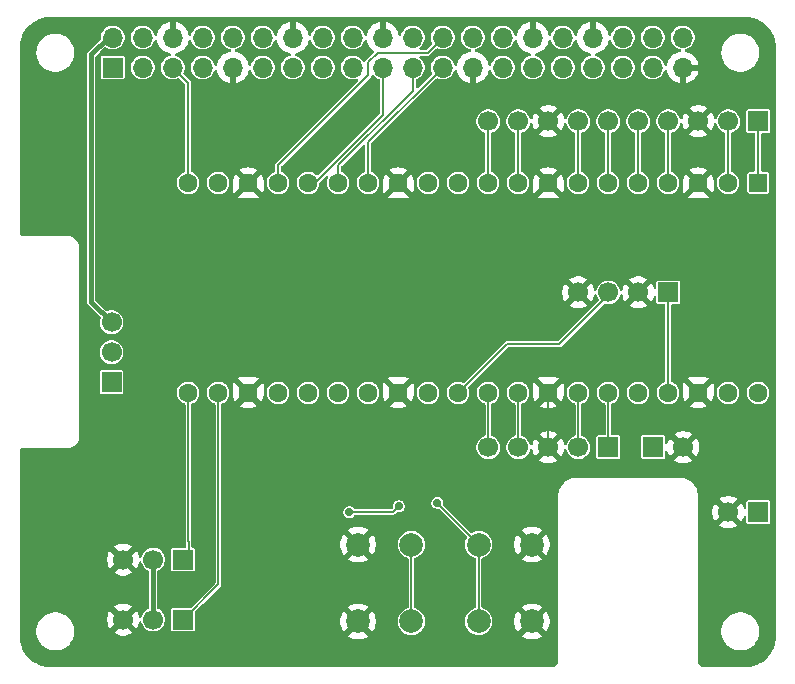
<source format=gbl>
G04 #@! TF.GenerationSoftware,KiCad,Pcbnew,9.0.2-1.fc42*
G04 #@! TF.CreationDate,2025-05-23T23:50:23-05:00*
G04 #@! TF.ProjectId,pico_driver,7069636f-5f64-4726-9976-65722e6b6963,rev?*
G04 #@! TF.SameCoordinates,Original*
G04 #@! TF.FileFunction,Copper,L4,Bot*
G04 #@! TF.FilePolarity,Positive*
%FSLAX46Y46*%
G04 Gerber Fmt 4.6, Leading zero omitted, Abs format (unit mm)*
G04 Created by KiCad (PCBNEW 9.0.2-1.fc42) date 2025-05-23 23:50:23*
%MOMM*%
%LPD*%
G01*
G04 APERTURE LIST*
G04 Aperture macros list*
%AMRoundRect*
0 Rectangle with rounded corners*
0 $1 Rounding radius*
0 $2 $3 $4 $5 $6 $7 $8 $9 X,Y pos of 4 corners*
0 Add a 4 corners polygon primitive as box body*
4,1,4,$2,$3,$4,$5,$6,$7,$8,$9,$2,$3,0*
0 Add four circle primitives for the rounded corners*
1,1,$1+$1,$2,$3*
1,1,$1+$1,$4,$5*
1,1,$1+$1,$6,$7*
1,1,$1+$1,$8,$9*
0 Add four rect primitives between the rounded corners*
20,1,$1+$1,$2,$3,$4,$5,0*
20,1,$1+$1,$4,$5,$6,$7,0*
20,1,$1+$1,$6,$7,$8,$9,0*
20,1,$1+$1,$8,$9,$2,$3,0*%
%AMFreePoly0*
4,1,37,0.603843,0.796157,0.639018,0.796157,0.711114,0.766294,0.766294,0.711114,0.796157,0.639018,0.796157,0.603843,0.800000,0.600000,0.800000,-0.600000,0.796157,-0.603843,0.796157,-0.639018,0.766294,-0.711114,0.711114,-0.766294,0.639018,-0.796157,0.603843,-0.796157,0.600000,-0.800000,0.000000,-0.800000,0.000000,-0.796148,-0.078414,-0.796148,-0.232228,-0.765552,-0.377117,-0.705537,
-0.507515,-0.618408,-0.618408,-0.507515,-0.705537,-0.377117,-0.765552,-0.232228,-0.796148,-0.078414,-0.796148,0.078414,-0.765552,0.232228,-0.705537,0.377117,-0.618408,0.507515,-0.507515,0.618408,-0.377117,0.705537,-0.232228,0.765552,-0.078414,0.796148,0.000000,0.796148,0.000000,0.800000,0.600000,0.800000,0.603843,0.796157,0.603843,0.796157,$1*%
%AMFreePoly1*
4,1,37,0.000000,0.796148,0.078414,0.796148,0.232228,0.765552,0.377117,0.705537,0.507515,0.618408,0.618408,0.507515,0.705537,0.377117,0.765552,0.232228,0.796148,0.078414,0.796148,-0.078414,0.765552,-0.232228,0.705537,-0.377117,0.618408,-0.507515,0.507515,-0.618408,0.377117,-0.705537,0.232228,-0.765552,0.078414,-0.796148,0.000000,-0.796148,0.000000,-0.800000,-0.600000,-0.800000,
-0.603843,-0.796157,-0.639018,-0.796157,-0.711114,-0.766294,-0.766294,-0.711114,-0.796157,-0.639018,-0.796157,-0.603843,-0.800000,-0.600000,-0.800000,0.600000,-0.796157,0.603843,-0.796157,0.639018,-0.766294,0.711114,-0.711114,0.766294,-0.639018,0.796157,-0.603843,0.796157,-0.600000,0.800000,0.000000,0.800000,0.000000,0.796148,0.000000,0.796148,$1*%
G04 Aperture macros list end*
G04 #@! TA.AperFunction,ComponentPad*
%ADD10R,1.700000X1.700000*%
G04 #@! TD*
G04 #@! TA.AperFunction,ComponentPad*
%ADD11C,1.700000*%
G04 #@! TD*
G04 #@! TA.AperFunction,ComponentPad*
%ADD12RoundRect,0.200000X-0.600000X0.600000X-0.600000X-0.600000X0.600000X-0.600000X0.600000X0.600000X0*%
G04 #@! TD*
G04 #@! TA.AperFunction,ComponentPad*
%ADD13C,1.600000*%
G04 #@! TD*
G04 #@! TA.AperFunction,ComponentPad*
%ADD14FreePoly0,270.000000*%
G04 #@! TD*
G04 #@! TA.AperFunction,ComponentPad*
%ADD15FreePoly1,270.000000*%
G04 #@! TD*
G04 #@! TA.AperFunction,ComponentPad*
%ADD16C,2.000000*%
G04 #@! TD*
G04 #@! TA.AperFunction,ComponentPad*
%ADD17O,1.700000X1.700000*%
G04 #@! TD*
G04 #@! TA.AperFunction,ViaPad*
%ADD18C,0.700000*%
G04 #@! TD*
G04 #@! TA.AperFunction,Conductor*
%ADD19C,0.150000*%
G04 #@! TD*
G04 #@! TA.AperFunction,Conductor*
%ADD20C,0.200000*%
G04 #@! TD*
G04 #@! TA.AperFunction,Conductor*
%ADD21C,0.400000*%
G04 #@! TD*
G04 APERTURE END LIST*
D10*
X114320000Y-90420000D03*
D11*
X111780000Y-90420000D03*
X109240000Y-90420000D03*
D10*
X108275000Y-75400000D03*
D11*
X108275000Y-72860000D03*
X108275000Y-70320000D03*
D10*
X155400000Y-67800000D03*
D11*
X152860000Y-67800000D03*
X150320000Y-67800000D03*
X147780000Y-67800000D03*
D12*
X163020000Y-58520000D03*
D13*
X160480000Y-58520000D03*
D14*
X157940000Y-58520000D03*
D13*
X155400000Y-58520000D03*
X152860000Y-58520000D03*
X150320000Y-58520000D03*
X147780000Y-58520000D03*
D14*
X145240000Y-58520000D03*
D13*
X142700000Y-58520000D03*
X140160000Y-58520000D03*
X137620000Y-58520000D03*
X135080000Y-58520000D03*
D14*
X132540000Y-58520000D03*
D13*
X130000000Y-58520000D03*
X127460000Y-58520000D03*
X124920000Y-58520000D03*
X122380000Y-58520000D03*
D14*
X119840000Y-58520000D03*
D13*
X117300000Y-58520000D03*
X114760000Y-58520000D03*
X114760000Y-76300000D03*
X117300000Y-76300000D03*
D15*
X119840000Y-76300000D03*
D13*
X122380000Y-76300000D03*
X124920000Y-76300000D03*
X127460000Y-76300000D03*
X130000000Y-76300000D03*
D15*
X132540000Y-76300000D03*
D13*
X135080000Y-76300000D03*
X137620000Y-76300000D03*
X140160000Y-76300000D03*
X142700000Y-76300000D03*
D15*
X145240000Y-76300000D03*
D13*
X147780000Y-76300000D03*
X150320000Y-76300000D03*
X152860000Y-76300000D03*
X155400000Y-76300000D03*
D15*
X157940000Y-76300000D03*
D13*
X160480000Y-76300000D03*
X163020000Y-76300000D03*
D10*
X114320000Y-95500000D03*
D11*
X111780000Y-95500000D03*
X109240000Y-95500000D03*
D10*
X154125000Y-80900000D03*
D11*
X156665000Y-80900000D03*
D16*
X143850000Y-89150000D03*
X143850000Y-95650000D03*
X139350000Y-89150000D03*
X139350000Y-95650000D03*
D10*
X150320000Y-80900000D03*
D11*
X147780000Y-80900000D03*
X145240000Y-80900000D03*
X142700000Y-80900000D03*
X140160000Y-80900000D03*
D10*
X163020000Y-86400000D03*
D11*
X160480000Y-86400000D03*
D16*
X129150000Y-95650000D03*
X129150000Y-89150000D03*
X133650000Y-95650000D03*
X133650000Y-89150000D03*
D10*
X163020000Y-53300000D03*
D11*
X160480000Y-53300000D03*
X157940000Y-53300000D03*
X155400000Y-53300000D03*
X152860000Y-53300000D03*
X150320000Y-53300000D03*
X147780000Y-53300000D03*
X145240000Y-53300000D03*
X142700000Y-53300000D03*
X140160000Y-53300000D03*
D10*
X108370000Y-48770000D03*
D17*
X108370000Y-46230000D03*
X110910000Y-48770000D03*
X110910000Y-46230000D03*
X113450000Y-48770000D03*
X113450000Y-46230000D03*
X115990000Y-48770000D03*
X115990000Y-46230000D03*
X118530000Y-48770000D03*
X118530000Y-46230000D03*
X121070000Y-48770000D03*
X121070000Y-46230000D03*
X123610000Y-48770000D03*
X123610000Y-46230000D03*
X126150000Y-48770000D03*
X126150000Y-46230000D03*
X128690000Y-48770000D03*
X128690000Y-46230000D03*
X131230000Y-48770000D03*
X131230000Y-46230000D03*
X133770000Y-48770000D03*
X133770000Y-46230000D03*
X136310000Y-48770000D03*
X136310000Y-46230000D03*
X138850000Y-48770000D03*
X138850000Y-46230000D03*
X141390000Y-48770000D03*
X141390000Y-46230000D03*
X143930000Y-48770000D03*
X143930000Y-46230000D03*
X146470000Y-48770000D03*
X146470000Y-46230000D03*
X149010000Y-48770000D03*
X149010000Y-46230000D03*
X151550000Y-48770000D03*
X151550000Y-46230000D03*
X154090000Y-48770000D03*
X154090000Y-46230000D03*
X156630000Y-48770000D03*
X156630000Y-46230000D03*
D18*
X128400000Y-86400000D03*
X132600000Y-85900000D03*
X135850000Y-85625000D03*
D19*
X145240000Y-80900000D02*
X145240000Y-76300000D01*
D20*
X135040000Y-47500000D02*
X136310000Y-46230000D01*
X122380000Y-58520000D02*
X122380000Y-57020000D01*
X130800000Y-47500000D02*
X135040000Y-47500000D01*
X130000000Y-49400000D02*
X130000000Y-48300000D01*
X130000000Y-48300000D02*
X130800000Y-47500000D01*
X122380000Y-57020000D02*
X130000000Y-49400000D01*
X114760000Y-50080000D02*
X113450000Y-48770000D01*
X114760000Y-58520000D02*
X114760000Y-50080000D01*
D21*
X106550000Y-47650000D02*
X107970000Y-46230000D01*
X106550000Y-68595000D02*
X106550000Y-47650000D01*
X107970000Y-46230000D02*
X108370000Y-46230000D01*
X108275000Y-70320000D02*
X106550000Y-68595000D01*
D20*
X127460000Y-57040000D02*
X133770000Y-50730000D01*
X133770000Y-50730000D02*
X133770000Y-48770000D01*
X127460000Y-58520000D02*
X127460000Y-57040000D01*
X147780000Y-58520000D02*
X147780000Y-53300000D01*
X131230000Y-52770000D02*
X131230000Y-48770000D01*
X125480000Y-58520000D02*
X131230000Y-52770000D01*
X124920000Y-58520000D02*
X125480000Y-58520000D01*
X130000000Y-55080000D02*
X136310000Y-48770000D01*
X130000000Y-58520000D02*
X130000000Y-55080000D01*
D21*
X111780000Y-95500000D02*
X111780000Y-90420000D01*
D19*
X117300000Y-92520000D02*
X117300000Y-76300000D01*
X114320000Y-95500000D02*
X117300000Y-92520000D01*
X114320000Y-90420000D02*
X114800000Y-89940000D01*
X114800000Y-89940000D02*
X114800000Y-88900000D01*
X114760000Y-88860000D02*
X114760000Y-76300000D01*
X114800000Y-88900000D02*
X114760000Y-88860000D01*
X150320000Y-80900000D02*
X150320000Y-76300000D01*
D20*
X150320000Y-58520000D02*
X150320000Y-53300000D01*
X163020000Y-58520000D02*
X163020000Y-53300000D01*
X155400000Y-58520000D02*
X155400000Y-53300000D01*
X160480000Y-58520000D02*
X160480000Y-53300000D01*
X152860000Y-58520000D02*
X152860000Y-53300000D01*
X140160000Y-58520000D02*
X140160000Y-53300000D01*
D19*
X147780000Y-80900000D02*
X147780000Y-76300000D01*
X142700000Y-80900000D02*
X142700000Y-76300000D01*
X140160000Y-80900000D02*
X140160000Y-76300000D01*
X132100000Y-86400000D02*
X132600000Y-85900000D01*
X128400000Y-86400000D02*
X132100000Y-86400000D01*
D20*
X137620000Y-76300000D02*
X141720000Y-72200000D01*
X141720000Y-72200000D02*
X146170000Y-72200000D01*
X146170000Y-72200000D02*
X150320000Y-68050000D01*
X155400000Y-76300000D02*
X155400000Y-68050000D01*
X142700000Y-58520000D02*
X142700000Y-53300000D01*
D19*
X133650000Y-95650000D02*
X133650000Y-89150000D01*
X135850000Y-85650000D02*
X135850000Y-85625000D01*
X139350000Y-89150000D02*
X135850000Y-85650000D01*
X139350000Y-89150000D02*
X139350000Y-95650000D01*
G04 #@! TA.AperFunction,Conductor*
G36*
X162003736Y-44500726D02*
G01*
X162293796Y-44518271D01*
X162308659Y-44520076D01*
X162590798Y-44571780D01*
X162605335Y-44575363D01*
X162879172Y-44660695D01*
X162893163Y-44666000D01*
X163154743Y-44783727D01*
X163167989Y-44790680D01*
X163413465Y-44939075D01*
X163425776Y-44947573D01*
X163588909Y-45075379D01*
X163651573Y-45124473D01*
X163662781Y-45134403D01*
X163865596Y-45337218D01*
X163875526Y-45348426D01*
X163995481Y-45501538D01*
X164052422Y-45574217D01*
X164060926Y-45586537D01*
X164201633Y-45819295D01*
X164209316Y-45832004D01*
X164216275Y-45845263D01*
X164333997Y-46106831D01*
X164339306Y-46120832D01*
X164424635Y-46394663D01*
X164428219Y-46409201D01*
X164479923Y-46691340D01*
X164481728Y-46706205D01*
X164499274Y-46996263D01*
X164499500Y-47003750D01*
X164499500Y-96996249D01*
X164499274Y-97003736D01*
X164481728Y-97293794D01*
X164479923Y-97308659D01*
X164428219Y-97590798D01*
X164424635Y-97605336D01*
X164339306Y-97879167D01*
X164333997Y-97893168D01*
X164216275Y-98154736D01*
X164209316Y-98167995D01*
X164060928Y-98413459D01*
X164052422Y-98425782D01*
X163875526Y-98651573D01*
X163865596Y-98662781D01*
X163662781Y-98865596D01*
X163651573Y-98875526D01*
X163425782Y-99052422D01*
X163413459Y-99060928D01*
X163167995Y-99209316D01*
X163154736Y-99216275D01*
X162893168Y-99333997D01*
X162879167Y-99339306D01*
X162605336Y-99424635D01*
X162590798Y-99428219D01*
X162308659Y-99479923D01*
X162293794Y-99481728D01*
X162003736Y-99499274D01*
X161996249Y-99499500D01*
X158406962Y-99499500D01*
X158393078Y-99498720D01*
X158380553Y-99497308D01*
X158302735Y-99488540D01*
X158275666Y-99482362D01*
X158196462Y-99454648D01*
X158171444Y-99442600D01*
X158100395Y-99397957D01*
X158078686Y-99380644D01*
X158019355Y-99321313D01*
X158002042Y-99299604D01*
X157957399Y-99228555D01*
X157945351Y-99203537D01*
X157917637Y-99124333D01*
X157911459Y-99097263D01*
X157910388Y-99087760D01*
X157901280Y-99006922D01*
X157900500Y-98993038D01*
X157900500Y-96374038D01*
X159899500Y-96374038D01*
X159899500Y-96625962D01*
X159904039Y-96654622D01*
X159938910Y-96874785D01*
X160016760Y-97114383D01*
X160095413Y-97268747D01*
X160115749Y-97308659D01*
X160131132Y-97338848D01*
X160279201Y-97542649D01*
X160279205Y-97542654D01*
X160457345Y-97720794D01*
X160457350Y-97720798D01*
X160635117Y-97849952D01*
X160661155Y-97868870D01*
X160804184Y-97941747D01*
X160885616Y-97983239D01*
X160885618Y-97983239D01*
X160885621Y-97983241D01*
X161125215Y-98061090D01*
X161374038Y-98100500D01*
X161374039Y-98100500D01*
X161625961Y-98100500D01*
X161625962Y-98100500D01*
X161874785Y-98061090D01*
X162114379Y-97983241D01*
X162338845Y-97868870D01*
X162542656Y-97720793D01*
X162720793Y-97542656D01*
X162868870Y-97338845D01*
X162983241Y-97114379D01*
X163061090Y-96874785D01*
X163100500Y-96625962D01*
X163100500Y-96374038D01*
X163061090Y-96125215D01*
X162983241Y-95885621D01*
X162983239Y-95885618D01*
X162983239Y-95885616D01*
X162935452Y-95791829D01*
X162868870Y-95661155D01*
X162823380Y-95598543D01*
X162720798Y-95457350D01*
X162720794Y-95457345D01*
X162542654Y-95279205D01*
X162542649Y-95279201D01*
X162338848Y-95131132D01*
X162338847Y-95131131D01*
X162338845Y-95131130D01*
X162227108Y-95074197D01*
X162114383Y-95016760D01*
X161874785Y-94938910D01*
X161625962Y-94899500D01*
X161374038Y-94899500D01*
X161249626Y-94919205D01*
X161125214Y-94938910D01*
X160885616Y-95016760D01*
X160661151Y-95131132D01*
X160457350Y-95279201D01*
X160457345Y-95279205D01*
X160279205Y-95457345D01*
X160279201Y-95457350D01*
X160131132Y-95661151D01*
X160016760Y-95885616D01*
X159938910Y-96125214D01*
X159936919Y-96137785D01*
X159899500Y-96374038D01*
X157900500Y-96374038D01*
X157900500Y-86293753D01*
X159130000Y-86293753D01*
X159130000Y-86506246D01*
X159163242Y-86716127D01*
X159163242Y-86716130D01*
X159228904Y-86918217D01*
X159325375Y-87107550D01*
X159364728Y-87161716D01*
X159997037Y-86529408D01*
X160014075Y-86592993D01*
X160079901Y-86707007D01*
X160172993Y-86800099D01*
X160287007Y-86865925D01*
X160350590Y-86882962D01*
X159718282Y-87515269D01*
X159718282Y-87515270D01*
X159772449Y-87554624D01*
X159961782Y-87651095D01*
X160163870Y-87716757D01*
X160373754Y-87750000D01*
X160586246Y-87750000D01*
X160796127Y-87716757D01*
X160796130Y-87716757D01*
X160998217Y-87651095D01*
X161187554Y-87554622D01*
X161241716Y-87515270D01*
X161241717Y-87515270D01*
X160609408Y-86882962D01*
X160672993Y-86865925D01*
X160787007Y-86800099D01*
X160880099Y-86707007D01*
X160945925Y-86592993D01*
X160962962Y-86529408D01*
X161595270Y-87161717D01*
X161595270Y-87161716D01*
X161634622Y-87107554D01*
X161731095Y-86918217D01*
X161777569Y-86775185D01*
X161817006Y-86717510D01*
X161881365Y-86690311D01*
X161950211Y-86702225D01*
X162001687Y-86749469D01*
X162019500Y-86813503D01*
X162019500Y-87264820D01*
X162019500Y-87264822D01*
X162019499Y-87264822D01*
X162028231Y-87308717D01*
X162028232Y-87308721D01*
X162028233Y-87308722D01*
X162061496Y-87358504D01*
X162111278Y-87391767D01*
X162111281Y-87391767D01*
X162111282Y-87391768D01*
X162155177Y-87400500D01*
X162155180Y-87400500D01*
X163884822Y-87400500D01*
X163928717Y-87391768D01*
X163928717Y-87391767D01*
X163928722Y-87391767D01*
X163978504Y-87358504D01*
X164011767Y-87308722D01*
X164020500Y-87264820D01*
X164020500Y-85535180D01*
X164020500Y-85535177D01*
X164011768Y-85491282D01*
X164011767Y-85491281D01*
X164011767Y-85491278D01*
X163978504Y-85441496D01*
X163964011Y-85431812D01*
X163928724Y-85408234D01*
X163928717Y-85408231D01*
X163884822Y-85399500D01*
X163884820Y-85399500D01*
X162155180Y-85399500D01*
X162155178Y-85399500D01*
X162111282Y-85408231D01*
X162111275Y-85408234D01*
X162061496Y-85441495D01*
X162061495Y-85441496D01*
X162028234Y-85491275D01*
X162028231Y-85491282D01*
X162019500Y-85535177D01*
X162019500Y-85986496D01*
X161999815Y-86053535D01*
X161947011Y-86099290D01*
X161877853Y-86109234D01*
X161814297Y-86080209D01*
X161777569Y-86024814D01*
X161731095Y-85881782D01*
X161634624Y-85692449D01*
X161595270Y-85638282D01*
X161595269Y-85638282D01*
X160962962Y-86270590D01*
X160945925Y-86207007D01*
X160880099Y-86092993D01*
X160787007Y-85999901D01*
X160672993Y-85934075D01*
X160609409Y-85917037D01*
X161241716Y-85284728D01*
X161187550Y-85245375D01*
X160998217Y-85148904D01*
X160796129Y-85083242D01*
X160586246Y-85050000D01*
X160373754Y-85050000D01*
X160163872Y-85083242D01*
X160163869Y-85083242D01*
X159961782Y-85148904D01*
X159772439Y-85245380D01*
X159718282Y-85284727D01*
X159718282Y-85284728D01*
X160350591Y-85917037D01*
X160287007Y-85934075D01*
X160172993Y-85999901D01*
X160079901Y-86092993D01*
X160014075Y-86207007D01*
X159997037Y-86270591D01*
X159364728Y-85638282D01*
X159364727Y-85638282D01*
X159325380Y-85692439D01*
X159228904Y-85881782D01*
X159163242Y-86083869D01*
X159163242Y-86083872D01*
X159130000Y-86293753D01*
X157900500Y-86293753D01*
X157900500Y-84892683D01*
X157900500Y-84892682D01*
X157869954Y-84680231D01*
X157809484Y-84474290D01*
X157809483Y-84474288D01*
X157809482Y-84474284D01*
X157720327Y-84279061D01*
X157720320Y-84279048D01*
X157687211Y-84227531D01*
X157604281Y-84098487D01*
X157571172Y-84060277D01*
X157463724Y-83936275D01*
X157301514Y-83795720D01*
X157301513Y-83795719D01*
X157236991Y-83754253D01*
X157120951Y-83679679D01*
X157120938Y-83679672D01*
X156925715Y-83590517D01*
X156719774Y-83530047D01*
X156719764Y-83530044D01*
X156528754Y-83502582D01*
X156507318Y-83499500D01*
X156465892Y-83499500D01*
X147665892Y-83499500D01*
X147600000Y-83499500D01*
X147492682Y-83499500D01*
X147280235Y-83530044D01*
X147280225Y-83530047D01*
X147074284Y-83590517D01*
X146879061Y-83679672D01*
X146879048Y-83679679D01*
X146698485Y-83795720D01*
X146536275Y-83936275D01*
X146395720Y-84098485D01*
X146279679Y-84279048D01*
X146279672Y-84279061D01*
X146190517Y-84474284D01*
X146130047Y-84680225D01*
X146130044Y-84680235D01*
X146099500Y-84892682D01*
X146099500Y-84934108D01*
X146099499Y-98993046D01*
X146098719Y-99006931D01*
X146088540Y-99097264D01*
X146082362Y-99124333D01*
X146054648Y-99203537D01*
X146042600Y-99228555D01*
X145997957Y-99299604D01*
X145980644Y-99321313D01*
X145921313Y-99380644D01*
X145899604Y-99397957D01*
X145828555Y-99442600D01*
X145803537Y-99454648D01*
X145724333Y-99482362D01*
X145697264Y-99488540D01*
X145617075Y-99497576D01*
X145606921Y-99498720D01*
X145593038Y-99499500D01*
X103003751Y-99499500D01*
X102996264Y-99499274D01*
X102706205Y-99481728D01*
X102691340Y-99479923D01*
X102409201Y-99428219D01*
X102394663Y-99424635D01*
X102120832Y-99339306D01*
X102106831Y-99333997D01*
X101845263Y-99216275D01*
X101832004Y-99209316D01*
X101646647Y-99097264D01*
X101586537Y-99060926D01*
X101574217Y-99052422D01*
X101507315Y-99000008D01*
X101348426Y-98875526D01*
X101337218Y-98865596D01*
X101134403Y-98662781D01*
X101124473Y-98651573D01*
X100947573Y-98425776D01*
X100939075Y-98413465D01*
X100790680Y-98167989D01*
X100783727Y-98154743D01*
X100666000Y-97893163D01*
X100660693Y-97879167D01*
X100657484Y-97868870D01*
X100575363Y-97605335D01*
X100571780Y-97590798D01*
X100520076Y-97308659D01*
X100518271Y-97293794D01*
X100500726Y-97003736D01*
X100500500Y-96996249D01*
X100500500Y-96374038D01*
X101899500Y-96374038D01*
X101899500Y-96625962D01*
X101904039Y-96654622D01*
X101938910Y-96874785D01*
X102016760Y-97114383D01*
X102095413Y-97268747D01*
X102115749Y-97308659D01*
X102131132Y-97338848D01*
X102279201Y-97542649D01*
X102279205Y-97542654D01*
X102457345Y-97720794D01*
X102457350Y-97720798D01*
X102635117Y-97849952D01*
X102661155Y-97868870D01*
X102804184Y-97941747D01*
X102885616Y-97983239D01*
X102885618Y-97983239D01*
X102885621Y-97983241D01*
X103125215Y-98061090D01*
X103374038Y-98100500D01*
X103374039Y-98100500D01*
X103625961Y-98100500D01*
X103625962Y-98100500D01*
X103874785Y-98061090D01*
X104114379Y-97983241D01*
X104338845Y-97868870D01*
X104542656Y-97720793D01*
X104720793Y-97542656D01*
X104868870Y-97338845D01*
X104983241Y-97114379D01*
X105061090Y-96874785D01*
X105100500Y-96625962D01*
X105100500Y-96374038D01*
X105061090Y-96125215D01*
X104983241Y-95885621D01*
X104983239Y-95885618D01*
X104983239Y-95885616D01*
X104935452Y-95791829D01*
X104868870Y-95661155D01*
X104858650Y-95647089D01*
X104724007Y-95461766D01*
X104720796Y-95457347D01*
X104542654Y-95279205D01*
X104542649Y-95279201D01*
X104338848Y-95131132D01*
X104338847Y-95131131D01*
X104338845Y-95131130D01*
X104227108Y-95074197D01*
X104114383Y-95016760D01*
X103874785Y-94938910D01*
X103625962Y-94899500D01*
X103374038Y-94899500D01*
X103249626Y-94919205D01*
X103125214Y-94938910D01*
X102885616Y-95016760D01*
X102661151Y-95131132D01*
X102457350Y-95279201D01*
X102457345Y-95279205D01*
X102279205Y-95457345D01*
X102279201Y-95457350D01*
X102131132Y-95661151D01*
X102016760Y-95885616D01*
X101938910Y-96125214D01*
X101936919Y-96137785D01*
X101899500Y-96374038D01*
X100500500Y-96374038D01*
X100500500Y-90313753D01*
X107890000Y-90313753D01*
X107890000Y-90526246D01*
X107923242Y-90736127D01*
X107923242Y-90736130D01*
X107988904Y-90938217D01*
X108085375Y-91127550D01*
X108124728Y-91181716D01*
X108757037Y-90549408D01*
X108774075Y-90612993D01*
X108839901Y-90727007D01*
X108932993Y-90820099D01*
X109047007Y-90885925D01*
X109110590Y-90902962D01*
X108478282Y-91535269D01*
X108478282Y-91535270D01*
X108532449Y-91574624D01*
X108721782Y-91671095D01*
X108923870Y-91736757D01*
X109133754Y-91770000D01*
X109346246Y-91770000D01*
X109556127Y-91736757D01*
X109556130Y-91736757D01*
X109758217Y-91671095D01*
X109947554Y-91574622D01*
X110001716Y-91535270D01*
X110001717Y-91535270D01*
X109369408Y-90902962D01*
X109432993Y-90885925D01*
X109547007Y-90820099D01*
X109640099Y-90727007D01*
X109705925Y-90612993D01*
X109722962Y-90549409D01*
X110355270Y-91181717D01*
X110355270Y-91181716D01*
X110394622Y-91127554D01*
X110491095Y-90938217D01*
X110556755Y-90736134D01*
X110566056Y-90677412D01*
X110595985Y-90614277D01*
X110655296Y-90577346D01*
X110725159Y-90578342D01*
X110783392Y-90616952D01*
X110810147Y-90672616D01*
X110817947Y-90711830D01*
X110817950Y-90711839D01*
X110893364Y-90893907D01*
X110893371Y-90893920D01*
X111002860Y-91057781D01*
X111002863Y-91057785D01*
X111142217Y-91197139D01*
X111273442Y-91284820D01*
X111306086Y-91306632D01*
X111352953Y-91326044D01*
X111407355Y-91369884D01*
X111429421Y-91436178D01*
X111429500Y-91440605D01*
X111429500Y-94479393D01*
X111409815Y-94546432D01*
X111357011Y-94592187D01*
X111352954Y-94593953D01*
X111306094Y-94613363D01*
X111306079Y-94613371D01*
X111142218Y-94722860D01*
X111142214Y-94722863D01*
X111002863Y-94862214D01*
X111002860Y-94862218D01*
X110893371Y-95026079D01*
X110893364Y-95026092D01*
X110817950Y-95208160D01*
X110817948Y-95208167D01*
X110810147Y-95247384D01*
X110777761Y-95309294D01*
X110717044Y-95343867D01*
X110647275Y-95340126D01*
X110590604Y-95299258D01*
X110566056Y-95242587D01*
X110556755Y-95183865D01*
X110491095Y-94981782D01*
X110394624Y-94792449D01*
X110355270Y-94738282D01*
X110355269Y-94738282D01*
X109722962Y-95370590D01*
X109705925Y-95307007D01*
X109640099Y-95192993D01*
X109547007Y-95099901D01*
X109432993Y-95034075D01*
X109369409Y-95017037D01*
X110001716Y-94384728D01*
X109947550Y-94345375D01*
X109758217Y-94248904D01*
X109556129Y-94183242D01*
X109346246Y-94150000D01*
X109133754Y-94150000D01*
X108923872Y-94183242D01*
X108923869Y-94183242D01*
X108721782Y-94248904D01*
X108532439Y-94345380D01*
X108478282Y-94384727D01*
X108478282Y-94384728D01*
X109110591Y-95017037D01*
X109047007Y-95034075D01*
X108932993Y-95099901D01*
X108839901Y-95192993D01*
X108774075Y-95307007D01*
X108757037Y-95370591D01*
X108124728Y-94738282D01*
X108124727Y-94738282D01*
X108085380Y-94792439D01*
X107988904Y-94981782D01*
X107923242Y-95183869D01*
X107923242Y-95183872D01*
X107890000Y-95393753D01*
X107890000Y-95606246D01*
X107923242Y-95816127D01*
X107923242Y-95816130D01*
X107988904Y-96018217D01*
X108085375Y-96207550D01*
X108124728Y-96261716D01*
X108757037Y-95629408D01*
X108774075Y-95692993D01*
X108839901Y-95807007D01*
X108932993Y-95900099D01*
X109047007Y-95965925D01*
X109110590Y-95982962D01*
X108478282Y-96615269D01*
X108478282Y-96615270D01*
X108532449Y-96654624D01*
X108721782Y-96751095D01*
X108923870Y-96816757D01*
X109133754Y-96850000D01*
X109346246Y-96850000D01*
X109556127Y-96816757D01*
X109556130Y-96816757D01*
X109758217Y-96751095D01*
X109829227Y-96714914D01*
X109947554Y-96654622D01*
X110001716Y-96615270D01*
X110001717Y-96615270D01*
X109369408Y-95982962D01*
X109432993Y-95965925D01*
X109547007Y-95900099D01*
X109640099Y-95807007D01*
X109705925Y-95692993D01*
X109722962Y-95629409D01*
X110355270Y-96261717D01*
X110355270Y-96261716D01*
X110394622Y-96207554D01*
X110491095Y-96018217D01*
X110556755Y-95816134D01*
X110566056Y-95757412D01*
X110595985Y-95694277D01*
X110655296Y-95657346D01*
X110725159Y-95658342D01*
X110783392Y-95696952D01*
X110810147Y-95752616D01*
X110817947Y-95791830D01*
X110817950Y-95791839D01*
X110893364Y-95973907D01*
X110893371Y-95973920D01*
X111002860Y-96137781D01*
X111002863Y-96137785D01*
X111142214Y-96277136D01*
X111142218Y-96277139D01*
X111306079Y-96386628D01*
X111306092Y-96386635D01*
X111488160Y-96462049D01*
X111488165Y-96462051D01*
X111488169Y-96462051D01*
X111488170Y-96462052D01*
X111681456Y-96500500D01*
X111681459Y-96500500D01*
X111878543Y-96500500D01*
X112008582Y-96474632D01*
X112071835Y-96462051D01*
X112253914Y-96386632D01*
X112286555Y-96364822D01*
X113319499Y-96364822D01*
X113328231Y-96408717D01*
X113328234Y-96408724D01*
X113361495Y-96458503D01*
X113361496Y-96458504D01*
X113411278Y-96491767D01*
X113411281Y-96491767D01*
X113411282Y-96491768D01*
X113455177Y-96500500D01*
X113455180Y-96500500D01*
X115184822Y-96500500D01*
X115228717Y-96491768D01*
X115228717Y-96491767D01*
X115228722Y-96491767D01*
X115278504Y-96458504D01*
X115311767Y-96408722D01*
X115316162Y-96386628D01*
X115320500Y-96364822D01*
X115320500Y-95531947D01*
X127650000Y-95531947D01*
X127650000Y-95768052D01*
X127686934Y-96001247D01*
X127759897Y-96225802D01*
X127867087Y-96436174D01*
X127927338Y-96519104D01*
X127927340Y-96519105D01*
X128626212Y-95820233D01*
X128637482Y-95862292D01*
X128709890Y-95987708D01*
X128812292Y-96090110D01*
X128937708Y-96162518D01*
X128979765Y-96173787D01*
X128280893Y-96872658D01*
X128363828Y-96932914D01*
X128574197Y-97040102D01*
X128798752Y-97113065D01*
X128798751Y-97113065D01*
X129031948Y-97150000D01*
X129268052Y-97150000D01*
X129501247Y-97113065D01*
X129725802Y-97040102D01*
X129936163Y-96932918D01*
X129936169Y-96932914D01*
X130019104Y-96872658D01*
X130019105Y-96872658D01*
X129320233Y-96173787D01*
X129362292Y-96162518D01*
X129487708Y-96090110D01*
X129590110Y-95987708D01*
X129662518Y-95862292D01*
X129673787Y-95820234D01*
X130372658Y-96519105D01*
X130372658Y-96519104D01*
X130432914Y-96436169D01*
X130432918Y-96436163D01*
X130540102Y-96225802D01*
X130613065Y-96001247D01*
X130650000Y-95768052D01*
X130650000Y-95531947D01*
X130613065Y-95298752D01*
X130540102Y-95074197D01*
X130432914Y-94863828D01*
X130372658Y-94780894D01*
X130372658Y-94780893D01*
X129673787Y-95479765D01*
X129662518Y-95437708D01*
X129590110Y-95312292D01*
X129487708Y-95209890D01*
X129362292Y-95137482D01*
X129320234Y-95126212D01*
X130019105Y-94427340D01*
X130019104Y-94427338D01*
X129936174Y-94367087D01*
X129725802Y-94259897D01*
X129501247Y-94186934D01*
X129501248Y-94186934D01*
X129268052Y-94150000D01*
X129031948Y-94150000D01*
X128798752Y-94186934D01*
X128574197Y-94259897D01*
X128363830Y-94367084D01*
X128280894Y-94427340D01*
X128979766Y-95126212D01*
X128937708Y-95137482D01*
X128812292Y-95209890D01*
X128709890Y-95312292D01*
X128637482Y-95437708D01*
X128626212Y-95479766D01*
X127927340Y-94780894D01*
X127867084Y-94863830D01*
X127759897Y-95074197D01*
X127686934Y-95298752D01*
X127650000Y-95531947D01*
X115320500Y-95531947D01*
X115320500Y-94869767D01*
X115340185Y-94802728D01*
X115356819Y-94782086D01*
X115988905Y-94150000D01*
X117491170Y-92647736D01*
X117491170Y-92647734D01*
X117491172Y-92647733D01*
X117508335Y-92606295D01*
X117525500Y-92564855D01*
X117525500Y-92475146D01*
X117525500Y-89031947D01*
X127650000Y-89031947D01*
X127650000Y-89268052D01*
X127686934Y-89501247D01*
X127759897Y-89725802D01*
X127867087Y-89936174D01*
X127927338Y-90019104D01*
X127927340Y-90019105D01*
X128626212Y-89320233D01*
X128637482Y-89362292D01*
X128709890Y-89487708D01*
X128812292Y-89590110D01*
X128937708Y-89662518D01*
X128979765Y-89673787D01*
X128280893Y-90372658D01*
X128363828Y-90432914D01*
X128574197Y-90540102D01*
X128798752Y-90613065D01*
X128798751Y-90613065D01*
X129031948Y-90650000D01*
X129268052Y-90650000D01*
X129501247Y-90613065D01*
X129725802Y-90540102D01*
X129936163Y-90432918D01*
X129936169Y-90432914D01*
X130019104Y-90372658D01*
X130019105Y-90372658D01*
X129320233Y-89673787D01*
X129362292Y-89662518D01*
X129487708Y-89590110D01*
X129590110Y-89487708D01*
X129662518Y-89362292D01*
X129673787Y-89320234D01*
X130372658Y-90019105D01*
X130372658Y-90019104D01*
X130432914Y-89936169D01*
X130432918Y-89936163D01*
X130540102Y-89725802D01*
X130613065Y-89501247D01*
X130650000Y-89268052D01*
X130650000Y-89059448D01*
X132499500Y-89059448D01*
X132499500Y-89240551D01*
X132527829Y-89419410D01*
X132583787Y-89591636D01*
X132583788Y-89591639D01*
X132666006Y-89752997D01*
X132772441Y-89899494D01*
X132772445Y-89899499D01*
X132900500Y-90027554D01*
X132900505Y-90027558D01*
X133018098Y-90112993D01*
X133047006Y-90133996D01*
X133152484Y-90187740D01*
X133208360Y-90216211D01*
X133208366Y-90216213D01*
X133338817Y-90258598D01*
X133396493Y-90298035D01*
X133423692Y-90362393D01*
X133424500Y-90376529D01*
X133424500Y-94423470D01*
X133404815Y-94490509D01*
X133352011Y-94536264D01*
X133338818Y-94541401D01*
X133208363Y-94583787D01*
X133208360Y-94583788D01*
X133047002Y-94666006D01*
X132900505Y-94772441D01*
X132900500Y-94772445D01*
X132772445Y-94900500D01*
X132772441Y-94900505D01*
X132666006Y-95047002D01*
X132583788Y-95208360D01*
X132583787Y-95208363D01*
X132527829Y-95380589D01*
X132499500Y-95559448D01*
X132499500Y-95740551D01*
X132527829Y-95919410D01*
X132583787Y-96091636D01*
X132583788Y-96091639D01*
X132666006Y-96252997D01*
X132772441Y-96399494D01*
X132772445Y-96399499D01*
X132900500Y-96527554D01*
X132900505Y-96527558D01*
X133021230Y-96615269D01*
X133047006Y-96633996D01*
X133152484Y-96687740D01*
X133208360Y-96716211D01*
X133208363Y-96716212D01*
X133294476Y-96744191D01*
X133380591Y-96772171D01*
X133463429Y-96785291D01*
X133559449Y-96800500D01*
X133559454Y-96800500D01*
X133740551Y-96800500D01*
X133827259Y-96786765D01*
X133919409Y-96772171D01*
X134091639Y-96716211D01*
X134252994Y-96633996D01*
X134399501Y-96527553D01*
X134527553Y-96399501D01*
X134633996Y-96252994D01*
X134716211Y-96091639D01*
X134772171Y-95919409D01*
X134792377Y-95791835D01*
X134800500Y-95740551D01*
X134800500Y-95559448D01*
X134781217Y-95437708D01*
X134772171Y-95380591D01*
X134716211Y-95208361D01*
X134716211Y-95208360D01*
X134687740Y-95152484D01*
X134633996Y-95047006D01*
X134586608Y-94981782D01*
X134527558Y-94900505D01*
X134527554Y-94900500D01*
X134399499Y-94772445D01*
X134399494Y-94772441D01*
X134252997Y-94666006D01*
X134252996Y-94666005D01*
X134252994Y-94666004D01*
X134149697Y-94613371D01*
X134091639Y-94583788D01*
X134091636Y-94583787D01*
X133961182Y-94541401D01*
X133903507Y-94501964D01*
X133876308Y-94437605D01*
X133875500Y-94423470D01*
X133875500Y-90376529D01*
X133895185Y-90309490D01*
X133947989Y-90263735D01*
X133961183Y-90258598D01*
X134091633Y-90216213D01*
X134091639Y-90216211D01*
X134091645Y-90216208D01*
X134252994Y-90133996D01*
X134399501Y-90027553D01*
X134527553Y-89899501D01*
X134633996Y-89752994D01*
X134716211Y-89591639D01*
X134772171Y-89419409D01*
X134791796Y-89295500D01*
X134800500Y-89240551D01*
X134800500Y-89059448D01*
X134776014Y-88904855D01*
X134772171Y-88880591D01*
X134735132Y-88766594D01*
X134716212Y-88708363D01*
X134716211Y-88708360D01*
X134680096Y-88637482D01*
X134633996Y-88547006D01*
X134607865Y-88511040D01*
X134527558Y-88400505D01*
X134527554Y-88400500D01*
X134399499Y-88272445D01*
X134399494Y-88272441D01*
X134252997Y-88166006D01*
X134252996Y-88166005D01*
X134252994Y-88166004D01*
X134201300Y-88139664D01*
X134091639Y-88083788D01*
X134091636Y-88083787D01*
X133919410Y-88027829D01*
X133740551Y-87999500D01*
X133740546Y-87999500D01*
X133559454Y-87999500D01*
X133559449Y-87999500D01*
X133380589Y-88027829D01*
X133208363Y-88083787D01*
X133208360Y-88083788D01*
X133047002Y-88166006D01*
X132900505Y-88272441D01*
X132900500Y-88272445D01*
X132772445Y-88400500D01*
X132772441Y-88400505D01*
X132666006Y-88547002D01*
X132583788Y-88708360D01*
X132583787Y-88708363D01*
X132527829Y-88880589D01*
X132499500Y-89059448D01*
X130650000Y-89059448D01*
X130650000Y-89031947D01*
X130613065Y-88798752D01*
X130540102Y-88574197D01*
X130432914Y-88363828D01*
X130372658Y-88280894D01*
X130372658Y-88280893D01*
X129673787Y-88979765D01*
X129662518Y-88937708D01*
X129590110Y-88812292D01*
X129487708Y-88709890D01*
X129362292Y-88637482D01*
X129320234Y-88626212D01*
X130019105Y-87927340D01*
X130019104Y-87927338D01*
X129936174Y-87867087D01*
X129725802Y-87759897D01*
X129501247Y-87686934D01*
X129501248Y-87686934D01*
X129268052Y-87650000D01*
X129031948Y-87650000D01*
X128798752Y-87686934D01*
X128574197Y-87759897D01*
X128363830Y-87867084D01*
X128280894Y-87927340D01*
X128979766Y-88626212D01*
X128937708Y-88637482D01*
X128812292Y-88709890D01*
X128709890Y-88812292D01*
X128637482Y-88937708D01*
X128626212Y-88979766D01*
X127927340Y-88280894D01*
X127867084Y-88363830D01*
X127759897Y-88574197D01*
X127686934Y-88798752D01*
X127650000Y-89031947D01*
X117525500Y-89031947D01*
X117525500Y-86334108D01*
X127899500Y-86334108D01*
X127899500Y-86465891D01*
X127933608Y-86593187D01*
X127952265Y-86625501D01*
X127999500Y-86707314D01*
X128092686Y-86800500D01*
X128206814Y-86866392D01*
X128334108Y-86900500D01*
X128334110Y-86900500D01*
X128465890Y-86900500D01*
X128465892Y-86900500D01*
X128593186Y-86866392D01*
X128707314Y-86800500D01*
X128800500Y-86707314D01*
X128811940Y-86687500D01*
X128862507Y-86639284D01*
X128919327Y-86625500D01*
X132055143Y-86625500D01*
X132055145Y-86625501D01*
X132144855Y-86625501D01*
X132203460Y-86601225D01*
X132227736Y-86591170D01*
X132291170Y-86527736D01*
X132291170Y-86527735D01*
X132308603Y-86510302D01*
X132308607Y-86510296D01*
X132392234Y-86426669D01*
X132453555Y-86393186D01*
X132512006Y-86394577D01*
X132534108Y-86400500D01*
X132534110Y-86400500D01*
X132665890Y-86400500D01*
X132665892Y-86400500D01*
X132793186Y-86366392D01*
X132907314Y-86300500D01*
X133000500Y-86207314D01*
X133066392Y-86093186D01*
X133100500Y-85965892D01*
X133100500Y-85834108D01*
X133066392Y-85706814D01*
X133000500Y-85592686D01*
X132966922Y-85559108D01*
X135349500Y-85559108D01*
X135349500Y-85690892D01*
X135349915Y-85692439D01*
X135383608Y-85818187D01*
X135403409Y-85852483D01*
X135449500Y-85932314D01*
X135542686Y-86025500D01*
X135656814Y-86091392D01*
X135784108Y-86125500D01*
X135784110Y-86125500D01*
X135915887Y-86125500D01*
X135915892Y-86125500D01*
X135918268Y-86124863D01*
X135920351Y-86124912D01*
X135923948Y-86124439D01*
X135924021Y-86124999D01*
X135988113Y-86126519D01*
X136038049Y-86156954D01*
X138323259Y-88442165D01*
X138356744Y-88503488D01*
X138351760Y-88573180D01*
X138346063Y-88586141D01*
X138283789Y-88708360D01*
X138283787Y-88708363D01*
X138227829Y-88880589D01*
X138199500Y-89059448D01*
X138199500Y-89240551D01*
X138227829Y-89419410D01*
X138283787Y-89591636D01*
X138283788Y-89591639D01*
X138366006Y-89752997D01*
X138472441Y-89899494D01*
X138472445Y-89899499D01*
X138600500Y-90027554D01*
X138600505Y-90027558D01*
X138718098Y-90112993D01*
X138747006Y-90133996D01*
X138852484Y-90187740D01*
X138908360Y-90216211D01*
X138908366Y-90216213D01*
X139038817Y-90258598D01*
X139096493Y-90298035D01*
X139123692Y-90362393D01*
X139124500Y-90376529D01*
X139124500Y-94423470D01*
X139104815Y-94490509D01*
X139052011Y-94536264D01*
X139038818Y-94541401D01*
X138908363Y-94583787D01*
X138908360Y-94583788D01*
X138747002Y-94666006D01*
X138600505Y-94772441D01*
X138600500Y-94772445D01*
X138472445Y-94900500D01*
X138472441Y-94900505D01*
X138366006Y-95047002D01*
X138283788Y-95208360D01*
X138283787Y-95208363D01*
X138227829Y-95380589D01*
X138199500Y-95559448D01*
X138199500Y-95740551D01*
X138227829Y-95919410D01*
X138283787Y-96091636D01*
X138283788Y-96091639D01*
X138366006Y-96252997D01*
X138472441Y-96399494D01*
X138472445Y-96399499D01*
X138600500Y-96527554D01*
X138600505Y-96527558D01*
X138721230Y-96615269D01*
X138747006Y-96633996D01*
X138852484Y-96687740D01*
X138908360Y-96716211D01*
X138908363Y-96716212D01*
X138994476Y-96744191D01*
X139080591Y-96772171D01*
X139163429Y-96785291D01*
X139259449Y-96800500D01*
X139259454Y-96800500D01*
X139440551Y-96800500D01*
X139527259Y-96786765D01*
X139619409Y-96772171D01*
X139791639Y-96716211D01*
X139794183Y-96714915D01*
X139794185Y-96714914D01*
X139818034Y-96702761D01*
X139952994Y-96633996D01*
X140099501Y-96527553D01*
X140227553Y-96399501D01*
X140333996Y-96252994D01*
X140416211Y-96091639D01*
X140472171Y-95919409D01*
X140492377Y-95791835D01*
X140500500Y-95740551D01*
X140500500Y-95559447D01*
X140498445Y-95546472D01*
X140496144Y-95531947D01*
X142350000Y-95531947D01*
X142350000Y-95768052D01*
X142386934Y-96001247D01*
X142459897Y-96225802D01*
X142567087Y-96436174D01*
X142627338Y-96519104D01*
X142627340Y-96519105D01*
X143326212Y-95820233D01*
X143337482Y-95862292D01*
X143409890Y-95987708D01*
X143512292Y-96090110D01*
X143637708Y-96162518D01*
X143679765Y-96173787D01*
X142980893Y-96872658D01*
X143063828Y-96932914D01*
X143274197Y-97040102D01*
X143498752Y-97113065D01*
X143498751Y-97113065D01*
X143731948Y-97150000D01*
X143968052Y-97150000D01*
X144201247Y-97113065D01*
X144425802Y-97040102D01*
X144636163Y-96932918D01*
X144636169Y-96932914D01*
X144719104Y-96872658D01*
X144719105Y-96872658D01*
X144020233Y-96173787D01*
X144062292Y-96162518D01*
X144187708Y-96090110D01*
X144290110Y-95987708D01*
X144362518Y-95862292D01*
X144373787Y-95820234D01*
X145072658Y-96519105D01*
X145072658Y-96519104D01*
X145132914Y-96436169D01*
X145132918Y-96436163D01*
X145240102Y-96225802D01*
X145313065Y-96001247D01*
X145350000Y-95768052D01*
X145350000Y-95531947D01*
X145313065Y-95298752D01*
X145240102Y-95074197D01*
X145132914Y-94863828D01*
X145072658Y-94780894D01*
X145072658Y-94780893D01*
X144373787Y-95479765D01*
X144362518Y-95437708D01*
X144290110Y-95312292D01*
X144187708Y-95209890D01*
X144062292Y-95137482D01*
X144020234Y-95126212D01*
X144719105Y-94427340D01*
X144719104Y-94427338D01*
X144636174Y-94367087D01*
X144425802Y-94259897D01*
X144201247Y-94186934D01*
X144201248Y-94186934D01*
X143968052Y-94150000D01*
X143731948Y-94150000D01*
X143498752Y-94186934D01*
X143274197Y-94259897D01*
X143063830Y-94367084D01*
X142980894Y-94427340D01*
X143679766Y-95126212D01*
X143637708Y-95137482D01*
X143512292Y-95209890D01*
X143409890Y-95312292D01*
X143337482Y-95437708D01*
X143326212Y-95479766D01*
X142627340Y-94780894D01*
X142567084Y-94863830D01*
X142459897Y-95074197D01*
X142386934Y-95298752D01*
X142350000Y-95531947D01*
X140496144Y-95531947D01*
X140475476Y-95401459D01*
X140472171Y-95380591D01*
X140416211Y-95208361D01*
X140416211Y-95208360D01*
X140387740Y-95152484D01*
X140333996Y-95047006D01*
X140286608Y-94981782D01*
X140227558Y-94900505D01*
X140227554Y-94900500D01*
X140099499Y-94772445D01*
X140099494Y-94772441D01*
X139952997Y-94666006D01*
X139952996Y-94666005D01*
X139952994Y-94666004D01*
X139849681Y-94613363D01*
X139802187Y-94589163D01*
X139802184Y-94589161D01*
X139791639Y-94583789D01*
X139660495Y-94541178D01*
X139659726Y-94540918D01*
X139631741Y-94521270D01*
X139603507Y-94501964D01*
X139603196Y-94501228D01*
X139602543Y-94500770D01*
X139589631Y-94469130D01*
X139576308Y-94437605D01*
X139576233Y-94436300D01*
X139576143Y-94436079D01*
X139576202Y-94435758D01*
X139575500Y-94423470D01*
X139575500Y-90376529D01*
X139595185Y-90309490D01*
X139647989Y-90263735D01*
X139661183Y-90258598D01*
X139791633Y-90216213D01*
X139791633Y-90216212D01*
X139791639Y-90216211D01*
X139794183Y-90214915D01*
X139794185Y-90214914D01*
X139818034Y-90202761D01*
X139952994Y-90133996D01*
X140099501Y-90027553D01*
X140227553Y-89899501D01*
X140333996Y-89752994D01*
X140416211Y-89591639D01*
X140472171Y-89419409D01*
X140491796Y-89295500D01*
X140500500Y-89240551D01*
X140500500Y-89059447D01*
X140498445Y-89046472D01*
X140496144Y-89031947D01*
X142350000Y-89031947D01*
X142350000Y-89268052D01*
X142386934Y-89501247D01*
X142459897Y-89725802D01*
X142567087Y-89936174D01*
X142627338Y-90019104D01*
X142627340Y-90019105D01*
X143326212Y-89320233D01*
X143337482Y-89362292D01*
X143409890Y-89487708D01*
X143512292Y-89590110D01*
X143637708Y-89662518D01*
X143679765Y-89673787D01*
X142980893Y-90372658D01*
X143063828Y-90432914D01*
X143274197Y-90540102D01*
X143498752Y-90613065D01*
X143498751Y-90613065D01*
X143731948Y-90650000D01*
X143968052Y-90650000D01*
X144201247Y-90613065D01*
X144425802Y-90540102D01*
X144636163Y-90432918D01*
X144636169Y-90432914D01*
X144719104Y-90372658D01*
X144719105Y-90372658D01*
X144020233Y-89673787D01*
X144062292Y-89662518D01*
X144187708Y-89590110D01*
X144290110Y-89487708D01*
X144362518Y-89362292D01*
X144373787Y-89320234D01*
X145072658Y-90019105D01*
X145072658Y-90019104D01*
X145132914Y-89936169D01*
X145132918Y-89936163D01*
X145240102Y-89725802D01*
X145313065Y-89501247D01*
X145350000Y-89268052D01*
X145350000Y-89031947D01*
X145313065Y-88798752D01*
X145240102Y-88574197D01*
X145132914Y-88363828D01*
X145072658Y-88280894D01*
X145072658Y-88280893D01*
X144373787Y-88979765D01*
X144362518Y-88937708D01*
X144290110Y-88812292D01*
X144187708Y-88709890D01*
X144062292Y-88637482D01*
X144020234Y-88626212D01*
X144719105Y-87927340D01*
X144719104Y-87927338D01*
X144636174Y-87867087D01*
X144425802Y-87759897D01*
X144201247Y-87686934D01*
X144201248Y-87686934D01*
X143968052Y-87650000D01*
X143731948Y-87650000D01*
X143498752Y-87686934D01*
X143274197Y-87759897D01*
X143063830Y-87867084D01*
X142980894Y-87927340D01*
X143679766Y-88626212D01*
X143637708Y-88637482D01*
X143512292Y-88709890D01*
X143409890Y-88812292D01*
X143337482Y-88937708D01*
X143326212Y-88979766D01*
X142627340Y-88280894D01*
X142567084Y-88363830D01*
X142459897Y-88574197D01*
X142386934Y-88798752D01*
X142350000Y-89031947D01*
X140496144Y-89031947D01*
X140476014Y-88904855D01*
X140472171Y-88880591D01*
X140435132Y-88766594D01*
X140416212Y-88708363D01*
X140416211Y-88708360D01*
X140380096Y-88637482D01*
X140333996Y-88547006D01*
X140307865Y-88511040D01*
X140227558Y-88400505D01*
X140227554Y-88400500D01*
X140099499Y-88272445D01*
X140099494Y-88272441D01*
X139952997Y-88166006D01*
X139952996Y-88166005D01*
X139952994Y-88166004D01*
X139794181Y-88085084D01*
X139794179Y-88085082D01*
X139791645Y-88083791D01*
X139791636Y-88083787D01*
X139619410Y-88027829D01*
X139440551Y-87999500D01*
X139440546Y-87999500D01*
X139259454Y-87999500D01*
X139259449Y-87999500D01*
X139080589Y-88027829D01*
X138908363Y-88083787D01*
X138908360Y-88083789D01*
X138786141Y-88146063D01*
X138717472Y-88158959D01*
X138652731Y-88132683D01*
X138642165Y-88123259D01*
X136371388Y-85852483D01*
X136337903Y-85791160D01*
X136339294Y-85732709D01*
X136350500Y-85690892D01*
X136350500Y-85559108D01*
X136316392Y-85431814D01*
X136250500Y-85317686D01*
X136157314Y-85224500D01*
X136100250Y-85191554D01*
X136043187Y-85158608D01*
X135979539Y-85141554D01*
X135915892Y-85124500D01*
X135784108Y-85124500D01*
X135656812Y-85158608D01*
X135542686Y-85224500D01*
X135542683Y-85224502D01*
X135449502Y-85317683D01*
X135449500Y-85317686D01*
X135383608Y-85431812D01*
X135365472Y-85499500D01*
X135349500Y-85559108D01*
X132966922Y-85559108D01*
X132907314Y-85499500D01*
X132850250Y-85466554D01*
X132793187Y-85433608D01*
X132698484Y-85408233D01*
X132665892Y-85399500D01*
X132534108Y-85399500D01*
X132406812Y-85433608D01*
X132292686Y-85499500D01*
X132292683Y-85499502D01*
X132199502Y-85592683D01*
X132199500Y-85592686D01*
X132133608Y-85706812D01*
X132099500Y-85834108D01*
X132099500Y-85965891D01*
X132105422Y-85987994D01*
X132105136Y-85999990D01*
X132109330Y-86011234D01*
X132104318Y-86034272D01*
X132103757Y-86057844D01*
X132096659Y-86069488D01*
X132094480Y-86079507D01*
X132073330Y-86107762D01*
X132042916Y-86138178D01*
X131981594Y-86171665D01*
X131955232Y-86174500D01*
X128919327Y-86174500D01*
X128852288Y-86154815D01*
X128811940Y-86112500D01*
X128800502Y-86092689D01*
X128800498Y-86092684D01*
X128707316Y-85999502D01*
X128707314Y-85999500D01*
X128649100Y-85965890D01*
X128593187Y-85933608D01*
X128529539Y-85916554D01*
X128465892Y-85899500D01*
X128334108Y-85899500D01*
X128206812Y-85933608D01*
X128092686Y-85999500D01*
X128092683Y-85999502D01*
X127999502Y-86092683D01*
X127999500Y-86092686D01*
X127933608Y-86206812D01*
X127899500Y-86334108D01*
X117525500Y-86334108D01*
X117525500Y-80998543D01*
X139159499Y-80998543D01*
X139197947Y-81191829D01*
X139197950Y-81191839D01*
X139273364Y-81373907D01*
X139273371Y-81373920D01*
X139382860Y-81537781D01*
X139382863Y-81537785D01*
X139522214Y-81677136D01*
X139522218Y-81677139D01*
X139686079Y-81786628D01*
X139686092Y-81786635D01*
X139868160Y-81862049D01*
X139868165Y-81862051D01*
X139868169Y-81862051D01*
X139868170Y-81862052D01*
X140061456Y-81900500D01*
X140061459Y-81900500D01*
X140258543Y-81900500D01*
X140388582Y-81874632D01*
X140451835Y-81862051D01*
X140633914Y-81786632D01*
X140797782Y-81677139D01*
X140937139Y-81537782D01*
X141046632Y-81373914D01*
X141122051Y-81191835D01*
X141142167Y-81090707D01*
X141160500Y-80998543D01*
X141699499Y-80998543D01*
X141737947Y-81191829D01*
X141737950Y-81191839D01*
X141813364Y-81373907D01*
X141813371Y-81373920D01*
X141922860Y-81537781D01*
X141922863Y-81537785D01*
X142062214Y-81677136D01*
X142062218Y-81677139D01*
X142226079Y-81786628D01*
X142226092Y-81786635D01*
X142408160Y-81862049D01*
X142408165Y-81862051D01*
X142408169Y-81862051D01*
X142408170Y-81862052D01*
X142601456Y-81900500D01*
X142601459Y-81900500D01*
X142798543Y-81900500D01*
X142928582Y-81874632D01*
X142991835Y-81862051D01*
X143173914Y-81786632D01*
X143337782Y-81677139D01*
X143477139Y-81537782D01*
X143586632Y-81373914D01*
X143662051Y-81191835D01*
X143669852Y-81152615D01*
X143702236Y-81090707D01*
X143762952Y-81056133D01*
X143832721Y-81059872D01*
X143889394Y-81100738D01*
X143913942Y-81157411D01*
X143923242Y-81216127D01*
X143923242Y-81216130D01*
X143988904Y-81418217D01*
X144085375Y-81607550D01*
X144124728Y-81661716D01*
X144757037Y-81029408D01*
X144774075Y-81092993D01*
X144839901Y-81207007D01*
X144932993Y-81300099D01*
X145047007Y-81365925D01*
X145110590Y-81382962D01*
X144478282Y-82015269D01*
X144478282Y-82015270D01*
X144532449Y-82054624D01*
X144721782Y-82151095D01*
X144923870Y-82216757D01*
X145133754Y-82250000D01*
X145346246Y-82250000D01*
X145556127Y-82216757D01*
X145556130Y-82216757D01*
X145758217Y-82151095D01*
X145947554Y-82054622D01*
X146001716Y-82015270D01*
X146001717Y-82015270D01*
X145369408Y-81382962D01*
X145432993Y-81365925D01*
X145547007Y-81300099D01*
X145640099Y-81207007D01*
X145705925Y-81092993D01*
X145722962Y-81029408D01*
X146355270Y-81661717D01*
X146355270Y-81661716D01*
X146394622Y-81607554D01*
X146491095Y-81418217D01*
X146556755Y-81216134D01*
X146566056Y-81157412D01*
X146595985Y-81094277D01*
X146655296Y-81057346D01*
X146725159Y-81058342D01*
X146783392Y-81096952D01*
X146810147Y-81152616D01*
X146817947Y-81191830D01*
X146817950Y-81191839D01*
X146893364Y-81373907D01*
X146893371Y-81373920D01*
X147002860Y-81537781D01*
X147002863Y-81537785D01*
X147142214Y-81677136D01*
X147142218Y-81677139D01*
X147306079Y-81786628D01*
X147306092Y-81786635D01*
X147488160Y-81862049D01*
X147488165Y-81862051D01*
X147488169Y-81862051D01*
X147488170Y-81862052D01*
X147681456Y-81900500D01*
X147681459Y-81900500D01*
X147878543Y-81900500D01*
X148008582Y-81874632D01*
X148071835Y-81862051D01*
X148253914Y-81786632D01*
X148286555Y-81764822D01*
X149319499Y-81764822D01*
X149328231Y-81808717D01*
X149328234Y-81808724D01*
X149358118Y-81853449D01*
X149361496Y-81858504D01*
X149411278Y-81891767D01*
X149411281Y-81891767D01*
X149411282Y-81891768D01*
X149455177Y-81900500D01*
X149455180Y-81900500D01*
X151184822Y-81900500D01*
X151228717Y-81891768D01*
X151228717Y-81891767D01*
X151228722Y-81891767D01*
X151278504Y-81858504D01*
X151311767Y-81808722D01*
X151320500Y-81764822D01*
X153124499Y-81764822D01*
X153133231Y-81808717D01*
X153133234Y-81808724D01*
X153163118Y-81853449D01*
X153166496Y-81858504D01*
X153216278Y-81891767D01*
X153216281Y-81891767D01*
X153216282Y-81891768D01*
X153260177Y-81900500D01*
X153260180Y-81900500D01*
X154989822Y-81900500D01*
X155033717Y-81891768D01*
X155033717Y-81891767D01*
X155033722Y-81891767D01*
X155083504Y-81858504D01*
X155116767Y-81808722D01*
X155125500Y-81764820D01*
X155125500Y-81313503D01*
X155145185Y-81246464D01*
X155197989Y-81200709D01*
X155267147Y-81190765D01*
X155330703Y-81219790D01*
X155367431Y-81275185D01*
X155413904Y-81418217D01*
X155510375Y-81607550D01*
X155549728Y-81661716D01*
X156182037Y-81029408D01*
X156199075Y-81092993D01*
X156264901Y-81207007D01*
X156357993Y-81300099D01*
X156472007Y-81365925D01*
X156535590Y-81382962D01*
X155903282Y-82015269D01*
X155903282Y-82015270D01*
X155957449Y-82054624D01*
X156146782Y-82151095D01*
X156348870Y-82216757D01*
X156558754Y-82250000D01*
X156771246Y-82250000D01*
X156981127Y-82216757D01*
X156981130Y-82216757D01*
X157183217Y-82151095D01*
X157372554Y-82054622D01*
X157426716Y-82015270D01*
X157426717Y-82015270D01*
X156794408Y-81382962D01*
X156857993Y-81365925D01*
X156972007Y-81300099D01*
X157065099Y-81207007D01*
X157130925Y-81092993D01*
X157147962Y-81029408D01*
X157780270Y-81661717D01*
X157780270Y-81661716D01*
X157819622Y-81607554D01*
X157916095Y-81418217D01*
X157981757Y-81216130D01*
X157981757Y-81216127D01*
X158015000Y-81006246D01*
X158015000Y-80793753D01*
X157981757Y-80583872D01*
X157981757Y-80583869D01*
X157916095Y-80381782D01*
X157819624Y-80192449D01*
X157780270Y-80138282D01*
X157780269Y-80138282D01*
X157147962Y-80770590D01*
X157130925Y-80707007D01*
X157065099Y-80592993D01*
X156972007Y-80499901D01*
X156857993Y-80434075D01*
X156794409Y-80417037D01*
X157426716Y-79784728D01*
X157372550Y-79745375D01*
X157183217Y-79648904D01*
X156981129Y-79583242D01*
X156771246Y-79550000D01*
X156558754Y-79550000D01*
X156348872Y-79583242D01*
X156348869Y-79583242D01*
X156146782Y-79648904D01*
X155957439Y-79745380D01*
X155903282Y-79784727D01*
X155903282Y-79784728D01*
X156535591Y-80417037D01*
X156472007Y-80434075D01*
X156357993Y-80499901D01*
X156264901Y-80592993D01*
X156199075Y-80707007D01*
X156182037Y-80770591D01*
X155549728Y-80138282D01*
X155549727Y-80138282D01*
X155510380Y-80192439D01*
X155413904Y-80381782D01*
X155367431Y-80524814D01*
X155327994Y-80582489D01*
X155263635Y-80609688D01*
X155194789Y-80597773D01*
X155143313Y-80550529D01*
X155125500Y-80486496D01*
X155125500Y-80035177D01*
X155116768Y-79991282D01*
X155116767Y-79991281D01*
X155116767Y-79991278D01*
X155083504Y-79941496D01*
X155033722Y-79908233D01*
X155033721Y-79908232D01*
X155033720Y-79908232D01*
X155033717Y-79908231D01*
X154989822Y-79899500D01*
X154989820Y-79899500D01*
X153260180Y-79899500D01*
X153260178Y-79899500D01*
X153216282Y-79908231D01*
X153216275Y-79908234D01*
X153166496Y-79941495D01*
X153166495Y-79941496D01*
X153133234Y-79991275D01*
X153133231Y-79991282D01*
X153124500Y-80035177D01*
X153124500Y-80035180D01*
X153124500Y-81764820D01*
X153124500Y-81764822D01*
X153124499Y-81764822D01*
X151320500Y-81764822D01*
X151320500Y-81764820D01*
X151320500Y-80035180D01*
X151320500Y-80035177D01*
X151311768Y-79991282D01*
X151311767Y-79991281D01*
X151311767Y-79991278D01*
X151278504Y-79941496D01*
X151276882Y-79940412D01*
X151228724Y-79908234D01*
X151228717Y-79908231D01*
X151184822Y-79899500D01*
X151184820Y-79899500D01*
X150669500Y-79899500D01*
X150602461Y-79879815D01*
X150556706Y-79827011D01*
X150545500Y-79775500D01*
X150545500Y-77318262D01*
X150565185Y-77251223D01*
X150617989Y-77205468D01*
X150622014Y-77203715D01*
X150770231Y-77142322D01*
X150925908Y-77038302D01*
X151058302Y-76905908D01*
X151162322Y-76750231D01*
X151233973Y-76577251D01*
X151270500Y-76393616D01*
X151270500Y-76206384D01*
X151270499Y-76206379D01*
X151909500Y-76206379D01*
X151909500Y-76393620D01*
X151946025Y-76577243D01*
X151946027Y-76577251D01*
X152017676Y-76750228D01*
X152017681Y-76750237D01*
X152121697Y-76905907D01*
X152121700Y-76905911D01*
X152254088Y-77038299D01*
X152254092Y-77038302D01*
X152409762Y-77142318D01*
X152409768Y-77142321D01*
X152409769Y-77142322D01*
X152582749Y-77213973D01*
X152751508Y-77247541D01*
X152766379Y-77250499D01*
X152766383Y-77250500D01*
X152766384Y-77250500D01*
X152953617Y-77250500D01*
X152953618Y-77250499D01*
X153137251Y-77213973D01*
X153310231Y-77142322D01*
X153465908Y-77038302D01*
X153598302Y-76905908D01*
X153702322Y-76750231D01*
X153773973Y-76577251D01*
X153810500Y-76393616D01*
X153810500Y-76206384D01*
X153773973Y-76022749D01*
X153702322Y-75849769D01*
X153702321Y-75849768D01*
X153702318Y-75849762D01*
X153598302Y-75694092D01*
X153598299Y-75694088D01*
X153465911Y-75561700D01*
X153465907Y-75561697D01*
X153310237Y-75457681D01*
X153310228Y-75457676D01*
X153137251Y-75386027D01*
X153137243Y-75386025D01*
X152953620Y-75349500D01*
X152953616Y-75349500D01*
X152766384Y-75349500D01*
X152766379Y-75349500D01*
X152582756Y-75386025D01*
X152582748Y-75386027D01*
X152409771Y-75457676D01*
X152409762Y-75457681D01*
X152254092Y-75561697D01*
X152254088Y-75561700D01*
X152121700Y-75694088D01*
X152121697Y-75694092D01*
X152017681Y-75849762D01*
X152017676Y-75849771D01*
X151946027Y-76022748D01*
X151946025Y-76022756D01*
X151909500Y-76206379D01*
X151270499Y-76206379D01*
X151233973Y-76022749D01*
X151162322Y-75849769D01*
X151162321Y-75849768D01*
X151162318Y-75849762D01*
X151058302Y-75694092D01*
X151058299Y-75694088D01*
X150925911Y-75561700D01*
X150925907Y-75561697D01*
X150770237Y-75457681D01*
X150770228Y-75457676D01*
X150597251Y-75386027D01*
X150597243Y-75386025D01*
X150413620Y-75349500D01*
X150413616Y-75349500D01*
X150226384Y-75349500D01*
X150226379Y-75349500D01*
X150042756Y-75386025D01*
X150042748Y-75386027D01*
X149869771Y-75457676D01*
X149869762Y-75457681D01*
X149714092Y-75561697D01*
X149714088Y-75561700D01*
X149581700Y-75694088D01*
X149581697Y-75694092D01*
X149477681Y-75849762D01*
X149477676Y-75849771D01*
X149406027Y-76022748D01*
X149406025Y-76022756D01*
X149369500Y-76206379D01*
X149369500Y-76393620D01*
X149406025Y-76577243D01*
X149406027Y-76577251D01*
X149477676Y-76750228D01*
X149477681Y-76750237D01*
X149581697Y-76905907D01*
X149581700Y-76905911D01*
X149714088Y-77038299D01*
X149714092Y-77038302D01*
X149869762Y-77142318D01*
X149869775Y-77142325D01*
X149932673Y-77168378D01*
X150017953Y-77203702D01*
X150072356Y-77247541D01*
X150094421Y-77313835D01*
X150094500Y-77318262D01*
X150094500Y-79775500D01*
X150074815Y-79842539D01*
X150022011Y-79888294D01*
X149970500Y-79899500D01*
X149455178Y-79899500D01*
X149411282Y-79908231D01*
X149411275Y-79908234D01*
X149361496Y-79941495D01*
X149361495Y-79941496D01*
X149328234Y-79991275D01*
X149328231Y-79991282D01*
X149319500Y-80035177D01*
X149319500Y-80035180D01*
X149319500Y-81764820D01*
X149319500Y-81764822D01*
X149319499Y-81764822D01*
X148286555Y-81764822D01*
X148417782Y-81677139D01*
X148557139Y-81537782D01*
X148666632Y-81373914D01*
X148742051Y-81191835D01*
X148762167Y-81090707D01*
X148780500Y-80998543D01*
X148780500Y-80801456D01*
X148742052Y-80608170D01*
X148742051Y-80608167D01*
X148742051Y-80608165D01*
X148718178Y-80550529D01*
X148666635Y-80426092D01*
X148666628Y-80426079D01*
X148557139Y-80262218D01*
X148557136Y-80262214D01*
X148417785Y-80122863D01*
X148417782Y-80122861D01*
X148253920Y-80013371D01*
X148253907Y-80013364D01*
X148082048Y-79942179D01*
X148027644Y-79898338D01*
X148005579Y-79832044D01*
X148005500Y-79827618D01*
X148005500Y-77318262D01*
X148025185Y-77251223D01*
X148077989Y-77205468D01*
X148082014Y-77203715D01*
X148230231Y-77142322D01*
X148385908Y-77038302D01*
X148518302Y-76905908D01*
X148622322Y-76750231D01*
X148693973Y-76577251D01*
X148730500Y-76393616D01*
X148730500Y-76206384D01*
X148693973Y-76022749D01*
X148622322Y-75849769D01*
X148622321Y-75849768D01*
X148622318Y-75849762D01*
X148518302Y-75694092D01*
X148518299Y-75694088D01*
X148385911Y-75561700D01*
X148385907Y-75561697D01*
X148230237Y-75457681D01*
X148230228Y-75457676D01*
X148057251Y-75386027D01*
X148057243Y-75386025D01*
X147873620Y-75349500D01*
X147873616Y-75349500D01*
X147686384Y-75349500D01*
X147686379Y-75349500D01*
X147502756Y-75386025D01*
X147502748Y-75386027D01*
X147329771Y-75457676D01*
X147329762Y-75457681D01*
X147174092Y-75561697D01*
X147174088Y-75561700D01*
X147041700Y-75694088D01*
X147041697Y-75694092D01*
X146937681Y-75849762D01*
X146937676Y-75849771D01*
X146866027Y-76022748D01*
X146866025Y-76022756D01*
X146829500Y-76206379D01*
X146829500Y-76393620D01*
X146866025Y-76577243D01*
X146866027Y-76577251D01*
X146937676Y-76750228D01*
X146937681Y-76750237D01*
X147041697Y-76905907D01*
X147041700Y-76905911D01*
X147174088Y-77038299D01*
X147174092Y-77038302D01*
X147329762Y-77142318D01*
X147329775Y-77142325D01*
X147392673Y-77168378D01*
X147477953Y-77203702D01*
X147532356Y-77247541D01*
X147554421Y-77313835D01*
X147554500Y-77318262D01*
X147554500Y-79827618D01*
X147534815Y-79894657D01*
X147482011Y-79940412D01*
X147477952Y-79942179D01*
X147306092Y-80013364D01*
X147306079Y-80013371D01*
X147142218Y-80122860D01*
X147142214Y-80122863D01*
X147002863Y-80262214D01*
X147002860Y-80262218D01*
X146893371Y-80426079D01*
X146893364Y-80426092D01*
X146817950Y-80608160D01*
X146817948Y-80608167D01*
X146810147Y-80647384D01*
X146777761Y-80709294D01*
X146717044Y-80743867D01*
X146647275Y-80740126D01*
X146590604Y-80699258D01*
X146566056Y-80642587D01*
X146556755Y-80583865D01*
X146491095Y-80381782D01*
X146394624Y-80192449D01*
X146355270Y-80138282D01*
X146355269Y-80138282D01*
X145722962Y-80770590D01*
X145705925Y-80707007D01*
X145640099Y-80592993D01*
X145547007Y-80499901D01*
X145432993Y-80434075D01*
X145369409Y-80417037D01*
X146001716Y-79784728D01*
X145947550Y-79745375D01*
X145758217Y-79648904D01*
X145556129Y-79583242D01*
X145346246Y-79550000D01*
X145133754Y-79550000D01*
X144923872Y-79583242D01*
X144923869Y-79583242D01*
X144721782Y-79648904D01*
X144532439Y-79745380D01*
X144478282Y-79784727D01*
X144478282Y-79784728D01*
X145110591Y-80417037D01*
X145047007Y-80434075D01*
X144932993Y-80499901D01*
X144839901Y-80592993D01*
X144774075Y-80707007D01*
X144757037Y-80770591D01*
X144124728Y-80138282D01*
X144124727Y-80138282D01*
X144085380Y-80192439D01*
X143988904Y-80381782D01*
X143923242Y-80583869D01*
X143923242Y-80583870D01*
X143913942Y-80642589D01*
X143884012Y-80705723D01*
X143824700Y-80742654D01*
X143754838Y-80741656D01*
X143696605Y-80703046D01*
X143669852Y-80647381D01*
X143662052Y-80608172D01*
X143662051Y-80608167D01*
X143662051Y-80608165D01*
X143638178Y-80550529D01*
X143586635Y-80426092D01*
X143586628Y-80426079D01*
X143477139Y-80262218D01*
X143477136Y-80262214D01*
X143337785Y-80122863D01*
X143337781Y-80122860D01*
X143173920Y-80013371D01*
X143173907Y-80013364D01*
X143012600Y-79946549D01*
X143012597Y-79946549D01*
X143002046Y-79942178D01*
X142947645Y-79898339D01*
X142925579Y-79832045D01*
X142925500Y-79827618D01*
X142925500Y-77318262D01*
X142945185Y-77251223D01*
X142997989Y-77205468D01*
X143002014Y-77203715D01*
X143150231Y-77142322D01*
X143305908Y-77038302D01*
X143438302Y-76905908D01*
X143542322Y-76750231D01*
X143613973Y-76577251D01*
X143650500Y-76393616D01*
X143650500Y-76206384D01*
X143613973Y-76022749D01*
X143542322Y-75849769D01*
X143542321Y-75849768D01*
X143542318Y-75849762D01*
X143458742Y-75724682D01*
X143458741Y-75724681D01*
X143438299Y-75694088D01*
X143404430Y-75660219D01*
X143935000Y-75660219D01*
X143935000Y-76378789D01*
X143944701Y-76477299D01*
X143944701Y-76477302D01*
X143975444Y-76631864D01*
X144004185Y-76726612D01*
X144064490Y-76872198D01*
X144111155Y-76959501D01*
X144111161Y-76959511D01*
X144157534Y-77028912D01*
X144757037Y-76429410D01*
X144774075Y-76492993D01*
X144839901Y-76607007D01*
X144932993Y-76700099D01*
X145047007Y-76765925D01*
X145110589Y-76782962D01*
X144511085Y-77382465D01*
X144580488Y-77428838D01*
X144580498Y-77428844D01*
X144667801Y-77475509D01*
X144813387Y-77535814D01*
X144908135Y-77564555D01*
X145062699Y-77595298D01*
X145161210Y-77605000D01*
X145318790Y-77605000D01*
X145417299Y-77595298D01*
X145417302Y-77595298D01*
X145571864Y-77564555D01*
X145666612Y-77535814D01*
X145812198Y-77475509D01*
X145899511Y-77428838D01*
X145899515Y-77428837D01*
X145968913Y-77382465D01*
X145369410Y-76782962D01*
X145432993Y-76765925D01*
X145547007Y-76700099D01*
X145640099Y-76607007D01*
X145705925Y-76492993D01*
X145722962Y-76429410D01*
X146322465Y-77028913D01*
X146368837Y-76959515D01*
X146368838Y-76959511D01*
X146415509Y-76872198D01*
X146475814Y-76726612D01*
X146504555Y-76631864D01*
X146535298Y-76477302D01*
X146535298Y-76477299D01*
X146545000Y-76378789D01*
X146545000Y-75660214D01*
X146542106Y-75606237D01*
X146542106Y-75606235D01*
X146506561Y-75466969D01*
X146506559Y-75466962D01*
X146483135Y-75410414D01*
X145722962Y-76170588D01*
X145705925Y-76107007D01*
X145640099Y-75992993D01*
X145547007Y-75899901D01*
X145432993Y-75834075D01*
X145369410Y-75817037D01*
X146129584Y-75056862D01*
X146073059Y-75033449D01*
X146022053Y-75015455D01*
X145879780Y-74995000D01*
X144600214Y-74995000D01*
X144546237Y-74997893D01*
X144546235Y-74997893D01*
X144406976Y-75033436D01*
X144406962Y-75033441D01*
X144350415Y-75056863D01*
X145110589Y-75817037D01*
X145047007Y-75834075D01*
X144932993Y-75899901D01*
X144839901Y-75992993D01*
X144774075Y-76107007D01*
X144757037Y-76170589D01*
X143996863Y-75410415D01*
X143996862Y-75410415D01*
X143973446Y-75466947D01*
X143973431Y-75466987D01*
X143955457Y-75517939D01*
X143955455Y-75517946D01*
X143935000Y-75660219D01*
X143404430Y-75660219D01*
X143305911Y-75561700D01*
X143305907Y-75561697D01*
X143150237Y-75457681D01*
X143150228Y-75457676D01*
X142977251Y-75386027D01*
X142977243Y-75386025D01*
X142793620Y-75349500D01*
X142793616Y-75349500D01*
X142606384Y-75349500D01*
X142606379Y-75349500D01*
X142422756Y-75386025D01*
X142422748Y-75386027D01*
X142249771Y-75457676D01*
X142249762Y-75457681D01*
X142094092Y-75561697D01*
X142094088Y-75561700D01*
X141961700Y-75694088D01*
X141961697Y-75694092D01*
X141857681Y-75849762D01*
X141857676Y-75849771D01*
X141786027Y-76022748D01*
X141786025Y-76022756D01*
X141749500Y-76206379D01*
X141749500Y-76393620D01*
X141786025Y-76577243D01*
X141786027Y-76577251D01*
X141857676Y-76750228D01*
X141857681Y-76750237D01*
X141961697Y-76905907D01*
X141961700Y-76905911D01*
X142094088Y-77038299D01*
X142094092Y-77038302D01*
X142249762Y-77142318D01*
X142249775Y-77142325D01*
X142312673Y-77168378D01*
X142397953Y-77203702D01*
X142452356Y-77247541D01*
X142474421Y-77313835D01*
X142474500Y-77318262D01*
X142474500Y-79827618D01*
X142454815Y-79894657D01*
X142402011Y-79940412D01*
X142397952Y-79942179D01*
X142226092Y-80013364D01*
X142226079Y-80013371D01*
X142062218Y-80122860D01*
X142062214Y-80122863D01*
X141922863Y-80262214D01*
X141922860Y-80262218D01*
X141813371Y-80426079D01*
X141813364Y-80426092D01*
X141737950Y-80608160D01*
X141737947Y-80608170D01*
X141699500Y-80801456D01*
X141699500Y-80801459D01*
X141699500Y-80998541D01*
X141699500Y-80998543D01*
X141699499Y-80998543D01*
X141160500Y-80998543D01*
X141160500Y-80801456D01*
X141122052Y-80608170D01*
X141122051Y-80608167D01*
X141122051Y-80608165D01*
X141098178Y-80550529D01*
X141046635Y-80426092D01*
X141046628Y-80426079D01*
X140937139Y-80262218D01*
X140937136Y-80262214D01*
X140797785Y-80122863D01*
X140797781Y-80122860D01*
X140633920Y-80013371D01*
X140633907Y-80013364D01*
X140462048Y-79942179D01*
X140407644Y-79898338D01*
X140385579Y-79832044D01*
X140385500Y-79827618D01*
X140385500Y-77318262D01*
X140405185Y-77251223D01*
X140457989Y-77205468D01*
X140462014Y-77203715D01*
X140610231Y-77142322D01*
X140765908Y-77038302D01*
X140898302Y-76905908D01*
X141002322Y-76750231D01*
X141073973Y-76577251D01*
X141110500Y-76393616D01*
X141110500Y-76206384D01*
X141073973Y-76022749D01*
X141002322Y-75849769D01*
X141002321Y-75849768D01*
X141002318Y-75849762D01*
X140898302Y-75694092D01*
X140898299Y-75694088D01*
X140765911Y-75561700D01*
X140765907Y-75561697D01*
X140610237Y-75457681D01*
X140610228Y-75457676D01*
X140437251Y-75386027D01*
X140437243Y-75386025D01*
X140253620Y-75349500D01*
X140253616Y-75349500D01*
X140066384Y-75349500D01*
X140066379Y-75349500D01*
X139882756Y-75386025D01*
X139882748Y-75386027D01*
X139709771Y-75457676D01*
X139709762Y-75457681D01*
X139554092Y-75561697D01*
X139554088Y-75561700D01*
X139421700Y-75694088D01*
X139421697Y-75694092D01*
X139317681Y-75849762D01*
X139317676Y-75849771D01*
X139246027Y-76022748D01*
X139246025Y-76022756D01*
X139209500Y-76206379D01*
X139209500Y-76393620D01*
X139246025Y-76577243D01*
X139246027Y-76577251D01*
X139317676Y-76750228D01*
X139317681Y-76750237D01*
X139421697Y-76905907D01*
X139421700Y-76905911D01*
X139554088Y-77038299D01*
X139554092Y-77038302D01*
X139709762Y-77142318D01*
X139709775Y-77142325D01*
X139772673Y-77168378D01*
X139857953Y-77203702D01*
X139912356Y-77247541D01*
X139934421Y-77313835D01*
X139934500Y-77318262D01*
X139934500Y-79827618D01*
X139914815Y-79894657D01*
X139862011Y-79940412D01*
X139857952Y-79942179D01*
X139686092Y-80013364D01*
X139686079Y-80013371D01*
X139522218Y-80122860D01*
X139522214Y-80122863D01*
X139382863Y-80262214D01*
X139382860Y-80262218D01*
X139273371Y-80426079D01*
X139273364Y-80426092D01*
X139197950Y-80608160D01*
X139197947Y-80608170D01*
X139159500Y-80801456D01*
X139159500Y-80801459D01*
X139159500Y-80998541D01*
X139159500Y-80998543D01*
X139159499Y-80998543D01*
X117525500Y-80998543D01*
X117525500Y-77318262D01*
X117545185Y-77251223D01*
X117597989Y-77205468D01*
X117602014Y-77203715D01*
X117750231Y-77142322D01*
X117905908Y-77038302D01*
X118038302Y-76905908D01*
X118142322Y-76750231D01*
X118213973Y-76577251D01*
X118250500Y-76393616D01*
X118250500Y-76206384D01*
X118213973Y-76022749D01*
X118142322Y-75849769D01*
X118142321Y-75849768D01*
X118142318Y-75849762D01*
X118058742Y-75724682D01*
X118058741Y-75724681D01*
X118038299Y-75694088D01*
X118004430Y-75660219D01*
X118535000Y-75660219D01*
X118535000Y-76378789D01*
X118544701Y-76477299D01*
X118544701Y-76477302D01*
X118575444Y-76631864D01*
X118604185Y-76726612D01*
X118664490Y-76872198D01*
X118711155Y-76959501D01*
X118711161Y-76959511D01*
X118757534Y-77028912D01*
X119357037Y-76429410D01*
X119374075Y-76492993D01*
X119439901Y-76607007D01*
X119532993Y-76700099D01*
X119647007Y-76765925D01*
X119710589Y-76782962D01*
X119111085Y-77382465D01*
X119180488Y-77428838D01*
X119180498Y-77428844D01*
X119267801Y-77475509D01*
X119413387Y-77535814D01*
X119508135Y-77564555D01*
X119662699Y-77595298D01*
X119761210Y-77605000D01*
X119918790Y-77605000D01*
X120017299Y-77595298D01*
X120017302Y-77595298D01*
X120171864Y-77564555D01*
X120266612Y-77535814D01*
X120412198Y-77475509D01*
X120499511Y-77428838D01*
X120499515Y-77428837D01*
X120568913Y-77382465D01*
X119969410Y-76782962D01*
X120032993Y-76765925D01*
X120147007Y-76700099D01*
X120240099Y-76607007D01*
X120305925Y-76492993D01*
X120322962Y-76429410D01*
X120922465Y-77028913D01*
X120968837Y-76959515D01*
X120968838Y-76959511D01*
X121015509Y-76872198D01*
X121075814Y-76726612D01*
X121104555Y-76631864D01*
X121135298Y-76477302D01*
X121135298Y-76477299D01*
X121145000Y-76378789D01*
X121145000Y-76206379D01*
X121429500Y-76206379D01*
X121429500Y-76393620D01*
X121466025Y-76577243D01*
X121466027Y-76577251D01*
X121537676Y-76750228D01*
X121537681Y-76750237D01*
X121641697Y-76905907D01*
X121641700Y-76905911D01*
X121774088Y-77038299D01*
X121774092Y-77038302D01*
X121929762Y-77142318D01*
X121929768Y-77142321D01*
X121929769Y-77142322D01*
X122102749Y-77213973D01*
X122271508Y-77247541D01*
X122286379Y-77250499D01*
X122286383Y-77250500D01*
X122286384Y-77250500D01*
X122473617Y-77250500D01*
X122473618Y-77250499D01*
X122657251Y-77213973D01*
X122830231Y-77142322D01*
X122985908Y-77038302D01*
X123118302Y-76905908D01*
X123222322Y-76750231D01*
X123293973Y-76577251D01*
X123330500Y-76393616D01*
X123330500Y-76206384D01*
X123330499Y-76206379D01*
X123969500Y-76206379D01*
X123969500Y-76393620D01*
X124006025Y-76577243D01*
X124006027Y-76577251D01*
X124077676Y-76750228D01*
X124077681Y-76750237D01*
X124181697Y-76905907D01*
X124181700Y-76905911D01*
X124314088Y-77038299D01*
X124314092Y-77038302D01*
X124469762Y-77142318D01*
X124469768Y-77142321D01*
X124469769Y-77142322D01*
X124642749Y-77213973D01*
X124811508Y-77247541D01*
X124826379Y-77250499D01*
X124826383Y-77250500D01*
X124826384Y-77250500D01*
X125013617Y-77250500D01*
X125013618Y-77250499D01*
X125197251Y-77213973D01*
X125370231Y-77142322D01*
X125525908Y-77038302D01*
X125658302Y-76905908D01*
X125762322Y-76750231D01*
X125833973Y-76577251D01*
X125870500Y-76393616D01*
X125870500Y-76206384D01*
X125870499Y-76206379D01*
X126509500Y-76206379D01*
X126509500Y-76393620D01*
X126546025Y-76577243D01*
X126546027Y-76577251D01*
X126617676Y-76750228D01*
X126617681Y-76750237D01*
X126721697Y-76905907D01*
X126721700Y-76905911D01*
X126854088Y-77038299D01*
X126854092Y-77038302D01*
X127009762Y-77142318D01*
X127009768Y-77142321D01*
X127009769Y-77142322D01*
X127182749Y-77213973D01*
X127351508Y-77247541D01*
X127366379Y-77250499D01*
X127366383Y-77250500D01*
X127366384Y-77250500D01*
X127553617Y-77250500D01*
X127553618Y-77250499D01*
X127737251Y-77213973D01*
X127910231Y-77142322D01*
X128065908Y-77038302D01*
X128198302Y-76905908D01*
X128302322Y-76750231D01*
X128373973Y-76577251D01*
X128410500Y-76393616D01*
X128410500Y-76206384D01*
X128410499Y-76206379D01*
X129049500Y-76206379D01*
X129049500Y-76393620D01*
X129086025Y-76577243D01*
X129086027Y-76577251D01*
X129157676Y-76750228D01*
X129157681Y-76750237D01*
X129261697Y-76905907D01*
X129261700Y-76905911D01*
X129394088Y-77038299D01*
X129394092Y-77038302D01*
X129549762Y-77142318D01*
X129549768Y-77142321D01*
X129549769Y-77142322D01*
X129722749Y-77213973D01*
X129891508Y-77247541D01*
X129906379Y-77250499D01*
X129906383Y-77250500D01*
X129906384Y-77250500D01*
X130093617Y-77250500D01*
X130093618Y-77250499D01*
X130277251Y-77213973D01*
X130450231Y-77142322D01*
X130605908Y-77038302D01*
X130738302Y-76905908D01*
X130842322Y-76750231D01*
X130913973Y-76577251D01*
X130950500Y-76393616D01*
X130950500Y-76206384D01*
X130913973Y-76022749D01*
X130842322Y-75849769D01*
X130842321Y-75849768D01*
X130842318Y-75849762D01*
X130758742Y-75724682D01*
X130758741Y-75724681D01*
X130738299Y-75694088D01*
X130704430Y-75660219D01*
X131235000Y-75660219D01*
X131235000Y-76378789D01*
X131244701Y-76477299D01*
X131244701Y-76477302D01*
X131275444Y-76631864D01*
X131304185Y-76726612D01*
X131364490Y-76872198D01*
X131411155Y-76959501D01*
X131411161Y-76959511D01*
X131457534Y-77028912D01*
X132057037Y-76429410D01*
X132074075Y-76492993D01*
X132139901Y-76607007D01*
X132232993Y-76700099D01*
X132347007Y-76765925D01*
X132410589Y-76782962D01*
X131811085Y-77382465D01*
X131880488Y-77428838D01*
X131880498Y-77428844D01*
X131967801Y-77475509D01*
X132113387Y-77535814D01*
X132208135Y-77564555D01*
X132362699Y-77595298D01*
X132461210Y-77605000D01*
X132618790Y-77605000D01*
X132717299Y-77595298D01*
X132717302Y-77595298D01*
X132871864Y-77564555D01*
X132966612Y-77535814D01*
X133112198Y-77475509D01*
X133199511Y-77428838D01*
X133199515Y-77428837D01*
X133268913Y-77382465D01*
X132669410Y-76782962D01*
X132732993Y-76765925D01*
X132847007Y-76700099D01*
X132940099Y-76607007D01*
X133005925Y-76492993D01*
X133022962Y-76429410D01*
X133622465Y-77028913D01*
X133668837Y-76959515D01*
X133668838Y-76959511D01*
X133715509Y-76872198D01*
X133775814Y-76726612D01*
X133804555Y-76631864D01*
X133835298Y-76477302D01*
X133835298Y-76477299D01*
X133845000Y-76378789D01*
X133845000Y-76206379D01*
X134129500Y-76206379D01*
X134129500Y-76393620D01*
X134166025Y-76577243D01*
X134166027Y-76577251D01*
X134237676Y-76750228D01*
X134237681Y-76750237D01*
X134341697Y-76905907D01*
X134341700Y-76905911D01*
X134474088Y-77038299D01*
X134474092Y-77038302D01*
X134629762Y-77142318D01*
X134629768Y-77142321D01*
X134629769Y-77142322D01*
X134802749Y-77213973D01*
X134971508Y-77247541D01*
X134986379Y-77250499D01*
X134986383Y-77250500D01*
X134986384Y-77250500D01*
X135173617Y-77250500D01*
X135173618Y-77250499D01*
X135357251Y-77213973D01*
X135530231Y-77142322D01*
X135685908Y-77038302D01*
X135818302Y-76905908D01*
X135922322Y-76750231D01*
X135993973Y-76577251D01*
X136030500Y-76393616D01*
X136030500Y-76206384D01*
X136030499Y-76206379D01*
X136669500Y-76206379D01*
X136669500Y-76393620D01*
X136706025Y-76577243D01*
X136706027Y-76577251D01*
X136777676Y-76750228D01*
X136777681Y-76750237D01*
X136881697Y-76905907D01*
X136881700Y-76905911D01*
X137014088Y-77038299D01*
X137014092Y-77038302D01*
X137169762Y-77142318D01*
X137169768Y-77142321D01*
X137169769Y-77142322D01*
X137342749Y-77213973D01*
X137511508Y-77247541D01*
X137526379Y-77250499D01*
X137526383Y-77250500D01*
X137526384Y-77250500D01*
X137713617Y-77250500D01*
X137713618Y-77250499D01*
X137897251Y-77213973D01*
X138070231Y-77142322D01*
X138225908Y-77038302D01*
X138358302Y-76905908D01*
X138462322Y-76750231D01*
X138533973Y-76577251D01*
X138570500Y-76393616D01*
X138570500Y-76206384D01*
X138533973Y-76022749D01*
X138482947Y-75899564D01*
X138475479Y-75830096D01*
X138506754Y-75767616D01*
X138509800Y-75764459D01*
X141787441Y-72486819D01*
X141848764Y-72453334D01*
X141875122Y-72450500D01*
X146219826Y-72450500D01*
X146219828Y-72450500D01*
X146311897Y-72412364D01*
X149926286Y-68797973D01*
X149987607Y-68764490D01*
X150038156Y-68764039D01*
X150221454Y-68800499D01*
X150221457Y-68800500D01*
X150221459Y-68800500D01*
X150418543Y-68800500D01*
X150599573Y-68764490D01*
X150611835Y-68762051D01*
X150793914Y-68686632D01*
X150957782Y-68577139D01*
X151097139Y-68437782D01*
X151206632Y-68273914D01*
X151282051Y-68091835D01*
X151289852Y-68052615D01*
X151322236Y-67990707D01*
X151382952Y-67956133D01*
X151452721Y-67959872D01*
X151509394Y-68000738D01*
X151533942Y-68057411D01*
X151543242Y-68116127D01*
X151543242Y-68116130D01*
X151608904Y-68318217D01*
X151705375Y-68507550D01*
X151744728Y-68561716D01*
X152377036Y-67929407D01*
X152394075Y-67992993D01*
X152459901Y-68107007D01*
X152552993Y-68200099D01*
X152667007Y-68265925D01*
X152730590Y-68282962D01*
X152098282Y-68915269D01*
X152098282Y-68915270D01*
X152152449Y-68954624D01*
X152341782Y-69051095D01*
X152543870Y-69116757D01*
X152753754Y-69150000D01*
X152966246Y-69150000D01*
X153176127Y-69116757D01*
X153176130Y-69116757D01*
X153378217Y-69051095D01*
X153567554Y-68954622D01*
X153621716Y-68915270D01*
X153621717Y-68915270D01*
X152989408Y-68282962D01*
X153052993Y-68265925D01*
X153167007Y-68200099D01*
X153260099Y-68107007D01*
X153325925Y-67992993D01*
X153342962Y-67929408D01*
X153975270Y-68561717D01*
X153975270Y-68561716D01*
X154014622Y-68507554D01*
X154111095Y-68318217D01*
X154157569Y-68175185D01*
X154197006Y-68117510D01*
X154261365Y-68090311D01*
X154330211Y-68102225D01*
X154381687Y-68149469D01*
X154399500Y-68213503D01*
X154399500Y-68664820D01*
X154399500Y-68664822D01*
X154399499Y-68664822D01*
X154408231Y-68708717D01*
X154408234Y-68708724D01*
X154438118Y-68753449D01*
X154441496Y-68758504D01*
X154491278Y-68791767D01*
X154491281Y-68791767D01*
X154491282Y-68791768D01*
X154535177Y-68800500D01*
X154535180Y-68800500D01*
X155025500Y-68800500D01*
X155092539Y-68820185D01*
X155138294Y-68872989D01*
X155149500Y-68924500D01*
X155149500Y-75292092D01*
X155129815Y-75359131D01*
X155077011Y-75404886D01*
X155072953Y-75406653D01*
X154949772Y-75457676D01*
X154949762Y-75457681D01*
X154794092Y-75561697D01*
X154794088Y-75561700D01*
X154661700Y-75694088D01*
X154661697Y-75694092D01*
X154557681Y-75849762D01*
X154557676Y-75849771D01*
X154486027Y-76022748D01*
X154486025Y-76022756D01*
X154449500Y-76206379D01*
X154449500Y-76393620D01*
X154486025Y-76577243D01*
X154486027Y-76577251D01*
X154557676Y-76750228D01*
X154557681Y-76750237D01*
X154661697Y-76905907D01*
X154661700Y-76905911D01*
X154794088Y-77038299D01*
X154794092Y-77038302D01*
X154949762Y-77142318D01*
X154949768Y-77142321D01*
X154949769Y-77142322D01*
X155122749Y-77213973D01*
X155291508Y-77247541D01*
X155306379Y-77250499D01*
X155306383Y-77250500D01*
X155306384Y-77250500D01*
X155493617Y-77250500D01*
X155493618Y-77250499D01*
X155677251Y-77213973D01*
X155850231Y-77142322D01*
X156005908Y-77038302D01*
X156138302Y-76905908D01*
X156242322Y-76750231D01*
X156313973Y-76577251D01*
X156350500Y-76393616D01*
X156350500Y-76206384D01*
X156313973Y-76022749D01*
X156242322Y-75849769D01*
X156242321Y-75849768D01*
X156242318Y-75849762D01*
X156158742Y-75724682D01*
X156158741Y-75724681D01*
X156138299Y-75694088D01*
X156104430Y-75660219D01*
X156635000Y-75660219D01*
X156635000Y-76378789D01*
X156644701Y-76477299D01*
X156644701Y-76477302D01*
X156675444Y-76631864D01*
X156704185Y-76726612D01*
X156764490Y-76872198D01*
X156811155Y-76959501D01*
X156811161Y-76959511D01*
X156857534Y-77028912D01*
X157457037Y-76429410D01*
X157474075Y-76492993D01*
X157539901Y-76607007D01*
X157632993Y-76700099D01*
X157747007Y-76765925D01*
X157810589Y-76782962D01*
X157211085Y-77382465D01*
X157280488Y-77428838D01*
X157280498Y-77428844D01*
X157367801Y-77475509D01*
X157513387Y-77535814D01*
X157608135Y-77564555D01*
X157762699Y-77595298D01*
X157861210Y-77605000D01*
X158018790Y-77605000D01*
X158117299Y-77595298D01*
X158117302Y-77595298D01*
X158271864Y-77564555D01*
X158366612Y-77535814D01*
X158512198Y-77475509D01*
X158599511Y-77428838D01*
X158599515Y-77428837D01*
X158668913Y-77382465D01*
X158069410Y-76782962D01*
X158132993Y-76765925D01*
X158247007Y-76700099D01*
X158340099Y-76607007D01*
X158405925Y-76492993D01*
X158422962Y-76429410D01*
X159022465Y-77028913D01*
X159068837Y-76959515D01*
X159068838Y-76959511D01*
X159115509Y-76872198D01*
X159175814Y-76726612D01*
X159204555Y-76631864D01*
X159235298Y-76477302D01*
X159235298Y-76477299D01*
X159245000Y-76378789D01*
X159245000Y-76206379D01*
X159529500Y-76206379D01*
X159529500Y-76393620D01*
X159566025Y-76577243D01*
X159566027Y-76577251D01*
X159637676Y-76750228D01*
X159637681Y-76750237D01*
X159741697Y-76905907D01*
X159741700Y-76905911D01*
X159874088Y-77038299D01*
X159874092Y-77038302D01*
X160029762Y-77142318D01*
X160029768Y-77142321D01*
X160029769Y-77142322D01*
X160202749Y-77213973D01*
X160371508Y-77247541D01*
X160386379Y-77250499D01*
X160386383Y-77250500D01*
X160386384Y-77250500D01*
X160573617Y-77250500D01*
X160573618Y-77250499D01*
X160757251Y-77213973D01*
X160930231Y-77142322D01*
X161085908Y-77038302D01*
X161218302Y-76905908D01*
X161322322Y-76750231D01*
X161393973Y-76577251D01*
X161430500Y-76393616D01*
X161430500Y-76206384D01*
X161430499Y-76206379D01*
X162069500Y-76206379D01*
X162069500Y-76393620D01*
X162106025Y-76577243D01*
X162106027Y-76577251D01*
X162177676Y-76750228D01*
X162177681Y-76750237D01*
X162281697Y-76905907D01*
X162281700Y-76905911D01*
X162414088Y-77038299D01*
X162414092Y-77038302D01*
X162569762Y-77142318D01*
X162569768Y-77142321D01*
X162569769Y-77142322D01*
X162742749Y-77213973D01*
X162911508Y-77247541D01*
X162926379Y-77250499D01*
X162926383Y-77250500D01*
X162926384Y-77250500D01*
X163113617Y-77250500D01*
X163113618Y-77250499D01*
X163297251Y-77213973D01*
X163470231Y-77142322D01*
X163625908Y-77038302D01*
X163758302Y-76905908D01*
X163862322Y-76750231D01*
X163933973Y-76577251D01*
X163970500Y-76393616D01*
X163970500Y-76206384D01*
X163933973Y-76022749D01*
X163862322Y-75849769D01*
X163862321Y-75849768D01*
X163862318Y-75849762D01*
X163758302Y-75694092D01*
X163758299Y-75694088D01*
X163625911Y-75561700D01*
X163625907Y-75561697D01*
X163470237Y-75457681D01*
X163470228Y-75457676D01*
X163297251Y-75386027D01*
X163297243Y-75386025D01*
X163113620Y-75349500D01*
X163113616Y-75349500D01*
X162926384Y-75349500D01*
X162926379Y-75349500D01*
X162742756Y-75386025D01*
X162742748Y-75386027D01*
X162569771Y-75457676D01*
X162569762Y-75457681D01*
X162414092Y-75561697D01*
X162414088Y-75561700D01*
X162281700Y-75694088D01*
X162281697Y-75694092D01*
X162177681Y-75849762D01*
X162177676Y-75849771D01*
X162106027Y-76022748D01*
X162106025Y-76022756D01*
X162069500Y-76206379D01*
X161430499Y-76206379D01*
X161393973Y-76022749D01*
X161322322Y-75849769D01*
X161322321Y-75849768D01*
X161322318Y-75849762D01*
X161218302Y-75694092D01*
X161218299Y-75694088D01*
X161085911Y-75561700D01*
X161085907Y-75561697D01*
X160930237Y-75457681D01*
X160930228Y-75457676D01*
X160757251Y-75386027D01*
X160757243Y-75386025D01*
X160573620Y-75349500D01*
X160573616Y-75349500D01*
X160386384Y-75349500D01*
X160386379Y-75349500D01*
X160202756Y-75386025D01*
X160202748Y-75386027D01*
X160029771Y-75457676D01*
X160029762Y-75457681D01*
X159874092Y-75561697D01*
X159874088Y-75561700D01*
X159741700Y-75694088D01*
X159741697Y-75694092D01*
X159637681Y-75849762D01*
X159637676Y-75849771D01*
X159566027Y-76022748D01*
X159566025Y-76022756D01*
X159529500Y-76206379D01*
X159245000Y-76206379D01*
X159245000Y-75660214D01*
X159242106Y-75606237D01*
X159242106Y-75606235D01*
X159206561Y-75466969D01*
X159206559Y-75466962D01*
X159183135Y-75410414D01*
X158422962Y-76170588D01*
X158405925Y-76107007D01*
X158340099Y-75992993D01*
X158247007Y-75899901D01*
X158132993Y-75834075D01*
X158069410Y-75817037D01*
X158829584Y-75056862D01*
X158773059Y-75033449D01*
X158722053Y-75015455D01*
X158579780Y-74995000D01*
X157300214Y-74995000D01*
X157246237Y-74997893D01*
X157246235Y-74997893D01*
X157106976Y-75033436D01*
X157106962Y-75033441D01*
X157050415Y-75056863D01*
X157810589Y-75817037D01*
X157747007Y-75834075D01*
X157632993Y-75899901D01*
X157539901Y-75992993D01*
X157474075Y-76107007D01*
X157457037Y-76170589D01*
X156696863Y-75410415D01*
X156696862Y-75410415D01*
X156673446Y-75466947D01*
X156673431Y-75466987D01*
X156655457Y-75517939D01*
X156655455Y-75517946D01*
X156635000Y-75660219D01*
X156104430Y-75660219D01*
X156005911Y-75561700D01*
X156005907Y-75561697D01*
X155850237Y-75457681D01*
X155850227Y-75457676D01*
X155727047Y-75406653D01*
X155711481Y-75394109D01*
X155693297Y-75385805D01*
X155684832Y-75372634D01*
X155672644Y-75362812D01*
X155666331Y-75343844D01*
X155655523Y-75327027D01*
X155651560Y-75299466D01*
X155650579Y-75296518D01*
X155650500Y-75292092D01*
X155650500Y-68924500D01*
X155670185Y-68857461D01*
X155722989Y-68811706D01*
X155774500Y-68800500D01*
X156264822Y-68800500D01*
X156308717Y-68791768D01*
X156308717Y-68791767D01*
X156308722Y-68791767D01*
X156358504Y-68758504D01*
X156391767Y-68708722D01*
X156400500Y-68664820D01*
X156400500Y-66935180D01*
X156400500Y-66935177D01*
X156391768Y-66891282D01*
X156391767Y-66891281D01*
X156391767Y-66891278D01*
X156358504Y-66841496D01*
X156353197Y-66837950D01*
X156308724Y-66808234D01*
X156308717Y-66808231D01*
X156264822Y-66799500D01*
X156264820Y-66799500D01*
X154535180Y-66799500D01*
X154535178Y-66799500D01*
X154491282Y-66808231D01*
X154491275Y-66808234D01*
X154441496Y-66841495D01*
X154441495Y-66841496D01*
X154408234Y-66891275D01*
X154408231Y-66891282D01*
X154399500Y-66935177D01*
X154399500Y-67386496D01*
X154379815Y-67453535D01*
X154327011Y-67499290D01*
X154257853Y-67509234D01*
X154194297Y-67480209D01*
X154157569Y-67424814D01*
X154111095Y-67281782D01*
X154014624Y-67092449D01*
X153975270Y-67038282D01*
X153975269Y-67038282D01*
X153342962Y-67670590D01*
X153325925Y-67607007D01*
X153260099Y-67492993D01*
X153167007Y-67399901D01*
X153052993Y-67334075D01*
X152989409Y-67317037D01*
X153621716Y-66684728D01*
X153567550Y-66645375D01*
X153378217Y-66548904D01*
X153176129Y-66483242D01*
X152966246Y-66450000D01*
X152753754Y-66450000D01*
X152543872Y-66483242D01*
X152543869Y-66483242D01*
X152341782Y-66548904D01*
X152152439Y-66645380D01*
X152098282Y-66684727D01*
X152098282Y-66684728D01*
X152730591Y-67317037D01*
X152667007Y-67334075D01*
X152552993Y-67399901D01*
X152459901Y-67492993D01*
X152394075Y-67607007D01*
X152377037Y-67670591D01*
X151744728Y-67038282D01*
X151744727Y-67038282D01*
X151705380Y-67092439D01*
X151608904Y-67281782D01*
X151543242Y-67483869D01*
X151543242Y-67483870D01*
X151533942Y-67542589D01*
X151504012Y-67605723D01*
X151444700Y-67642654D01*
X151374838Y-67641656D01*
X151316605Y-67603046D01*
X151289852Y-67547381D01*
X151286094Y-67528491D01*
X151282051Y-67508165D01*
X151259423Y-67453535D01*
X151206635Y-67326092D01*
X151206628Y-67326079D01*
X151097139Y-67162218D01*
X151097136Y-67162214D01*
X150957785Y-67022863D01*
X150957781Y-67022860D01*
X150793920Y-66913371D01*
X150793907Y-66913364D01*
X150632596Y-66846548D01*
X150611839Y-66837950D01*
X150611829Y-66837947D01*
X150418543Y-66799500D01*
X150418541Y-66799500D01*
X150221459Y-66799500D01*
X150221457Y-66799500D01*
X150028170Y-66837947D01*
X150028160Y-66837950D01*
X149846092Y-66913364D01*
X149846079Y-66913371D01*
X149682218Y-67022860D01*
X149682214Y-67022863D01*
X149542863Y-67162214D01*
X149542860Y-67162218D01*
X149433371Y-67326079D01*
X149433364Y-67326092D01*
X149357950Y-67508160D01*
X149357948Y-67508167D01*
X149350147Y-67547384D01*
X149317761Y-67609294D01*
X149257044Y-67643867D01*
X149187275Y-67640126D01*
X149130604Y-67599258D01*
X149106056Y-67542587D01*
X149096755Y-67483865D01*
X149031095Y-67281782D01*
X148934624Y-67092449D01*
X148895270Y-67038282D01*
X148895269Y-67038282D01*
X148262962Y-67670590D01*
X148245925Y-67607007D01*
X148180099Y-67492993D01*
X148087007Y-67399901D01*
X147972993Y-67334075D01*
X147909409Y-67317037D01*
X148541716Y-66684728D01*
X148487550Y-66645375D01*
X148298217Y-66548904D01*
X148096129Y-66483242D01*
X147886246Y-66450000D01*
X147673754Y-66450000D01*
X147463872Y-66483242D01*
X147463869Y-66483242D01*
X147261782Y-66548904D01*
X147072439Y-66645380D01*
X147018282Y-66684727D01*
X147018282Y-66684728D01*
X147650591Y-67317037D01*
X147587007Y-67334075D01*
X147472993Y-67399901D01*
X147379901Y-67492993D01*
X147314075Y-67607007D01*
X147297037Y-67670591D01*
X146664728Y-67038282D01*
X146664727Y-67038282D01*
X146625380Y-67092439D01*
X146528904Y-67281782D01*
X146463242Y-67483869D01*
X146463242Y-67483872D01*
X146430000Y-67693753D01*
X146430000Y-67906246D01*
X146463242Y-68116127D01*
X146463242Y-68116130D01*
X146528904Y-68318217D01*
X146625375Y-68507550D01*
X146664728Y-68561716D01*
X147297037Y-67929408D01*
X147314075Y-67992993D01*
X147379901Y-68107007D01*
X147472993Y-68200099D01*
X147587007Y-68265925D01*
X147650590Y-68282962D01*
X147018282Y-68915269D01*
X147018282Y-68915270D01*
X147072449Y-68954624D01*
X147261782Y-69051095D01*
X147463870Y-69116757D01*
X147673754Y-69150000D01*
X147886246Y-69150000D01*
X148096127Y-69116757D01*
X148096130Y-69116757D01*
X148298217Y-69051095D01*
X148487554Y-68954622D01*
X148541716Y-68915270D01*
X148541717Y-68915270D01*
X147909408Y-68282962D01*
X147972993Y-68265925D01*
X148087007Y-68200099D01*
X148180099Y-68107007D01*
X148245925Y-67992993D01*
X148262962Y-67929409D01*
X148895270Y-68561717D01*
X148895270Y-68561716D01*
X148934622Y-68507554D01*
X149031095Y-68318217D01*
X149096755Y-68116134D01*
X149106056Y-68057412D01*
X149135985Y-67994277D01*
X149195296Y-67957346D01*
X149265159Y-67958342D01*
X149323392Y-67996952D01*
X149350147Y-68052616D01*
X149357947Y-68091830D01*
X149357950Y-68091839D01*
X149433364Y-68273907D01*
X149433371Y-68273920D01*
X149500381Y-68374206D01*
X149521259Y-68440883D01*
X149502775Y-68508263D01*
X149484960Y-68530778D01*
X146102558Y-71913181D01*
X146041235Y-71946666D01*
X146014877Y-71949500D01*
X141784270Y-71949500D01*
X141784262Y-71949499D01*
X141769828Y-71949499D01*
X141670173Y-71949499D01*
X141670172Y-71949499D01*
X141643206Y-71960669D01*
X141616240Y-71971839D01*
X141578103Y-71987636D01*
X141578101Y-71987637D01*
X141507635Y-72058104D01*
X138155567Y-75410170D01*
X138094244Y-75443655D01*
X138024552Y-75438671D01*
X138020434Y-75437050D01*
X137897255Y-75386028D01*
X137897243Y-75386025D01*
X137713620Y-75349500D01*
X137713616Y-75349500D01*
X137526384Y-75349500D01*
X137526379Y-75349500D01*
X137342756Y-75386025D01*
X137342748Y-75386027D01*
X137169771Y-75457676D01*
X137169762Y-75457681D01*
X137014092Y-75561697D01*
X137014088Y-75561700D01*
X136881700Y-75694088D01*
X136881697Y-75694092D01*
X136777681Y-75849762D01*
X136777676Y-75849771D01*
X136706027Y-76022748D01*
X136706025Y-76022756D01*
X136669500Y-76206379D01*
X136030499Y-76206379D01*
X135993973Y-76022749D01*
X135922322Y-75849769D01*
X135922321Y-75849768D01*
X135922318Y-75849762D01*
X135818302Y-75694092D01*
X135818299Y-75694088D01*
X135685911Y-75561700D01*
X135685907Y-75561697D01*
X135530237Y-75457681D01*
X135530228Y-75457676D01*
X135357251Y-75386027D01*
X135357243Y-75386025D01*
X135173620Y-75349500D01*
X135173616Y-75349500D01*
X134986384Y-75349500D01*
X134986379Y-75349500D01*
X134802756Y-75386025D01*
X134802748Y-75386027D01*
X134629771Y-75457676D01*
X134629762Y-75457681D01*
X134474092Y-75561697D01*
X134474088Y-75561700D01*
X134341700Y-75694088D01*
X134341697Y-75694092D01*
X134237681Y-75849762D01*
X134237676Y-75849771D01*
X134166027Y-76022748D01*
X134166025Y-76022756D01*
X134129500Y-76206379D01*
X133845000Y-76206379D01*
X133845000Y-75660214D01*
X133842106Y-75606237D01*
X133842106Y-75606235D01*
X133806561Y-75466969D01*
X133806559Y-75466962D01*
X133783135Y-75410414D01*
X133022962Y-76170588D01*
X133005925Y-76107007D01*
X132940099Y-75992993D01*
X132847007Y-75899901D01*
X132732993Y-75834075D01*
X132669410Y-75817037D01*
X133429584Y-75056862D01*
X133373059Y-75033449D01*
X133322053Y-75015455D01*
X133179780Y-74995000D01*
X131900214Y-74995000D01*
X131846237Y-74997893D01*
X131846235Y-74997893D01*
X131706976Y-75033436D01*
X131706962Y-75033441D01*
X131650415Y-75056863D01*
X132410589Y-75817037D01*
X132347007Y-75834075D01*
X132232993Y-75899901D01*
X132139901Y-75992993D01*
X132074075Y-76107007D01*
X132057037Y-76170589D01*
X131296863Y-75410415D01*
X131296862Y-75410415D01*
X131273446Y-75466947D01*
X131273431Y-75466987D01*
X131255457Y-75517939D01*
X131255455Y-75517946D01*
X131235000Y-75660219D01*
X130704430Y-75660219D01*
X130605911Y-75561700D01*
X130605907Y-75561697D01*
X130450237Y-75457681D01*
X130450228Y-75457676D01*
X130277251Y-75386027D01*
X130277243Y-75386025D01*
X130093620Y-75349500D01*
X130093616Y-75349500D01*
X129906384Y-75349500D01*
X129906379Y-75349500D01*
X129722756Y-75386025D01*
X129722748Y-75386027D01*
X129549771Y-75457676D01*
X129549762Y-75457681D01*
X129394092Y-75561697D01*
X129394088Y-75561700D01*
X129261700Y-75694088D01*
X129261697Y-75694092D01*
X129157681Y-75849762D01*
X129157676Y-75849771D01*
X129086027Y-76022748D01*
X129086025Y-76022756D01*
X129049500Y-76206379D01*
X128410499Y-76206379D01*
X128373973Y-76022749D01*
X128302322Y-75849769D01*
X128302321Y-75849768D01*
X128302318Y-75849762D01*
X128198302Y-75694092D01*
X128198299Y-75694088D01*
X128065911Y-75561700D01*
X128065907Y-75561697D01*
X127910237Y-75457681D01*
X127910228Y-75457676D01*
X127737251Y-75386027D01*
X127737243Y-75386025D01*
X127553620Y-75349500D01*
X127553616Y-75349500D01*
X127366384Y-75349500D01*
X127366379Y-75349500D01*
X127182756Y-75386025D01*
X127182748Y-75386027D01*
X127009771Y-75457676D01*
X127009762Y-75457681D01*
X126854092Y-75561697D01*
X126854088Y-75561700D01*
X126721700Y-75694088D01*
X126721697Y-75694092D01*
X126617681Y-75849762D01*
X126617676Y-75849771D01*
X126546027Y-76022748D01*
X126546025Y-76022756D01*
X126509500Y-76206379D01*
X125870499Y-76206379D01*
X125833973Y-76022749D01*
X125762322Y-75849769D01*
X125762321Y-75849768D01*
X125762318Y-75849762D01*
X125658302Y-75694092D01*
X125658299Y-75694088D01*
X125525911Y-75561700D01*
X125525907Y-75561697D01*
X125370237Y-75457681D01*
X125370228Y-75457676D01*
X125197251Y-75386027D01*
X125197243Y-75386025D01*
X125013620Y-75349500D01*
X125013616Y-75349500D01*
X124826384Y-75349500D01*
X124826379Y-75349500D01*
X124642756Y-75386025D01*
X124642748Y-75386027D01*
X124469771Y-75457676D01*
X124469762Y-75457681D01*
X124314092Y-75561697D01*
X124314088Y-75561700D01*
X124181700Y-75694088D01*
X124181697Y-75694092D01*
X124077681Y-75849762D01*
X124077676Y-75849771D01*
X124006027Y-76022748D01*
X124006025Y-76022756D01*
X123969500Y-76206379D01*
X123330499Y-76206379D01*
X123293973Y-76022749D01*
X123222322Y-75849769D01*
X123222321Y-75849768D01*
X123222318Y-75849762D01*
X123118302Y-75694092D01*
X123118299Y-75694088D01*
X122985911Y-75561700D01*
X122985907Y-75561697D01*
X122830237Y-75457681D01*
X122830228Y-75457676D01*
X122657251Y-75386027D01*
X122657243Y-75386025D01*
X122473620Y-75349500D01*
X122473616Y-75349500D01*
X122286384Y-75349500D01*
X122286379Y-75349500D01*
X122102756Y-75386025D01*
X122102748Y-75386027D01*
X121929771Y-75457676D01*
X121929762Y-75457681D01*
X121774092Y-75561697D01*
X121774088Y-75561700D01*
X121641700Y-75694088D01*
X121641697Y-75694092D01*
X121537681Y-75849762D01*
X121537676Y-75849771D01*
X121466027Y-76022748D01*
X121466025Y-76022756D01*
X121429500Y-76206379D01*
X121145000Y-76206379D01*
X121145000Y-75660214D01*
X121142106Y-75606237D01*
X121142106Y-75606235D01*
X121106561Y-75466969D01*
X121106559Y-75466962D01*
X121083135Y-75410414D01*
X120322962Y-76170588D01*
X120305925Y-76107007D01*
X120240099Y-75992993D01*
X120147007Y-75899901D01*
X120032993Y-75834075D01*
X119969410Y-75817037D01*
X120729584Y-75056862D01*
X120673059Y-75033449D01*
X120622053Y-75015455D01*
X120479780Y-74995000D01*
X119200214Y-74995000D01*
X119146237Y-74997893D01*
X119146235Y-74997893D01*
X119006976Y-75033436D01*
X119006962Y-75033441D01*
X118950415Y-75056863D01*
X119710589Y-75817037D01*
X119647007Y-75834075D01*
X119532993Y-75899901D01*
X119439901Y-75992993D01*
X119374075Y-76107007D01*
X119357037Y-76170589D01*
X118596863Y-75410415D01*
X118596862Y-75410415D01*
X118573446Y-75466947D01*
X118573431Y-75466987D01*
X118555457Y-75517939D01*
X118555455Y-75517946D01*
X118535000Y-75660219D01*
X118004430Y-75660219D01*
X117905911Y-75561700D01*
X117905907Y-75561697D01*
X117750237Y-75457681D01*
X117750228Y-75457676D01*
X117577251Y-75386027D01*
X117577243Y-75386025D01*
X117393620Y-75349500D01*
X117393616Y-75349500D01*
X117206384Y-75349500D01*
X117206379Y-75349500D01*
X117022756Y-75386025D01*
X117022748Y-75386027D01*
X116849771Y-75457676D01*
X116849762Y-75457681D01*
X116694092Y-75561697D01*
X116694088Y-75561700D01*
X116561700Y-75694088D01*
X116561697Y-75694092D01*
X116457681Y-75849762D01*
X116457676Y-75849771D01*
X116386027Y-76022748D01*
X116386025Y-76022756D01*
X116349500Y-76206379D01*
X116349500Y-76393620D01*
X116386025Y-76577243D01*
X116386027Y-76577251D01*
X116457676Y-76750228D01*
X116457681Y-76750237D01*
X116561697Y-76905907D01*
X116561700Y-76905911D01*
X116694088Y-77038299D01*
X116694092Y-77038302D01*
X116849762Y-77142318D01*
X116849775Y-77142325D01*
X116912673Y-77168378D01*
X116997953Y-77203702D01*
X117052356Y-77247541D01*
X117074421Y-77313835D01*
X117074500Y-77318262D01*
X117074500Y-92375232D01*
X117054815Y-92442271D01*
X117038181Y-92462913D01*
X115037914Y-94463181D01*
X114976591Y-94496666D01*
X114950233Y-94499500D01*
X113455178Y-94499500D01*
X113411282Y-94508231D01*
X113411275Y-94508234D01*
X113361496Y-94541495D01*
X113361495Y-94541496D01*
X113328234Y-94591275D01*
X113328231Y-94591282D01*
X113319500Y-94635177D01*
X113319500Y-94635180D01*
X113319500Y-96364820D01*
X113319500Y-96364822D01*
X113319499Y-96364822D01*
X112286555Y-96364822D01*
X112417782Y-96277139D01*
X112557139Y-96137782D01*
X112666632Y-95973914D01*
X112742051Y-95791835D01*
X112770264Y-95649999D01*
X112780500Y-95598543D01*
X112780500Y-95401456D01*
X112742052Y-95208170D01*
X112742051Y-95208167D01*
X112742051Y-95208165D01*
X112731986Y-95183865D01*
X112666635Y-95026092D01*
X112666628Y-95026079D01*
X112557139Y-94862218D01*
X112557136Y-94862214D01*
X112417785Y-94722863D01*
X112417782Y-94722861D01*
X112253920Y-94613371D01*
X112253905Y-94613363D01*
X112207046Y-94593953D01*
X112152643Y-94550112D01*
X112130579Y-94483817D01*
X112130500Y-94479393D01*
X112130500Y-91440605D01*
X112150185Y-91373566D01*
X112202989Y-91327811D01*
X112207009Y-91326060D01*
X112253914Y-91306632D01*
X112286555Y-91284822D01*
X113319499Y-91284822D01*
X113328231Y-91328717D01*
X113328234Y-91328724D01*
X113361495Y-91378503D01*
X113361496Y-91378504D01*
X113411278Y-91411767D01*
X113411281Y-91411767D01*
X113411282Y-91411768D01*
X113455177Y-91420500D01*
X113455180Y-91420500D01*
X115184822Y-91420500D01*
X115228717Y-91411768D01*
X115228717Y-91411767D01*
X115228722Y-91411767D01*
X115278504Y-91378504D01*
X115311767Y-91328722D01*
X115320500Y-91284820D01*
X115320500Y-89555180D01*
X115320500Y-89555177D01*
X115311768Y-89511282D01*
X115311767Y-89511281D01*
X115311767Y-89511278D01*
X115278504Y-89461496D01*
X115273197Y-89457950D01*
X115228724Y-89428234D01*
X115228717Y-89428231D01*
X115184822Y-89419500D01*
X115184820Y-89419500D01*
X115149500Y-89419500D01*
X115082461Y-89399815D01*
X115036706Y-89347011D01*
X115025500Y-89295500D01*
X115025500Y-88970214D01*
X115025500Y-88944857D01*
X115025501Y-88944855D01*
X115025501Y-88855146D01*
X114991170Y-88772265D01*
X114991170Y-88772264D01*
X114990196Y-88771290D01*
X114987408Y-88755578D01*
X114988265Y-88747812D01*
X114985500Y-88733910D01*
X114985500Y-77318262D01*
X115005185Y-77251223D01*
X115057989Y-77205468D01*
X115062014Y-77203715D01*
X115210231Y-77142322D01*
X115365908Y-77038302D01*
X115498302Y-76905908D01*
X115602322Y-76750231D01*
X115673973Y-76577251D01*
X115710500Y-76393616D01*
X115710500Y-76206384D01*
X115673973Y-76022749D01*
X115602322Y-75849769D01*
X115602321Y-75849768D01*
X115602318Y-75849762D01*
X115498302Y-75694092D01*
X115498299Y-75694088D01*
X115365911Y-75561700D01*
X115365907Y-75561697D01*
X115210237Y-75457681D01*
X115210228Y-75457676D01*
X115037251Y-75386027D01*
X115037243Y-75386025D01*
X114853620Y-75349500D01*
X114853616Y-75349500D01*
X114666384Y-75349500D01*
X114666379Y-75349500D01*
X114482756Y-75386025D01*
X114482748Y-75386027D01*
X114309771Y-75457676D01*
X114309762Y-75457681D01*
X114154092Y-75561697D01*
X114154088Y-75561700D01*
X114021700Y-75694088D01*
X114021697Y-75694092D01*
X113917681Y-75849762D01*
X113917676Y-75849771D01*
X113846027Y-76022748D01*
X113846025Y-76022756D01*
X113809500Y-76206379D01*
X113809500Y-76393620D01*
X113846025Y-76577243D01*
X113846027Y-76577251D01*
X113917676Y-76750228D01*
X113917681Y-76750237D01*
X114021697Y-76905907D01*
X114021700Y-76905911D01*
X114154088Y-77038299D01*
X114154092Y-77038302D01*
X114309762Y-77142318D01*
X114309775Y-77142325D01*
X114372673Y-77168378D01*
X114457953Y-77203702D01*
X114512356Y-77247541D01*
X114534421Y-77313835D01*
X114534500Y-77318262D01*
X114534500Y-88815142D01*
X114534499Y-88815145D01*
X114534499Y-88904855D01*
X114551068Y-88944855D01*
X114568830Y-88987736D01*
X114569736Y-88988642D01*
X114572517Y-89003999D01*
X114571674Y-89011882D01*
X114574500Y-89026089D01*
X114574500Y-89295500D01*
X114554815Y-89362539D01*
X114502011Y-89408294D01*
X114450500Y-89419500D01*
X113455178Y-89419500D01*
X113411282Y-89428231D01*
X113411275Y-89428234D01*
X113361496Y-89461495D01*
X113361495Y-89461496D01*
X113328234Y-89511275D01*
X113328231Y-89511282D01*
X113319500Y-89555177D01*
X113319500Y-89555180D01*
X113319500Y-91284820D01*
X113319500Y-91284822D01*
X113319499Y-91284822D01*
X112286555Y-91284822D01*
X112417782Y-91197139D01*
X112557139Y-91057782D01*
X112666632Y-90893914D01*
X112742051Y-90711835D01*
X112768803Y-90577346D01*
X112780500Y-90518543D01*
X112780500Y-90321456D01*
X112742052Y-90128170D01*
X112742051Y-90128167D01*
X112742051Y-90128165D01*
X112731986Y-90103865D01*
X112666635Y-89946092D01*
X112666628Y-89946079D01*
X112557139Y-89782218D01*
X112557136Y-89782214D01*
X112417785Y-89642863D01*
X112417782Y-89642861D01*
X112253920Y-89533371D01*
X112253907Y-89533364D01*
X112071839Y-89457950D01*
X112071829Y-89457947D01*
X111878543Y-89419500D01*
X111878541Y-89419500D01*
X111681459Y-89419500D01*
X111681457Y-89419500D01*
X111488170Y-89457947D01*
X111488160Y-89457950D01*
X111306092Y-89533364D01*
X111306079Y-89533371D01*
X111142218Y-89642860D01*
X111142214Y-89642863D01*
X111002863Y-89782214D01*
X111002860Y-89782218D01*
X110893371Y-89946079D01*
X110893364Y-89946092D01*
X110817950Y-90128160D01*
X110817948Y-90128167D01*
X110810147Y-90167384D01*
X110777761Y-90229294D01*
X110717044Y-90263867D01*
X110647275Y-90260126D01*
X110590604Y-90219258D01*
X110566056Y-90162587D01*
X110556755Y-90103865D01*
X110491095Y-89901782D01*
X110394624Y-89712449D01*
X110355270Y-89658282D01*
X110355269Y-89658282D01*
X109722962Y-90290590D01*
X109705925Y-90227007D01*
X109640099Y-90112993D01*
X109547007Y-90019901D01*
X109432993Y-89954075D01*
X109369409Y-89937037D01*
X110001716Y-89304728D01*
X109947550Y-89265375D01*
X109758217Y-89168904D01*
X109556129Y-89103242D01*
X109346246Y-89070000D01*
X109133754Y-89070000D01*
X108923872Y-89103242D01*
X108923869Y-89103242D01*
X108721782Y-89168904D01*
X108532439Y-89265380D01*
X108478282Y-89304727D01*
X108478282Y-89304728D01*
X109110591Y-89937037D01*
X109047007Y-89954075D01*
X108932993Y-90019901D01*
X108839901Y-90112993D01*
X108774075Y-90227007D01*
X108757037Y-90290591D01*
X108124728Y-89658282D01*
X108124727Y-89658282D01*
X108085380Y-89712439D01*
X107988904Y-89901782D01*
X107923242Y-90103869D01*
X107923242Y-90103872D01*
X107890000Y-90313753D01*
X100500500Y-90313753D01*
X100500500Y-81124500D01*
X100520185Y-81057461D01*
X100572989Y-81011706D01*
X100624500Y-81000500D01*
X104587528Y-81000500D01*
X104587532Y-81000500D01*
X104759938Y-80970101D01*
X104924445Y-80910225D01*
X105076055Y-80822692D01*
X105210163Y-80710163D01*
X105322692Y-80576055D01*
X105410225Y-80424445D01*
X105470101Y-80259938D01*
X105500500Y-80087532D01*
X105500500Y-80000000D01*
X105500500Y-79934108D01*
X105500500Y-76264822D01*
X107274499Y-76264822D01*
X107283231Y-76308717D01*
X107283232Y-76308721D01*
X107283233Y-76308722D01*
X107316496Y-76358504D01*
X107366278Y-76391767D01*
X107366281Y-76391767D01*
X107366282Y-76391768D01*
X107410177Y-76400500D01*
X107410180Y-76400500D01*
X109139822Y-76400500D01*
X109183717Y-76391768D01*
X109183717Y-76391767D01*
X109183722Y-76391767D01*
X109233504Y-76358504D01*
X109266767Y-76308722D01*
X109275500Y-76264820D01*
X109275500Y-74535180D01*
X109275500Y-74535177D01*
X109266768Y-74491282D01*
X109266767Y-74491281D01*
X109266767Y-74491278D01*
X109233504Y-74441496D01*
X109233503Y-74441495D01*
X109183724Y-74408234D01*
X109183717Y-74408231D01*
X109139822Y-74399500D01*
X109139820Y-74399500D01*
X107410180Y-74399500D01*
X107410178Y-74399500D01*
X107366282Y-74408231D01*
X107366275Y-74408234D01*
X107316496Y-74441495D01*
X107316495Y-74441496D01*
X107283234Y-74491275D01*
X107283231Y-74491282D01*
X107274500Y-74535177D01*
X107274500Y-74535180D01*
X107274500Y-76264820D01*
X107274500Y-76264822D01*
X107274499Y-76264822D01*
X105500500Y-76264822D01*
X105500500Y-72958543D01*
X107274499Y-72958543D01*
X107312947Y-73151829D01*
X107312950Y-73151839D01*
X107388364Y-73333907D01*
X107388371Y-73333920D01*
X107497860Y-73497781D01*
X107497863Y-73497785D01*
X107637214Y-73637136D01*
X107637218Y-73637139D01*
X107801079Y-73746628D01*
X107801092Y-73746635D01*
X107983160Y-73822049D01*
X107983165Y-73822051D01*
X107983169Y-73822051D01*
X107983170Y-73822052D01*
X108176456Y-73860500D01*
X108176459Y-73860500D01*
X108373543Y-73860500D01*
X108503582Y-73834632D01*
X108566835Y-73822051D01*
X108748914Y-73746632D01*
X108912782Y-73637139D01*
X109052139Y-73497782D01*
X109161632Y-73333914D01*
X109237051Y-73151835D01*
X109275500Y-72958541D01*
X109275500Y-72761459D01*
X109275500Y-72761456D01*
X109237052Y-72568170D01*
X109237051Y-72568169D01*
X109237051Y-72568165D01*
X109172517Y-72412364D01*
X109161635Y-72386092D01*
X109161628Y-72386079D01*
X109052139Y-72222218D01*
X109052136Y-72222214D01*
X108912785Y-72082863D01*
X108912781Y-72082860D01*
X108748920Y-71973371D01*
X108748907Y-71973364D01*
X108566839Y-71897950D01*
X108566829Y-71897947D01*
X108373543Y-71859500D01*
X108373541Y-71859500D01*
X108176459Y-71859500D01*
X108176457Y-71859500D01*
X107983170Y-71897947D01*
X107983160Y-71897950D01*
X107801092Y-71973364D01*
X107801079Y-71973371D01*
X107637218Y-72082860D01*
X107637214Y-72082863D01*
X107497863Y-72222214D01*
X107497860Y-72222218D01*
X107388371Y-72386079D01*
X107388364Y-72386092D01*
X107312950Y-72568160D01*
X107312947Y-72568170D01*
X107274500Y-72761456D01*
X107274500Y-72761459D01*
X107274500Y-72958541D01*
X107274500Y-72958543D01*
X107274499Y-72958543D01*
X105500500Y-72958543D01*
X105500500Y-63934108D01*
X105500500Y-63912468D01*
X105470101Y-63740062D01*
X105410225Y-63575555D01*
X105322692Y-63423945D01*
X105322691Y-63423943D01*
X105322690Y-63423942D01*
X105210163Y-63289836D01*
X105076057Y-63177309D01*
X104924446Y-63089775D01*
X104759937Y-63029898D01*
X104587534Y-62999500D01*
X104587532Y-62999500D01*
X104565892Y-62999500D01*
X100624500Y-62999500D01*
X100557461Y-62979815D01*
X100511706Y-62927011D01*
X100500500Y-62875500D01*
X100500500Y-47374038D01*
X101899500Y-47374038D01*
X101899500Y-47625962D01*
X101921959Y-47767761D01*
X101938910Y-47874785D01*
X102016760Y-48114383D01*
X102085949Y-48250172D01*
X102111522Y-48300363D01*
X102131132Y-48338848D01*
X102279201Y-48542649D01*
X102279205Y-48542654D01*
X102457345Y-48720794D01*
X102457350Y-48720798D01*
X102552166Y-48789685D01*
X102661155Y-48868870D01*
X102804184Y-48941747D01*
X102885616Y-48983239D01*
X102885618Y-48983239D01*
X102885621Y-48983241D01*
X103125215Y-49061090D01*
X103374038Y-49100500D01*
X103374039Y-49100500D01*
X103625961Y-49100500D01*
X103625962Y-49100500D01*
X103874785Y-49061090D01*
X104114379Y-48983241D01*
X104338845Y-48868870D01*
X104542656Y-48720793D01*
X104720793Y-48542656D01*
X104868870Y-48338845D01*
X104983241Y-48114379D01*
X105061090Y-47874785D01*
X105100500Y-47625962D01*
X105100500Y-47603856D01*
X106199500Y-47603856D01*
X106199500Y-68641144D01*
X106217608Y-68708722D01*
X106223386Y-68730287D01*
X106223387Y-68730290D01*
X106269527Y-68810208D01*
X106269531Y-68810213D01*
X107305482Y-69846164D01*
X107338967Y-69907487D01*
X107333983Y-69977179D01*
X107332362Y-69981297D01*
X107312949Y-70028163D01*
X107312947Y-70028171D01*
X107274500Y-70221456D01*
X107274500Y-70221459D01*
X107274500Y-70418541D01*
X107274500Y-70418543D01*
X107274499Y-70418543D01*
X107312947Y-70611829D01*
X107312950Y-70611839D01*
X107388364Y-70793907D01*
X107388371Y-70793920D01*
X107497860Y-70957781D01*
X107497863Y-70957785D01*
X107637214Y-71097136D01*
X107637218Y-71097139D01*
X107801079Y-71206628D01*
X107801092Y-71206635D01*
X107983160Y-71282049D01*
X107983165Y-71282051D01*
X107983169Y-71282051D01*
X107983170Y-71282052D01*
X108176456Y-71320500D01*
X108176459Y-71320500D01*
X108373543Y-71320500D01*
X108503582Y-71294632D01*
X108566835Y-71282051D01*
X108748914Y-71206632D01*
X108912782Y-71097139D01*
X109052139Y-70957782D01*
X109161632Y-70793914D01*
X109237051Y-70611835D01*
X109275500Y-70418541D01*
X109275500Y-70221459D01*
X109275500Y-70221456D01*
X109237052Y-70028170D01*
X109237051Y-70028169D01*
X109237051Y-70028165D01*
X109187065Y-69907487D01*
X109161635Y-69846092D01*
X109161628Y-69846079D01*
X109052139Y-69682218D01*
X109052136Y-69682214D01*
X108912785Y-69542863D01*
X108912781Y-69542860D01*
X108748920Y-69433371D01*
X108748907Y-69433364D01*
X108566839Y-69357950D01*
X108566829Y-69357947D01*
X108373543Y-69319500D01*
X108373541Y-69319500D01*
X108176459Y-69319500D01*
X108176457Y-69319500D01*
X107983171Y-69357947D01*
X107983163Y-69357949D01*
X107936297Y-69377362D01*
X107866827Y-69384831D01*
X107804348Y-69353555D01*
X107801164Y-69350482D01*
X106936819Y-68486137D01*
X106903334Y-68424814D01*
X106900500Y-68398456D01*
X106900500Y-49634822D01*
X107369499Y-49634822D01*
X107378231Y-49678717D01*
X107378234Y-49678724D01*
X107411495Y-49728503D01*
X107411496Y-49728504D01*
X107461278Y-49761767D01*
X107461281Y-49761767D01*
X107461282Y-49761768D01*
X107505177Y-49770500D01*
X107505180Y-49770500D01*
X109234822Y-49770500D01*
X109278717Y-49761768D01*
X109278717Y-49761767D01*
X109278722Y-49761767D01*
X109328504Y-49728504D01*
X109361767Y-49678722D01*
X109370500Y-49634820D01*
X109370500Y-48868543D01*
X109909499Y-48868543D01*
X109947947Y-49061829D01*
X109947950Y-49061839D01*
X110023364Y-49243907D01*
X110023371Y-49243920D01*
X110132860Y-49407781D01*
X110132863Y-49407785D01*
X110272214Y-49547136D01*
X110272218Y-49547139D01*
X110436079Y-49656628D01*
X110436092Y-49656635D01*
X110614722Y-49730625D01*
X110618165Y-49732051D01*
X110618169Y-49732051D01*
X110618170Y-49732052D01*
X110811456Y-49770500D01*
X110811459Y-49770500D01*
X111008543Y-49770500D01*
X111138582Y-49744632D01*
X111201835Y-49732051D01*
X111383914Y-49656632D01*
X111547782Y-49547139D01*
X111687139Y-49407782D01*
X111796632Y-49243914D01*
X111872051Y-49061835D01*
X111884632Y-48998582D01*
X111910500Y-48868543D01*
X111910500Y-48671456D01*
X111872052Y-48478170D01*
X111872051Y-48478167D01*
X111872051Y-48478165D01*
X111827207Y-48369901D01*
X111796635Y-48296092D01*
X111796628Y-48296079D01*
X111687139Y-48132218D01*
X111687136Y-48132214D01*
X111547785Y-47992863D01*
X111547781Y-47992860D01*
X111383920Y-47883371D01*
X111383907Y-47883364D01*
X111201839Y-47807950D01*
X111201829Y-47807947D01*
X111008543Y-47769500D01*
X111008541Y-47769500D01*
X110811459Y-47769500D01*
X110811457Y-47769500D01*
X110618170Y-47807947D01*
X110618160Y-47807950D01*
X110436092Y-47883364D01*
X110436079Y-47883371D01*
X110272218Y-47992860D01*
X110272214Y-47992863D01*
X110132863Y-48132214D01*
X110132860Y-48132218D01*
X110023371Y-48296079D01*
X110023364Y-48296092D01*
X109947950Y-48478160D01*
X109947947Y-48478170D01*
X109909500Y-48671456D01*
X109909500Y-48671459D01*
X109909500Y-48868541D01*
X109909500Y-48868543D01*
X109909499Y-48868543D01*
X109370500Y-48868543D01*
X109370500Y-47905180D01*
X109370500Y-47905177D01*
X109361768Y-47861282D01*
X109361767Y-47861281D01*
X109361767Y-47861278D01*
X109328504Y-47811496D01*
X109323197Y-47807950D01*
X109278724Y-47778234D01*
X109278717Y-47778231D01*
X109234822Y-47769500D01*
X109234820Y-47769500D01*
X107505180Y-47769500D01*
X107505178Y-47769500D01*
X107461282Y-47778231D01*
X107461275Y-47778234D01*
X107411496Y-47811495D01*
X107411495Y-47811496D01*
X107378234Y-47861275D01*
X107378231Y-47861282D01*
X107369500Y-47905177D01*
X107369500Y-47905180D01*
X107369500Y-49634820D01*
X107369500Y-49634822D01*
X107369499Y-49634822D01*
X106900500Y-49634822D01*
X106900500Y-47846543D01*
X106920185Y-47779504D01*
X106936819Y-47758862D01*
X107281669Y-47414012D01*
X107634079Y-47061601D01*
X107695400Y-47028118D01*
X107765091Y-47033102D01*
X107790649Y-47046182D01*
X107896079Y-47116628D01*
X107896092Y-47116635D01*
X108041855Y-47177011D01*
X108078165Y-47192051D01*
X108078169Y-47192051D01*
X108078170Y-47192052D01*
X108271456Y-47230500D01*
X108271459Y-47230500D01*
X108468543Y-47230500D01*
X108622622Y-47199851D01*
X108661835Y-47192051D01*
X108843914Y-47116632D01*
X109007782Y-47007139D01*
X109147139Y-46867782D01*
X109256632Y-46703914D01*
X109332051Y-46521835D01*
X109356474Y-46399054D01*
X109370500Y-46328543D01*
X109909499Y-46328543D01*
X109947947Y-46521829D01*
X109947950Y-46521839D01*
X110023364Y-46703907D01*
X110023371Y-46703920D01*
X110132860Y-46867781D01*
X110132863Y-46867785D01*
X110272214Y-47007136D01*
X110272218Y-47007139D01*
X110436079Y-47116628D01*
X110436092Y-47116635D01*
X110581855Y-47177011D01*
X110618165Y-47192051D01*
X110618169Y-47192051D01*
X110618170Y-47192052D01*
X110811456Y-47230500D01*
X110811459Y-47230500D01*
X111008543Y-47230500D01*
X111162622Y-47199851D01*
X111201835Y-47192051D01*
X111383914Y-47116632D01*
X111547782Y-47007139D01*
X111687139Y-46867782D01*
X111796632Y-46703914D01*
X111872051Y-46521835D01*
X111879852Y-46482615D01*
X111912236Y-46420707D01*
X111972952Y-46386133D01*
X112042721Y-46389872D01*
X112099394Y-46430738D01*
X112123942Y-46487411D01*
X112133242Y-46546127D01*
X112133242Y-46546130D01*
X112198904Y-46748217D01*
X112295379Y-46937557D01*
X112420272Y-47109459D01*
X112420276Y-47109464D01*
X112570535Y-47259723D01*
X112570540Y-47259727D01*
X112742442Y-47384620D01*
X112931782Y-47481095D01*
X113133865Y-47546755D01*
X113192587Y-47556056D01*
X113255722Y-47585985D01*
X113292654Y-47645297D01*
X113291656Y-47715159D01*
X113253047Y-47773392D01*
X113197384Y-47800147D01*
X113158167Y-47807948D01*
X113158160Y-47807950D01*
X112976092Y-47883364D01*
X112976079Y-47883371D01*
X112812218Y-47992860D01*
X112812214Y-47992863D01*
X112672863Y-48132214D01*
X112672860Y-48132218D01*
X112563371Y-48296079D01*
X112563364Y-48296092D01*
X112487950Y-48478160D01*
X112487947Y-48478170D01*
X112449500Y-48671456D01*
X112449500Y-48671459D01*
X112449500Y-48868541D01*
X112449500Y-48868543D01*
X112449499Y-48868543D01*
X112487947Y-49061829D01*
X112487950Y-49061839D01*
X112563364Y-49243907D01*
X112563371Y-49243920D01*
X112672860Y-49407781D01*
X112672863Y-49407785D01*
X112812214Y-49547136D01*
X112812218Y-49547139D01*
X112976079Y-49656628D01*
X112976092Y-49656635D01*
X113154722Y-49730625D01*
X113158165Y-49732051D01*
X113158169Y-49732051D01*
X113158170Y-49732052D01*
X113351456Y-49770500D01*
X113351459Y-49770500D01*
X113548543Y-49770500D01*
X113678582Y-49744632D01*
X113741835Y-49732051D01*
X113870596Y-49678717D01*
X113888703Y-49671217D01*
X113958172Y-49663748D01*
X114020651Y-49695023D01*
X114023836Y-49698097D01*
X114473181Y-50147441D01*
X114506666Y-50208764D01*
X114509500Y-50235122D01*
X114509500Y-57512092D01*
X114489815Y-57579131D01*
X114437011Y-57624886D01*
X114432953Y-57626653D01*
X114309772Y-57677676D01*
X114309762Y-57677681D01*
X114154092Y-57781697D01*
X114154088Y-57781700D01*
X114021700Y-57914088D01*
X114021697Y-57914092D01*
X113917681Y-58069762D01*
X113917676Y-58069771D01*
X113846027Y-58242748D01*
X113846025Y-58242756D01*
X113809500Y-58426379D01*
X113809500Y-58613620D01*
X113846025Y-58797243D01*
X113846027Y-58797251D01*
X113917676Y-58970228D01*
X113917681Y-58970237D01*
X114021697Y-59125907D01*
X114021700Y-59125911D01*
X114154088Y-59258299D01*
X114154092Y-59258302D01*
X114309762Y-59362318D01*
X114309768Y-59362321D01*
X114309769Y-59362322D01*
X114482749Y-59433973D01*
X114666379Y-59470499D01*
X114666383Y-59470500D01*
X114666384Y-59470500D01*
X114853617Y-59470500D01*
X114853618Y-59470499D01*
X115037251Y-59433973D01*
X115210231Y-59362322D01*
X115365908Y-59258302D01*
X115498302Y-59125908D01*
X115602322Y-58970231D01*
X115673973Y-58797251D01*
X115710500Y-58613616D01*
X115710500Y-58426384D01*
X115710499Y-58426379D01*
X116349500Y-58426379D01*
X116349500Y-58613620D01*
X116386025Y-58797243D01*
X116386027Y-58797251D01*
X116457676Y-58970228D01*
X116457681Y-58970237D01*
X116561697Y-59125907D01*
X116561700Y-59125911D01*
X116694088Y-59258299D01*
X116694092Y-59258302D01*
X116849762Y-59362318D01*
X116849768Y-59362321D01*
X116849769Y-59362322D01*
X117022749Y-59433973D01*
X117206379Y-59470499D01*
X117206383Y-59470500D01*
X117206384Y-59470500D01*
X117393617Y-59470500D01*
X117393618Y-59470499D01*
X117577251Y-59433973D01*
X117750231Y-59362322D01*
X117905908Y-59258302D01*
X118038302Y-59125908D01*
X118142322Y-58970231D01*
X118213973Y-58797251D01*
X118250500Y-58613616D01*
X118250500Y-58441210D01*
X118535000Y-58441210D01*
X118535000Y-59159785D01*
X118537893Y-59213762D01*
X118537893Y-59213764D01*
X118573438Y-59353030D01*
X118573442Y-59353043D01*
X118596862Y-59409584D01*
X119357037Y-58649410D01*
X119374075Y-58712993D01*
X119439901Y-58827007D01*
X119532993Y-58920099D01*
X119647007Y-58985925D01*
X119710589Y-59002962D01*
X118950414Y-59763135D01*
X119006960Y-59786557D01*
X119006964Y-59786559D01*
X119057946Y-59804544D01*
X119200219Y-59824999D01*
X119200221Y-59825000D01*
X120479786Y-59825000D01*
X120533762Y-59822106D01*
X120533764Y-59822106D01*
X120673039Y-59786558D01*
X120729584Y-59763136D01*
X120729584Y-59763135D01*
X119969410Y-59002962D01*
X120032993Y-58985925D01*
X120147007Y-58920099D01*
X120240099Y-58827007D01*
X120305925Y-58712993D01*
X120322962Y-58649410D01*
X121083135Y-59409584D01*
X121083136Y-59409584D01*
X121106552Y-59353053D01*
X121124544Y-59302053D01*
X121144999Y-59159780D01*
X121145000Y-59159779D01*
X121145000Y-58441207D01*
X121144137Y-58432443D01*
X121143540Y-58426379D01*
X121429500Y-58426379D01*
X121429500Y-58613620D01*
X121466025Y-58797243D01*
X121466027Y-58797251D01*
X121537676Y-58970228D01*
X121537681Y-58970237D01*
X121641697Y-59125907D01*
X121641700Y-59125911D01*
X121774088Y-59258299D01*
X121774092Y-59258302D01*
X121929762Y-59362318D01*
X121929768Y-59362321D01*
X121929769Y-59362322D01*
X122102749Y-59433973D01*
X122286379Y-59470499D01*
X122286383Y-59470500D01*
X122286384Y-59470500D01*
X122473617Y-59470500D01*
X122473618Y-59470499D01*
X122657251Y-59433973D01*
X122830231Y-59362322D01*
X122985908Y-59258302D01*
X123118302Y-59125908D01*
X123222322Y-58970231D01*
X123293973Y-58797251D01*
X123330500Y-58613616D01*
X123330500Y-58426384D01*
X123293973Y-58242749D01*
X123232105Y-58093387D01*
X123222323Y-58069771D01*
X123222318Y-58069762D01*
X123118302Y-57914092D01*
X123118299Y-57914088D01*
X122985911Y-57781700D01*
X122985907Y-57781697D01*
X122830237Y-57677681D01*
X122830227Y-57677676D01*
X122707047Y-57626653D01*
X122652644Y-57582812D01*
X122630579Y-57516518D01*
X122630500Y-57512092D01*
X122630500Y-57175123D01*
X122650185Y-57108084D01*
X122666819Y-57087442D01*
X126388435Y-53365826D01*
X130212364Y-49541897D01*
X130250500Y-49449828D01*
X130250500Y-49449827D01*
X130251067Y-49448459D01*
X130294908Y-49394056D01*
X130361202Y-49371991D01*
X130428902Y-49389270D01*
X130453309Y-49408231D01*
X130592214Y-49547136D01*
X130592218Y-49547139D01*
X130756079Y-49656628D01*
X130756091Y-49656635D01*
X130848771Y-49695023D01*
X130902953Y-49717465D01*
X130957356Y-49761305D01*
X130979421Y-49827599D01*
X130979500Y-49832026D01*
X130979500Y-52614876D01*
X130959815Y-52681915D01*
X130943181Y-52702557D01*
X125782655Y-57863082D01*
X125721332Y-57896567D01*
X125651640Y-57891583D01*
X125607293Y-57863082D01*
X125525911Y-57781700D01*
X125525907Y-57781697D01*
X125370237Y-57677681D01*
X125370228Y-57677676D01*
X125197251Y-57606027D01*
X125197243Y-57606025D01*
X125013620Y-57569500D01*
X125013616Y-57569500D01*
X124826384Y-57569500D01*
X124826379Y-57569500D01*
X124642756Y-57606025D01*
X124642748Y-57606027D01*
X124469771Y-57677676D01*
X124469762Y-57677681D01*
X124314092Y-57781697D01*
X124314088Y-57781700D01*
X124181700Y-57914088D01*
X124181697Y-57914092D01*
X124077681Y-58069762D01*
X124077676Y-58069771D01*
X124006027Y-58242748D01*
X124006025Y-58242756D01*
X123969500Y-58426379D01*
X123969500Y-58613620D01*
X124006025Y-58797243D01*
X124006027Y-58797251D01*
X124077676Y-58970228D01*
X124077681Y-58970237D01*
X124181697Y-59125907D01*
X124181700Y-59125911D01*
X124314088Y-59258299D01*
X124314092Y-59258302D01*
X124469762Y-59362318D01*
X124469768Y-59362321D01*
X124469769Y-59362322D01*
X124642749Y-59433973D01*
X124826379Y-59470499D01*
X124826383Y-59470500D01*
X124826384Y-59470500D01*
X125013617Y-59470500D01*
X125013618Y-59470499D01*
X125197251Y-59433973D01*
X125370231Y-59362322D01*
X125525908Y-59258302D01*
X125658302Y-59125908D01*
X125762322Y-58970231D01*
X125833973Y-58797251D01*
X125870500Y-58613616D01*
X125870500Y-58535123D01*
X125890185Y-58468084D01*
X125906819Y-58447442D01*
X126141268Y-58212993D01*
X126412474Y-57941786D01*
X126473795Y-57908303D01*
X126543486Y-57913287D01*
X126599420Y-57955158D01*
X126623837Y-58020623D01*
X126614714Y-58076921D01*
X126546028Y-58242744D01*
X126546025Y-58242756D01*
X126509500Y-58426379D01*
X126509500Y-58613620D01*
X126546025Y-58797243D01*
X126546027Y-58797251D01*
X126617676Y-58970228D01*
X126617681Y-58970237D01*
X126721697Y-59125907D01*
X126721700Y-59125911D01*
X126854088Y-59258299D01*
X126854092Y-59258302D01*
X127009762Y-59362318D01*
X127009768Y-59362321D01*
X127009769Y-59362322D01*
X127182749Y-59433973D01*
X127366379Y-59470499D01*
X127366383Y-59470500D01*
X127366384Y-59470500D01*
X127553617Y-59470500D01*
X127553618Y-59470499D01*
X127737251Y-59433973D01*
X127910231Y-59362322D01*
X128065908Y-59258302D01*
X128198302Y-59125908D01*
X128302322Y-58970231D01*
X128373973Y-58797251D01*
X128410500Y-58613616D01*
X128410500Y-58426384D01*
X128373973Y-58242749D01*
X128312105Y-58093387D01*
X128302323Y-58069771D01*
X128302318Y-58069762D01*
X128198302Y-57914092D01*
X128198299Y-57914088D01*
X128065911Y-57781700D01*
X128065907Y-57781697D01*
X127910237Y-57677681D01*
X127910227Y-57677676D01*
X127787047Y-57626653D01*
X127732644Y-57582812D01*
X127710579Y-57516518D01*
X127710500Y-57512092D01*
X127710500Y-57195122D01*
X127730185Y-57128083D01*
X127746819Y-57107441D01*
X129537819Y-55316441D01*
X129599142Y-55282956D01*
X129668834Y-55287940D01*
X129724767Y-55329812D01*
X129749184Y-55395276D01*
X129749500Y-55404122D01*
X129749500Y-57512092D01*
X129729815Y-57579131D01*
X129677011Y-57624886D01*
X129672953Y-57626653D01*
X129549772Y-57677676D01*
X129549762Y-57677681D01*
X129394092Y-57781697D01*
X129394088Y-57781700D01*
X129261700Y-57914088D01*
X129261697Y-57914092D01*
X129157681Y-58069762D01*
X129157676Y-58069771D01*
X129086027Y-58242748D01*
X129086025Y-58242756D01*
X129049500Y-58426379D01*
X129049500Y-58613620D01*
X129086025Y-58797243D01*
X129086027Y-58797251D01*
X129157676Y-58970228D01*
X129157681Y-58970237D01*
X129261697Y-59125907D01*
X129261700Y-59125911D01*
X129394088Y-59258299D01*
X129394092Y-59258302D01*
X129549762Y-59362318D01*
X129549768Y-59362321D01*
X129549769Y-59362322D01*
X129722749Y-59433973D01*
X129906379Y-59470499D01*
X129906383Y-59470500D01*
X129906384Y-59470500D01*
X130093617Y-59470500D01*
X130093618Y-59470499D01*
X130277251Y-59433973D01*
X130450231Y-59362322D01*
X130605908Y-59258302D01*
X130738302Y-59125908D01*
X130842322Y-58970231D01*
X130913973Y-58797251D01*
X130950500Y-58613616D01*
X130950500Y-58441210D01*
X131235000Y-58441210D01*
X131235000Y-59159785D01*
X131237893Y-59213762D01*
X131237893Y-59213764D01*
X131273438Y-59353030D01*
X131273442Y-59353043D01*
X131296862Y-59409584D01*
X132057037Y-58649410D01*
X132074075Y-58712993D01*
X132139901Y-58827007D01*
X132232993Y-58920099D01*
X132347007Y-58985925D01*
X132410589Y-59002962D01*
X131650414Y-59763135D01*
X131706960Y-59786557D01*
X131706964Y-59786559D01*
X131757946Y-59804544D01*
X131900219Y-59824999D01*
X131900221Y-59825000D01*
X133179786Y-59825000D01*
X133233762Y-59822106D01*
X133233764Y-59822106D01*
X133373039Y-59786558D01*
X133429584Y-59763136D01*
X133429584Y-59763135D01*
X132669410Y-59002962D01*
X132732993Y-58985925D01*
X132847007Y-58920099D01*
X132940099Y-58827007D01*
X133005925Y-58712993D01*
X133022962Y-58649411D01*
X133783135Y-59409584D01*
X133783136Y-59409584D01*
X133806552Y-59353053D01*
X133824544Y-59302053D01*
X133844999Y-59159780D01*
X133845000Y-59159779D01*
X133845000Y-58441207D01*
X133844137Y-58432443D01*
X133843540Y-58426379D01*
X134129500Y-58426379D01*
X134129500Y-58613620D01*
X134166025Y-58797243D01*
X134166027Y-58797251D01*
X134237676Y-58970228D01*
X134237681Y-58970237D01*
X134341697Y-59125907D01*
X134341700Y-59125911D01*
X134474088Y-59258299D01*
X134474092Y-59258302D01*
X134629762Y-59362318D01*
X134629768Y-59362321D01*
X134629769Y-59362322D01*
X134802749Y-59433973D01*
X134986379Y-59470499D01*
X134986383Y-59470500D01*
X134986384Y-59470500D01*
X135173617Y-59470500D01*
X135173618Y-59470499D01*
X135357251Y-59433973D01*
X135530231Y-59362322D01*
X135685908Y-59258302D01*
X135818302Y-59125908D01*
X135922322Y-58970231D01*
X135993973Y-58797251D01*
X136030500Y-58613616D01*
X136030500Y-58426384D01*
X136030499Y-58426379D01*
X136669500Y-58426379D01*
X136669500Y-58613620D01*
X136706025Y-58797243D01*
X136706027Y-58797251D01*
X136777676Y-58970228D01*
X136777681Y-58970237D01*
X136881697Y-59125907D01*
X136881700Y-59125911D01*
X137014088Y-59258299D01*
X137014092Y-59258302D01*
X137169762Y-59362318D01*
X137169768Y-59362321D01*
X137169769Y-59362322D01*
X137342749Y-59433973D01*
X137526379Y-59470499D01*
X137526383Y-59470500D01*
X137526384Y-59470500D01*
X137713617Y-59470500D01*
X137713618Y-59470499D01*
X137897251Y-59433973D01*
X138070231Y-59362322D01*
X138225908Y-59258302D01*
X138358302Y-59125908D01*
X138462322Y-58970231D01*
X138533973Y-58797251D01*
X138570500Y-58613616D01*
X138570500Y-58426384D01*
X138533973Y-58242749D01*
X138472105Y-58093387D01*
X138462323Y-58069771D01*
X138462318Y-58069762D01*
X138358302Y-57914092D01*
X138358299Y-57914088D01*
X138225911Y-57781700D01*
X138225907Y-57781697D01*
X138070237Y-57677681D01*
X138070228Y-57677676D01*
X137897251Y-57606027D01*
X137897243Y-57606025D01*
X137713620Y-57569500D01*
X137713616Y-57569500D01*
X137526384Y-57569500D01*
X137526379Y-57569500D01*
X137342756Y-57606025D01*
X137342748Y-57606027D01*
X137169771Y-57677676D01*
X137169762Y-57677681D01*
X137014092Y-57781697D01*
X137014088Y-57781700D01*
X136881700Y-57914088D01*
X136881697Y-57914092D01*
X136777681Y-58069762D01*
X136777676Y-58069771D01*
X136706027Y-58242748D01*
X136706025Y-58242756D01*
X136669500Y-58426379D01*
X136030499Y-58426379D01*
X135993973Y-58242749D01*
X135932105Y-58093387D01*
X135922323Y-58069771D01*
X135922318Y-58069762D01*
X135818302Y-57914092D01*
X135818299Y-57914088D01*
X135685911Y-57781700D01*
X135685907Y-57781697D01*
X135530237Y-57677681D01*
X135530228Y-57677676D01*
X135357251Y-57606027D01*
X135357243Y-57606025D01*
X135173620Y-57569500D01*
X135173616Y-57569500D01*
X134986384Y-57569500D01*
X134986379Y-57569500D01*
X134802756Y-57606025D01*
X134802748Y-57606027D01*
X134629771Y-57677676D01*
X134629762Y-57677681D01*
X134474092Y-57781697D01*
X134474088Y-57781700D01*
X134341700Y-57914088D01*
X134341697Y-57914092D01*
X134237681Y-58069762D01*
X134237676Y-58069771D01*
X134166027Y-58242748D01*
X134166025Y-58242756D01*
X134129500Y-58426379D01*
X133843540Y-58426379D01*
X133835298Y-58342700D01*
X133835298Y-58342697D01*
X133804555Y-58188135D01*
X133775814Y-58093387D01*
X133715509Y-57947801D01*
X133668844Y-57860498D01*
X133668838Y-57860488D01*
X133622465Y-57791085D01*
X133022962Y-58390588D01*
X133005925Y-58327007D01*
X132940099Y-58212993D01*
X132847007Y-58119901D01*
X132732993Y-58054075D01*
X132669410Y-58037037D01*
X133268912Y-57437534D01*
X133199511Y-57391161D01*
X133199501Y-57391155D01*
X133112198Y-57344490D01*
X132966612Y-57284185D01*
X132871864Y-57255444D01*
X132717300Y-57224701D01*
X132618790Y-57215000D01*
X132461210Y-57215000D01*
X132362700Y-57224701D01*
X132362697Y-57224701D01*
X132208135Y-57255444D01*
X132113387Y-57284185D01*
X131967801Y-57344490D01*
X131880493Y-57391158D01*
X131811086Y-57437534D01*
X131811085Y-57437534D01*
X132410589Y-58037037D01*
X132347007Y-58054075D01*
X132232993Y-58119901D01*
X132139901Y-58212993D01*
X132074075Y-58327007D01*
X132057037Y-58390588D01*
X131457534Y-57791085D01*
X131457534Y-57791086D01*
X131411158Y-57860493D01*
X131364490Y-57947801D01*
X131304185Y-58093387D01*
X131275444Y-58188135D01*
X131244701Y-58342697D01*
X131244701Y-58342700D01*
X131235000Y-58441210D01*
X130950500Y-58441210D01*
X130950500Y-58426384D01*
X130913973Y-58242749D01*
X130852105Y-58093387D01*
X130842323Y-58069771D01*
X130842318Y-58069762D01*
X130738302Y-57914092D01*
X130738299Y-57914088D01*
X130605911Y-57781700D01*
X130605907Y-57781697D01*
X130450237Y-57677681D01*
X130450227Y-57677676D01*
X130327047Y-57626653D01*
X130311481Y-57614109D01*
X130293297Y-57605805D01*
X130284832Y-57592634D01*
X130272644Y-57582812D01*
X130266331Y-57563844D01*
X130255523Y-57547027D01*
X130251560Y-57519466D01*
X130250579Y-57516518D01*
X130250500Y-57512092D01*
X130250500Y-55235122D01*
X130270185Y-55168083D01*
X130286819Y-55147441D01*
X132035717Y-53398543D01*
X139159499Y-53398543D01*
X139197947Y-53591829D01*
X139197950Y-53591839D01*
X139273364Y-53773907D01*
X139273371Y-53773920D01*
X139382860Y-53937781D01*
X139382863Y-53937785D01*
X139522214Y-54077136D01*
X139522218Y-54077139D01*
X139686079Y-54186628D01*
X139686091Y-54186635D01*
X139787816Y-54228770D01*
X139832953Y-54247465D01*
X139887356Y-54291305D01*
X139909421Y-54357599D01*
X139909500Y-54362026D01*
X139909500Y-57512092D01*
X139889815Y-57579131D01*
X139837011Y-57624886D01*
X139832953Y-57626653D01*
X139709772Y-57677676D01*
X139709762Y-57677681D01*
X139554092Y-57781697D01*
X139554088Y-57781700D01*
X139421700Y-57914088D01*
X139421697Y-57914092D01*
X139317681Y-58069762D01*
X139317676Y-58069771D01*
X139246027Y-58242748D01*
X139246025Y-58242756D01*
X139209500Y-58426379D01*
X139209500Y-58613620D01*
X139246025Y-58797243D01*
X139246027Y-58797251D01*
X139317676Y-58970228D01*
X139317681Y-58970237D01*
X139421697Y-59125907D01*
X139421700Y-59125911D01*
X139554088Y-59258299D01*
X139554092Y-59258302D01*
X139709762Y-59362318D01*
X139709768Y-59362321D01*
X139709769Y-59362322D01*
X139882749Y-59433973D01*
X140066379Y-59470499D01*
X140066383Y-59470500D01*
X140066384Y-59470500D01*
X140253617Y-59470500D01*
X140253618Y-59470499D01*
X140437251Y-59433973D01*
X140610231Y-59362322D01*
X140765908Y-59258302D01*
X140898302Y-59125908D01*
X141002322Y-58970231D01*
X141073973Y-58797251D01*
X141110500Y-58613616D01*
X141110500Y-58426384D01*
X141073973Y-58242749D01*
X141012105Y-58093387D01*
X141002323Y-58069771D01*
X141002318Y-58069762D01*
X140898302Y-57914092D01*
X140898299Y-57914088D01*
X140765911Y-57781700D01*
X140765907Y-57781697D01*
X140610237Y-57677681D01*
X140610227Y-57677676D01*
X140487047Y-57626653D01*
X140432644Y-57582812D01*
X140410579Y-57516518D01*
X140410500Y-57512092D01*
X140410500Y-54362026D01*
X140430185Y-54294987D01*
X140482989Y-54249232D01*
X140487028Y-54247473D01*
X140580596Y-54208717D01*
X140633908Y-54186635D01*
X140633911Y-54186633D01*
X140633914Y-54186632D01*
X140797782Y-54077139D01*
X140937139Y-53937782D01*
X141046632Y-53773914D01*
X141122051Y-53591835D01*
X141142167Y-53490707D01*
X141160500Y-53398543D01*
X141699499Y-53398543D01*
X141737947Y-53591829D01*
X141737950Y-53591839D01*
X141813364Y-53773907D01*
X141813371Y-53773920D01*
X141922860Y-53937781D01*
X141922863Y-53937785D01*
X142062214Y-54077136D01*
X142062218Y-54077139D01*
X142226079Y-54186628D01*
X142226091Y-54186635D01*
X142327816Y-54228770D01*
X142372953Y-54247465D01*
X142427356Y-54291305D01*
X142449421Y-54357599D01*
X142449500Y-54362026D01*
X142449500Y-57512092D01*
X142429815Y-57579131D01*
X142377011Y-57624886D01*
X142372953Y-57626653D01*
X142249772Y-57677676D01*
X142249762Y-57677681D01*
X142094092Y-57781697D01*
X142094088Y-57781700D01*
X141961700Y-57914088D01*
X141961697Y-57914092D01*
X141857681Y-58069762D01*
X141857676Y-58069771D01*
X141786027Y-58242748D01*
X141786025Y-58242756D01*
X141749500Y-58426379D01*
X141749500Y-58613620D01*
X141786025Y-58797243D01*
X141786027Y-58797251D01*
X141857676Y-58970228D01*
X141857681Y-58970237D01*
X141961697Y-59125907D01*
X141961700Y-59125911D01*
X142094088Y-59258299D01*
X142094092Y-59258302D01*
X142249762Y-59362318D01*
X142249768Y-59362321D01*
X142249769Y-59362322D01*
X142422749Y-59433973D01*
X142606379Y-59470499D01*
X142606383Y-59470500D01*
X142606384Y-59470500D01*
X142793617Y-59470500D01*
X142793618Y-59470499D01*
X142977251Y-59433973D01*
X143150231Y-59362322D01*
X143305908Y-59258302D01*
X143438302Y-59125908D01*
X143542322Y-58970231D01*
X143613973Y-58797251D01*
X143650500Y-58613616D01*
X143650500Y-58441210D01*
X143935000Y-58441210D01*
X143935000Y-59159785D01*
X143937893Y-59213762D01*
X143937893Y-59213764D01*
X143973438Y-59353030D01*
X143973442Y-59353043D01*
X143996862Y-59409584D01*
X144757037Y-58649410D01*
X144774075Y-58712993D01*
X144839901Y-58827007D01*
X144932993Y-58920099D01*
X145047007Y-58985925D01*
X145110589Y-59002962D01*
X144350414Y-59763135D01*
X144406960Y-59786557D01*
X144406964Y-59786559D01*
X144457946Y-59804544D01*
X144600219Y-59824999D01*
X144600221Y-59825000D01*
X145879786Y-59825000D01*
X145933762Y-59822106D01*
X145933764Y-59822106D01*
X146073039Y-59786558D01*
X146129584Y-59763136D01*
X146129584Y-59763135D01*
X145369410Y-59002962D01*
X145432993Y-58985925D01*
X145547007Y-58920099D01*
X145640099Y-58827007D01*
X145705925Y-58712993D01*
X145722962Y-58649411D01*
X146483135Y-59409584D01*
X146483136Y-59409584D01*
X146506552Y-59353053D01*
X146524544Y-59302053D01*
X146544999Y-59159780D01*
X146545000Y-59159779D01*
X146545000Y-58441210D01*
X146535298Y-58342700D01*
X146535298Y-58342697D01*
X146504555Y-58188135D01*
X146475814Y-58093387D01*
X146415509Y-57947801D01*
X146368844Y-57860498D01*
X146368838Y-57860488D01*
X146322465Y-57791085D01*
X145722962Y-58390588D01*
X145705925Y-58327007D01*
X145640099Y-58212993D01*
X145547007Y-58119901D01*
X145432993Y-58054075D01*
X145369410Y-58037037D01*
X145968912Y-57437534D01*
X145899511Y-57391161D01*
X145899501Y-57391155D01*
X145812198Y-57344490D01*
X145666612Y-57284185D01*
X145571864Y-57255444D01*
X145417300Y-57224701D01*
X145318790Y-57215000D01*
X145161210Y-57215000D01*
X145062700Y-57224701D01*
X145062697Y-57224701D01*
X144908135Y-57255444D01*
X144813387Y-57284185D01*
X144667801Y-57344490D01*
X144580493Y-57391158D01*
X144511086Y-57437534D01*
X144511085Y-57437534D01*
X145110589Y-58037037D01*
X145047007Y-58054075D01*
X144932993Y-58119901D01*
X144839901Y-58212993D01*
X144774075Y-58327007D01*
X144757037Y-58390588D01*
X144157534Y-57791085D01*
X144157534Y-57791086D01*
X144111158Y-57860493D01*
X144064490Y-57947801D01*
X144004185Y-58093387D01*
X143975444Y-58188135D01*
X143944701Y-58342697D01*
X143944701Y-58342700D01*
X143935000Y-58441210D01*
X143650500Y-58441210D01*
X143650500Y-58426384D01*
X143613973Y-58242749D01*
X143552105Y-58093387D01*
X143542323Y-58069771D01*
X143542318Y-58069762D01*
X143438302Y-57914092D01*
X143438299Y-57914088D01*
X143305911Y-57781700D01*
X143305907Y-57781697D01*
X143150237Y-57677681D01*
X143150227Y-57677676D01*
X143027047Y-57626653D01*
X143011481Y-57614109D01*
X142993297Y-57605805D01*
X142984832Y-57592634D01*
X142972644Y-57582812D01*
X142966331Y-57563844D01*
X142955523Y-57547027D01*
X142951560Y-57519466D01*
X142950579Y-57516518D01*
X142950500Y-57512092D01*
X142950500Y-54362026D01*
X142970185Y-54294987D01*
X143022989Y-54249232D01*
X143027028Y-54247473D01*
X143120596Y-54208717D01*
X143173908Y-54186635D01*
X143173911Y-54186633D01*
X143173914Y-54186632D01*
X143337782Y-54077139D01*
X143477139Y-53937782D01*
X143586632Y-53773914D01*
X143662051Y-53591835D01*
X143669852Y-53552615D01*
X143702236Y-53490707D01*
X143762952Y-53456133D01*
X143832721Y-53459872D01*
X143889394Y-53500738D01*
X143913942Y-53557411D01*
X143923242Y-53616127D01*
X143923242Y-53616130D01*
X143988904Y-53818217D01*
X144085375Y-54007550D01*
X144124728Y-54061716D01*
X144757037Y-53429408D01*
X144774075Y-53492993D01*
X144839901Y-53607007D01*
X144932993Y-53700099D01*
X145047007Y-53765925D01*
X145110590Y-53782962D01*
X144478282Y-54415269D01*
X144478282Y-54415270D01*
X144532449Y-54454624D01*
X144721782Y-54551095D01*
X144923870Y-54616757D01*
X145133754Y-54650000D01*
X145346246Y-54650000D01*
X145556127Y-54616757D01*
X145556130Y-54616757D01*
X145758217Y-54551095D01*
X145947554Y-54454622D01*
X146001716Y-54415270D01*
X146001717Y-54415270D01*
X145369408Y-53782962D01*
X145432993Y-53765925D01*
X145547007Y-53700099D01*
X145640099Y-53607007D01*
X145705925Y-53492993D01*
X145722962Y-53429408D01*
X146355270Y-54061717D01*
X146355270Y-54061716D01*
X146394622Y-54007554D01*
X146491095Y-53818217D01*
X146556755Y-53616134D01*
X146566056Y-53557412D01*
X146595985Y-53494277D01*
X146655296Y-53457346D01*
X146725159Y-53458342D01*
X146783392Y-53496952D01*
X146810147Y-53552616D01*
X146817947Y-53591830D01*
X146817950Y-53591839D01*
X146893364Y-53773907D01*
X146893371Y-53773920D01*
X147002860Y-53937781D01*
X147002863Y-53937785D01*
X147142214Y-54077136D01*
X147142218Y-54077139D01*
X147306079Y-54186628D01*
X147306091Y-54186635D01*
X147407816Y-54228770D01*
X147452953Y-54247465D01*
X147507356Y-54291305D01*
X147529421Y-54357599D01*
X147529500Y-54362026D01*
X147529500Y-57512092D01*
X147509815Y-57579131D01*
X147457011Y-57624886D01*
X147452953Y-57626653D01*
X147329772Y-57677676D01*
X147329762Y-57677681D01*
X147174092Y-57781697D01*
X147174088Y-57781700D01*
X147041700Y-57914088D01*
X147041697Y-57914092D01*
X146937681Y-58069762D01*
X146937676Y-58069771D01*
X146866027Y-58242748D01*
X146866025Y-58242756D01*
X146829500Y-58426379D01*
X146829500Y-58613620D01*
X146866025Y-58797243D01*
X146866027Y-58797251D01*
X146937676Y-58970228D01*
X146937681Y-58970237D01*
X147041697Y-59125907D01*
X147041700Y-59125911D01*
X147174088Y-59258299D01*
X147174092Y-59258302D01*
X147329762Y-59362318D01*
X147329768Y-59362321D01*
X147329769Y-59362322D01*
X147502749Y-59433973D01*
X147686379Y-59470499D01*
X147686383Y-59470500D01*
X147686384Y-59470500D01*
X147873617Y-59470500D01*
X147873618Y-59470499D01*
X148057251Y-59433973D01*
X148230231Y-59362322D01*
X148385908Y-59258302D01*
X148518302Y-59125908D01*
X148622322Y-58970231D01*
X148693973Y-58797251D01*
X148730500Y-58613616D01*
X148730500Y-58426384D01*
X148693973Y-58242749D01*
X148632105Y-58093387D01*
X148622323Y-58069771D01*
X148622318Y-58069762D01*
X148518302Y-57914092D01*
X148518299Y-57914088D01*
X148385911Y-57781700D01*
X148385907Y-57781697D01*
X148230237Y-57677681D01*
X148230227Y-57677676D01*
X148107047Y-57626653D01*
X148052644Y-57582812D01*
X148030579Y-57516518D01*
X148030500Y-57512092D01*
X148030500Y-54362026D01*
X148050185Y-54294987D01*
X148102989Y-54249232D01*
X148107028Y-54247473D01*
X148200596Y-54208717D01*
X148253908Y-54186635D01*
X148253911Y-54186633D01*
X148253914Y-54186632D01*
X148417782Y-54077139D01*
X148557139Y-53937782D01*
X148666632Y-53773914D01*
X148742051Y-53591835D01*
X148762167Y-53490707D01*
X148780500Y-53398543D01*
X149319499Y-53398543D01*
X149357947Y-53591829D01*
X149357950Y-53591839D01*
X149433364Y-53773907D01*
X149433371Y-53773920D01*
X149542860Y-53937781D01*
X149542863Y-53937785D01*
X149682214Y-54077136D01*
X149682218Y-54077139D01*
X149846079Y-54186628D01*
X149846091Y-54186635D01*
X149947816Y-54228770D01*
X149992953Y-54247465D01*
X150047356Y-54291305D01*
X150069421Y-54357599D01*
X150069500Y-54362026D01*
X150069500Y-57512092D01*
X150049815Y-57579131D01*
X149997011Y-57624886D01*
X149992953Y-57626653D01*
X149869772Y-57677676D01*
X149869762Y-57677681D01*
X149714092Y-57781697D01*
X149714088Y-57781700D01*
X149581700Y-57914088D01*
X149581697Y-57914092D01*
X149477681Y-58069762D01*
X149477676Y-58069771D01*
X149406027Y-58242748D01*
X149406025Y-58242756D01*
X149369500Y-58426379D01*
X149369500Y-58613620D01*
X149406025Y-58797243D01*
X149406027Y-58797251D01*
X149477676Y-58970228D01*
X149477681Y-58970237D01*
X149581697Y-59125907D01*
X149581700Y-59125911D01*
X149714088Y-59258299D01*
X149714092Y-59258302D01*
X149869762Y-59362318D01*
X149869768Y-59362321D01*
X149869769Y-59362322D01*
X150042749Y-59433973D01*
X150226379Y-59470499D01*
X150226383Y-59470500D01*
X150226384Y-59470500D01*
X150413617Y-59470500D01*
X150413618Y-59470499D01*
X150597251Y-59433973D01*
X150770231Y-59362322D01*
X150925908Y-59258302D01*
X151058302Y-59125908D01*
X151162322Y-58970231D01*
X151233973Y-58797251D01*
X151270500Y-58613616D01*
X151270500Y-58426384D01*
X151233973Y-58242749D01*
X151172105Y-58093387D01*
X151162323Y-58069771D01*
X151162318Y-58069762D01*
X151058302Y-57914092D01*
X151058299Y-57914088D01*
X150925911Y-57781700D01*
X150925907Y-57781697D01*
X150770237Y-57677681D01*
X150770227Y-57677676D01*
X150647047Y-57626653D01*
X150592644Y-57582812D01*
X150570579Y-57516518D01*
X150570500Y-57512092D01*
X150570500Y-54362026D01*
X150590185Y-54294987D01*
X150642989Y-54249232D01*
X150647028Y-54247473D01*
X150740596Y-54208717D01*
X150793908Y-54186635D01*
X150793911Y-54186633D01*
X150793914Y-54186632D01*
X150957782Y-54077139D01*
X151097139Y-53937782D01*
X151206632Y-53773914D01*
X151282051Y-53591835D01*
X151302167Y-53490707D01*
X151320500Y-53398543D01*
X151859499Y-53398543D01*
X151897947Y-53591829D01*
X151897950Y-53591839D01*
X151973364Y-53773907D01*
X151973371Y-53773920D01*
X152082860Y-53937781D01*
X152082863Y-53937785D01*
X152222214Y-54077136D01*
X152222218Y-54077139D01*
X152386079Y-54186628D01*
X152386091Y-54186635D01*
X152487816Y-54228770D01*
X152532953Y-54247465D01*
X152587356Y-54291305D01*
X152609421Y-54357599D01*
X152609500Y-54362026D01*
X152609500Y-57512092D01*
X152589815Y-57579131D01*
X152537011Y-57624886D01*
X152532953Y-57626653D01*
X152409772Y-57677676D01*
X152409762Y-57677681D01*
X152254092Y-57781697D01*
X152254088Y-57781700D01*
X152121700Y-57914088D01*
X152121697Y-57914092D01*
X152017681Y-58069762D01*
X152017676Y-58069771D01*
X151946027Y-58242748D01*
X151946025Y-58242756D01*
X151909500Y-58426379D01*
X151909500Y-58613620D01*
X151946025Y-58797243D01*
X151946027Y-58797251D01*
X152017676Y-58970228D01*
X152017681Y-58970237D01*
X152121697Y-59125907D01*
X152121700Y-59125911D01*
X152254088Y-59258299D01*
X152254092Y-59258302D01*
X152409762Y-59362318D01*
X152409768Y-59362321D01*
X152409769Y-59362322D01*
X152582749Y-59433973D01*
X152766379Y-59470499D01*
X152766383Y-59470500D01*
X152766384Y-59470500D01*
X152953617Y-59470500D01*
X152953618Y-59470499D01*
X153137251Y-59433973D01*
X153310231Y-59362322D01*
X153465908Y-59258302D01*
X153598302Y-59125908D01*
X153702322Y-58970231D01*
X153773973Y-58797251D01*
X153810500Y-58613616D01*
X153810500Y-58426384D01*
X153773973Y-58242749D01*
X153712105Y-58093387D01*
X153702323Y-58069771D01*
X153702318Y-58069762D01*
X153598302Y-57914092D01*
X153598299Y-57914088D01*
X153465911Y-57781700D01*
X153465907Y-57781697D01*
X153310237Y-57677681D01*
X153310227Y-57677676D01*
X153187047Y-57626653D01*
X153132644Y-57582812D01*
X153110579Y-57516518D01*
X153110500Y-57512092D01*
X153110500Y-54362026D01*
X153130185Y-54294987D01*
X153182989Y-54249232D01*
X153187028Y-54247473D01*
X153280596Y-54208717D01*
X153333908Y-54186635D01*
X153333911Y-54186633D01*
X153333914Y-54186632D01*
X153497782Y-54077139D01*
X153637139Y-53937782D01*
X153746632Y-53773914D01*
X153822051Y-53591835D01*
X153842167Y-53490707D01*
X153860500Y-53398543D01*
X154399499Y-53398543D01*
X154437947Y-53591829D01*
X154437950Y-53591839D01*
X154513364Y-53773907D01*
X154513371Y-53773920D01*
X154622860Y-53937781D01*
X154622863Y-53937785D01*
X154762214Y-54077136D01*
X154762218Y-54077139D01*
X154926079Y-54186628D01*
X154926091Y-54186635D01*
X155027816Y-54228770D01*
X155072953Y-54247465D01*
X155127356Y-54291305D01*
X155149421Y-54357599D01*
X155149500Y-54362026D01*
X155149500Y-57512092D01*
X155129815Y-57579131D01*
X155077011Y-57624886D01*
X155072953Y-57626653D01*
X154949772Y-57677676D01*
X154949762Y-57677681D01*
X154794092Y-57781697D01*
X154794088Y-57781700D01*
X154661700Y-57914088D01*
X154661697Y-57914092D01*
X154557681Y-58069762D01*
X154557676Y-58069771D01*
X154486027Y-58242748D01*
X154486025Y-58242756D01*
X154449500Y-58426379D01*
X154449500Y-58613620D01*
X154486025Y-58797243D01*
X154486027Y-58797251D01*
X154557676Y-58970228D01*
X154557681Y-58970237D01*
X154661697Y-59125907D01*
X154661700Y-59125911D01*
X154794088Y-59258299D01*
X154794092Y-59258302D01*
X154949762Y-59362318D01*
X154949768Y-59362321D01*
X154949769Y-59362322D01*
X155122749Y-59433973D01*
X155306379Y-59470499D01*
X155306383Y-59470500D01*
X155306384Y-59470500D01*
X155493617Y-59470500D01*
X155493618Y-59470499D01*
X155677251Y-59433973D01*
X155850231Y-59362322D01*
X156005908Y-59258302D01*
X156138302Y-59125908D01*
X156242322Y-58970231D01*
X156313973Y-58797251D01*
X156350500Y-58613616D01*
X156350500Y-58441210D01*
X156635000Y-58441210D01*
X156635000Y-59159785D01*
X156637893Y-59213762D01*
X156637893Y-59213764D01*
X156673438Y-59353030D01*
X156673442Y-59353043D01*
X156696862Y-59409584D01*
X157457037Y-58649410D01*
X157474075Y-58712993D01*
X157539901Y-58827007D01*
X157632993Y-58920099D01*
X157747007Y-58985925D01*
X157810589Y-59002962D01*
X157050414Y-59763135D01*
X157106960Y-59786557D01*
X157106964Y-59786559D01*
X157157946Y-59804544D01*
X157300219Y-59824999D01*
X157300221Y-59825000D01*
X158579786Y-59825000D01*
X158633762Y-59822106D01*
X158633764Y-59822106D01*
X158773039Y-59786558D01*
X158829584Y-59763136D01*
X158829584Y-59763135D01*
X158069410Y-59002962D01*
X158132993Y-58985925D01*
X158247007Y-58920099D01*
X158340099Y-58827007D01*
X158405925Y-58712993D01*
X158422962Y-58649410D01*
X159183135Y-59409584D01*
X159183136Y-59409584D01*
X159206552Y-59353053D01*
X159224544Y-59302053D01*
X159244999Y-59159780D01*
X159245000Y-59159779D01*
X159245000Y-58441210D01*
X159235298Y-58342700D01*
X159235298Y-58342697D01*
X159204555Y-58188135D01*
X159175814Y-58093387D01*
X159115509Y-57947801D01*
X159068844Y-57860498D01*
X159068838Y-57860488D01*
X159022465Y-57791085D01*
X158422962Y-58390588D01*
X158405925Y-58327007D01*
X158340099Y-58212993D01*
X158247007Y-58119901D01*
X158132993Y-58054075D01*
X158069410Y-58037037D01*
X158668912Y-57437534D01*
X158599511Y-57391161D01*
X158599501Y-57391155D01*
X158512198Y-57344490D01*
X158366612Y-57284185D01*
X158271864Y-57255444D01*
X158117300Y-57224701D01*
X158018790Y-57215000D01*
X157861210Y-57215000D01*
X157762700Y-57224701D01*
X157762697Y-57224701D01*
X157608135Y-57255444D01*
X157513387Y-57284185D01*
X157367801Y-57344490D01*
X157280493Y-57391158D01*
X157211086Y-57437534D01*
X157211085Y-57437534D01*
X157810589Y-58037037D01*
X157747007Y-58054075D01*
X157632993Y-58119901D01*
X157539901Y-58212993D01*
X157474075Y-58327007D01*
X157457037Y-58390588D01*
X156857534Y-57791085D01*
X156857534Y-57791086D01*
X156811158Y-57860493D01*
X156764490Y-57947801D01*
X156704185Y-58093387D01*
X156675444Y-58188135D01*
X156644701Y-58342697D01*
X156644701Y-58342700D01*
X156635000Y-58441210D01*
X156350500Y-58441210D01*
X156350500Y-58426384D01*
X156313973Y-58242749D01*
X156252105Y-58093387D01*
X156242323Y-58069771D01*
X156242318Y-58069762D01*
X156138302Y-57914092D01*
X156138299Y-57914088D01*
X156005911Y-57781700D01*
X156005907Y-57781697D01*
X155850237Y-57677681D01*
X155850227Y-57677676D01*
X155727047Y-57626653D01*
X155711481Y-57614109D01*
X155693297Y-57605805D01*
X155684832Y-57592634D01*
X155672644Y-57582812D01*
X155666331Y-57563844D01*
X155655523Y-57547027D01*
X155651560Y-57519466D01*
X155650579Y-57516518D01*
X155650500Y-57512092D01*
X155650500Y-54362026D01*
X155670185Y-54294987D01*
X155722989Y-54249232D01*
X155727028Y-54247473D01*
X155820596Y-54208717D01*
X155873908Y-54186635D01*
X155873911Y-54186633D01*
X155873914Y-54186632D01*
X156037782Y-54077139D01*
X156177139Y-53937782D01*
X156286632Y-53773914D01*
X156362051Y-53591835D01*
X156369852Y-53552615D01*
X156402236Y-53490707D01*
X156462952Y-53456133D01*
X156532721Y-53459872D01*
X156589394Y-53500738D01*
X156613942Y-53557411D01*
X156623242Y-53616127D01*
X156623242Y-53616130D01*
X156688904Y-53818217D01*
X156785375Y-54007550D01*
X156824728Y-54061716D01*
X157457037Y-53429408D01*
X157474075Y-53492993D01*
X157539901Y-53607007D01*
X157632993Y-53700099D01*
X157747007Y-53765925D01*
X157810590Y-53782962D01*
X157178282Y-54415269D01*
X157178282Y-54415270D01*
X157232449Y-54454624D01*
X157421782Y-54551095D01*
X157623870Y-54616757D01*
X157833754Y-54650000D01*
X158046246Y-54650000D01*
X158256127Y-54616757D01*
X158256130Y-54616757D01*
X158458217Y-54551095D01*
X158647554Y-54454622D01*
X158701716Y-54415270D01*
X158701717Y-54415270D01*
X158069408Y-53782962D01*
X158132993Y-53765925D01*
X158247007Y-53700099D01*
X158340099Y-53607007D01*
X158405925Y-53492993D01*
X158422962Y-53429409D01*
X159055270Y-54061717D01*
X159055270Y-54061716D01*
X159094622Y-54007554D01*
X159191095Y-53818217D01*
X159256755Y-53616134D01*
X159266056Y-53557412D01*
X159295985Y-53494277D01*
X159355296Y-53457346D01*
X159425159Y-53458342D01*
X159483392Y-53496952D01*
X159510147Y-53552616D01*
X159517947Y-53591830D01*
X159517950Y-53591839D01*
X159593364Y-53773907D01*
X159593371Y-53773920D01*
X159702860Y-53937781D01*
X159702863Y-53937785D01*
X159842214Y-54077136D01*
X159842218Y-54077139D01*
X160006079Y-54186628D01*
X160006091Y-54186635D01*
X160107816Y-54228770D01*
X160152953Y-54247465D01*
X160207356Y-54291305D01*
X160229421Y-54357599D01*
X160229500Y-54362026D01*
X160229500Y-57512092D01*
X160209815Y-57579131D01*
X160157011Y-57624886D01*
X160152953Y-57626653D01*
X160029772Y-57677676D01*
X160029762Y-57677681D01*
X159874092Y-57781697D01*
X159874088Y-57781700D01*
X159741700Y-57914088D01*
X159741697Y-57914092D01*
X159637681Y-58069762D01*
X159637676Y-58069771D01*
X159566027Y-58242748D01*
X159566025Y-58242756D01*
X159529500Y-58426379D01*
X159529500Y-58613620D01*
X159566025Y-58797243D01*
X159566027Y-58797251D01*
X159637676Y-58970228D01*
X159637681Y-58970237D01*
X159741697Y-59125907D01*
X159741700Y-59125911D01*
X159874088Y-59258299D01*
X159874092Y-59258302D01*
X160029762Y-59362318D01*
X160029768Y-59362321D01*
X160029769Y-59362322D01*
X160202749Y-59433973D01*
X160386379Y-59470499D01*
X160386383Y-59470500D01*
X160386384Y-59470500D01*
X160573617Y-59470500D01*
X160573618Y-59470499D01*
X160757251Y-59433973D01*
X160930231Y-59362322D01*
X161085908Y-59258302D01*
X161218302Y-59125908D01*
X161322322Y-58970231D01*
X161393973Y-58797251D01*
X161430500Y-58613616D01*
X161430500Y-58426384D01*
X161393973Y-58242749D01*
X161332105Y-58093387D01*
X161322323Y-58069771D01*
X161322318Y-58069762D01*
X161218302Y-57914092D01*
X161218299Y-57914088D01*
X161085911Y-57781700D01*
X161085907Y-57781697D01*
X160930237Y-57677681D01*
X160930227Y-57677676D01*
X160807047Y-57626653D01*
X160752644Y-57582812D01*
X160730579Y-57516518D01*
X160730500Y-57512092D01*
X160730500Y-54362026D01*
X160750185Y-54294987D01*
X160802989Y-54249232D01*
X160807028Y-54247473D01*
X160900596Y-54208717D01*
X160953908Y-54186635D01*
X160953911Y-54186633D01*
X160953914Y-54186632D01*
X160986555Y-54164822D01*
X162019499Y-54164822D01*
X162028231Y-54208717D01*
X162028234Y-54208724D01*
X162061495Y-54258503D01*
X162061496Y-54258504D01*
X162111278Y-54291767D01*
X162111281Y-54291767D01*
X162111282Y-54291768D01*
X162155177Y-54300500D01*
X162155180Y-54300500D01*
X162645500Y-54300500D01*
X162712539Y-54320185D01*
X162758294Y-54372989D01*
X162769500Y-54424500D01*
X162769500Y-57445500D01*
X162749815Y-57512539D01*
X162697011Y-57558294D01*
X162645500Y-57569500D01*
X162386739Y-57569500D01*
X162318608Y-57579426D01*
X162213514Y-57630803D01*
X162130803Y-57713514D01*
X162079426Y-57818608D01*
X162069500Y-57886739D01*
X162069500Y-59153260D01*
X162079426Y-59221391D01*
X162130803Y-59326485D01*
X162213514Y-59409196D01*
X162213515Y-59409196D01*
X162213517Y-59409198D01*
X162318607Y-59460573D01*
X162352673Y-59465536D01*
X162386739Y-59470500D01*
X162386740Y-59470500D01*
X163653261Y-59470500D01*
X163675971Y-59467191D01*
X163721393Y-59460573D01*
X163826483Y-59409198D01*
X163909198Y-59326483D01*
X163960573Y-59221393D01*
X163970500Y-59153260D01*
X163970500Y-57886740D01*
X163960573Y-57818607D01*
X163909198Y-57713517D01*
X163909196Y-57713515D01*
X163909196Y-57713514D01*
X163826485Y-57630803D01*
X163721391Y-57579426D01*
X163653261Y-57569500D01*
X163653260Y-57569500D01*
X163394500Y-57569500D01*
X163327461Y-57549815D01*
X163281706Y-57497011D01*
X163270500Y-57445500D01*
X163270500Y-54424500D01*
X163290185Y-54357461D01*
X163342989Y-54311706D01*
X163394500Y-54300500D01*
X163884822Y-54300500D01*
X163928717Y-54291768D01*
X163928717Y-54291767D01*
X163928722Y-54291767D01*
X163978504Y-54258504D01*
X164011767Y-54208722D01*
X164020500Y-54164820D01*
X164020500Y-52435180D01*
X164020500Y-52435177D01*
X164011768Y-52391282D01*
X164011767Y-52391281D01*
X164011767Y-52391278D01*
X163978504Y-52341496D01*
X163973197Y-52337950D01*
X163928724Y-52308234D01*
X163928717Y-52308231D01*
X163884822Y-52299500D01*
X163884820Y-52299500D01*
X162155180Y-52299500D01*
X162155178Y-52299500D01*
X162111282Y-52308231D01*
X162111275Y-52308234D01*
X162061496Y-52341495D01*
X162061495Y-52341496D01*
X162028234Y-52391275D01*
X162028231Y-52391282D01*
X162019500Y-52435177D01*
X162019500Y-52435180D01*
X162019500Y-54164820D01*
X162019500Y-54164822D01*
X162019499Y-54164822D01*
X160986555Y-54164822D01*
X161117782Y-54077139D01*
X161257139Y-53937782D01*
X161366632Y-53773914D01*
X161442051Y-53591835D01*
X161462167Y-53490707D01*
X161480500Y-53398543D01*
X161480500Y-53201456D01*
X161442052Y-53008170D01*
X161442051Y-53008167D01*
X161442051Y-53008165D01*
X161431986Y-52983865D01*
X161366635Y-52826092D01*
X161366628Y-52826079D01*
X161257139Y-52662218D01*
X161257136Y-52662214D01*
X161117785Y-52522863D01*
X161117782Y-52522861D01*
X160953920Y-52413371D01*
X160953907Y-52413364D01*
X160771839Y-52337950D01*
X160771829Y-52337947D01*
X160578543Y-52299500D01*
X160578541Y-52299500D01*
X160381459Y-52299500D01*
X160381457Y-52299500D01*
X160188170Y-52337947D01*
X160188160Y-52337950D01*
X160006092Y-52413364D01*
X160006079Y-52413371D01*
X159842218Y-52522860D01*
X159842214Y-52522863D01*
X159702863Y-52662214D01*
X159702860Y-52662218D01*
X159593371Y-52826079D01*
X159593364Y-52826092D01*
X159517950Y-53008160D01*
X159517948Y-53008167D01*
X159510147Y-53047384D01*
X159477761Y-53109294D01*
X159417044Y-53143867D01*
X159347275Y-53140126D01*
X159290604Y-53099258D01*
X159266056Y-53042587D01*
X159256755Y-52983865D01*
X159191095Y-52781782D01*
X159094624Y-52592449D01*
X159055270Y-52538282D01*
X159055269Y-52538282D01*
X158422962Y-53170590D01*
X158405925Y-53107007D01*
X158340099Y-52992993D01*
X158247007Y-52899901D01*
X158132993Y-52834075D01*
X158069409Y-52817037D01*
X158701716Y-52184728D01*
X158647550Y-52145375D01*
X158458217Y-52048904D01*
X158256129Y-51983242D01*
X158046246Y-51950000D01*
X157833754Y-51950000D01*
X157623872Y-51983242D01*
X157623869Y-51983242D01*
X157421782Y-52048904D01*
X157232439Y-52145380D01*
X157178282Y-52184727D01*
X157178282Y-52184728D01*
X157810591Y-52817037D01*
X157747007Y-52834075D01*
X157632993Y-52899901D01*
X157539901Y-52992993D01*
X157474075Y-53107007D01*
X157457037Y-53170591D01*
X156824728Y-52538282D01*
X156824727Y-52538282D01*
X156785380Y-52592439D01*
X156688904Y-52781782D01*
X156623242Y-52983869D01*
X156623242Y-52983870D01*
X156613942Y-53042589D01*
X156584012Y-53105723D01*
X156524700Y-53142654D01*
X156454838Y-53141656D01*
X156396605Y-53103046D01*
X156369852Y-53047381D01*
X156362052Y-53008172D01*
X156362051Y-53008167D01*
X156362051Y-53008165D01*
X156351986Y-52983865D01*
X156286635Y-52826092D01*
X156286628Y-52826079D01*
X156177139Y-52662218D01*
X156177136Y-52662214D01*
X156037785Y-52522863D01*
X156037781Y-52522860D01*
X155873920Y-52413371D01*
X155873907Y-52413364D01*
X155712596Y-52346548D01*
X155691839Y-52337950D01*
X155691829Y-52337947D01*
X155498543Y-52299500D01*
X155498541Y-52299500D01*
X155301459Y-52299500D01*
X155301457Y-52299500D01*
X155108170Y-52337947D01*
X155108160Y-52337950D01*
X154926092Y-52413364D01*
X154926079Y-52413371D01*
X154762218Y-52522860D01*
X154762214Y-52522863D01*
X154622863Y-52662214D01*
X154622860Y-52662218D01*
X154513371Y-52826079D01*
X154513364Y-52826092D01*
X154437950Y-53008160D01*
X154437947Y-53008170D01*
X154399500Y-53201456D01*
X154399500Y-53201459D01*
X154399500Y-53398541D01*
X154399500Y-53398543D01*
X154399499Y-53398543D01*
X153860500Y-53398543D01*
X153860500Y-53201456D01*
X153822052Y-53008170D01*
X153822051Y-53008167D01*
X153822051Y-53008165D01*
X153811986Y-52983865D01*
X153746635Y-52826092D01*
X153746628Y-52826079D01*
X153637139Y-52662218D01*
X153637136Y-52662214D01*
X153497785Y-52522863D01*
X153497781Y-52522860D01*
X153333920Y-52413371D01*
X153333907Y-52413364D01*
X153151839Y-52337950D01*
X153151829Y-52337947D01*
X152958543Y-52299500D01*
X152958541Y-52299500D01*
X152761459Y-52299500D01*
X152761457Y-52299500D01*
X152568170Y-52337947D01*
X152568160Y-52337950D01*
X152386092Y-52413364D01*
X152386079Y-52413371D01*
X152222218Y-52522860D01*
X152222214Y-52522863D01*
X152082863Y-52662214D01*
X152082860Y-52662218D01*
X151973371Y-52826079D01*
X151973364Y-52826092D01*
X151897950Y-53008160D01*
X151897947Y-53008170D01*
X151859500Y-53201456D01*
X151859500Y-53201459D01*
X151859500Y-53398541D01*
X151859500Y-53398543D01*
X151859499Y-53398543D01*
X151320500Y-53398543D01*
X151320500Y-53201456D01*
X151282052Y-53008170D01*
X151282051Y-53008167D01*
X151282051Y-53008165D01*
X151271986Y-52983865D01*
X151206635Y-52826092D01*
X151206628Y-52826079D01*
X151097139Y-52662218D01*
X151097136Y-52662214D01*
X150957785Y-52522863D01*
X150957781Y-52522860D01*
X150793920Y-52413371D01*
X150793907Y-52413364D01*
X150611839Y-52337950D01*
X150611829Y-52337947D01*
X150418543Y-52299500D01*
X150418541Y-52299500D01*
X150221459Y-52299500D01*
X150221457Y-52299500D01*
X150028170Y-52337947D01*
X150028160Y-52337950D01*
X149846092Y-52413364D01*
X149846079Y-52413371D01*
X149682218Y-52522860D01*
X149682214Y-52522863D01*
X149542863Y-52662214D01*
X149542860Y-52662218D01*
X149433371Y-52826079D01*
X149433364Y-52826092D01*
X149357950Y-53008160D01*
X149357947Y-53008170D01*
X149319500Y-53201456D01*
X149319500Y-53201459D01*
X149319500Y-53398541D01*
X149319500Y-53398543D01*
X149319499Y-53398543D01*
X148780500Y-53398543D01*
X148780500Y-53201456D01*
X148742052Y-53008170D01*
X148742051Y-53008167D01*
X148742051Y-53008165D01*
X148731986Y-52983865D01*
X148666635Y-52826092D01*
X148666628Y-52826079D01*
X148557139Y-52662218D01*
X148557136Y-52662214D01*
X148417785Y-52522863D01*
X148417781Y-52522860D01*
X148253920Y-52413371D01*
X148253907Y-52413364D01*
X148071839Y-52337950D01*
X148071829Y-52337947D01*
X147878543Y-52299500D01*
X147878541Y-52299500D01*
X147681459Y-52299500D01*
X147681457Y-52299500D01*
X147488170Y-52337947D01*
X147488160Y-52337950D01*
X147306092Y-52413364D01*
X147306079Y-52413371D01*
X147142218Y-52522860D01*
X147142214Y-52522863D01*
X147002863Y-52662214D01*
X147002860Y-52662218D01*
X146893371Y-52826079D01*
X146893364Y-52826092D01*
X146817950Y-53008160D01*
X146817948Y-53008167D01*
X146810147Y-53047384D01*
X146777761Y-53109294D01*
X146717044Y-53143867D01*
X146647275Y-53140126D01*
X146590604Y-53099258D01*
X146566056Y-53042587D01*
X146556755Y-52983865D01*
X146491095Y-52781782D01*
X146394624Y-52592449D01*
X146355270Y-52538282D01*
X146355269Y-52538282D01*
X145722962Y-53170590D01*
X145705925Y-53107007D01*
X145640099Y-52992993D01*
X145547007Y-52899901D01*
X145432993Y-52834075D01*
X145369409Y-52817037D01*
X146001716Y-52184728D01*
X145947550Y-52145375D01*
X145758217Y-52048904D01*
X145556129Y-51983242D01*
X145346246Y-51950000D01*
X145133754Y-51950000D01*
X144923872Y-51983242D01*
X144923869Y-51983242D01*
X144721782Y-52048904D01*
X144532439Y-52145380D01*
X144478282Y-52184727D01*
X144478282Y-52184728D01*
X145110591Y-52817037D01*
X145047007Y-52834075D01*
X144932993Y-52899901D01*
X144839901Y-52992993D01*
X144774075Y-53107007D01*
X144757037Y-53170591D01*
X144124728Y-52538282D01*
X144124727Y-52538282D01*
X144085380Y-52592439D01*
X143988904Y-52781782D01*
X143923242Y-52983869D01*
X143923242Y-52983870D01*
X143913942Y-53042589D01*
X143884012Y-53105723D01*
X143824700Y-53142654D01*
X143754838Y-53141656D01*
X143696605Y-53103046D01*
X143669852Y-53047381D01*
X143662052Y-53008172D01*
X143662051Y-53008167D01*
X143662051Y-53008165D01*
X143651986Y-52983865D01*
X143586635Y-52826092D01*
X143586628Y-52826079D01*
X143477139Y-52662218D01*
X143477136Y-52662214D01*
X143337785Y-52522863D01*
X143337781Y-52522860D01*
X143173920Y-52413371D01*
X143173907Y-52413364D01*
X143012596Y-52346548D01*
X142991839Y-52337950D01*
X142991829Y-52337947D01*
X142798543Y-52299500D01*
X142798541Y-52299500D01*
X142601459Y-52299500D01*
X142601457Y-52299500D01*
X142408170Y-52337947D01*
X142408160Y-52337950D01*
X142226092Y-52413364D01*
X142226079Y-52413371D01*
X142062218Y-52522860D01*
X142062214Y-52522863D01*
X141922863Y-52662214D01*
X141922860Y-52662218D01*
X141813371Y-52826079D01*
X141813364Y-52826092D01*
X141737950Y-53008160D01*
X141737947Y-53008170D01*
X141699500Y-53201456D01*
X141699500Y-53201459D01*
X141699500Y-53398541D01*
X141699500Y-53398543D01*
X141699499Y-53398543D01*
X141160500Y-53398543D01*
X141160500Y-53201456D01*
X141122052Y-53008170D01*
X141122051Y-53008167D01*
X141122051Y-53008165D01*
X141111986Y-52983865D01*
X141046635Y-52826092D01*
X141046628Y-52826079D01*
X140937139Y-52662218D01*
X140937136Y-52662214D01*
X140797785Y-52522863D01*
X140797781Y-52522860D01*
X140633920Y-52413371D01*
X140633907Y-52413364D01*
X140451839Y-52337950D01*
X140451829Y-52337947D01*
X140258543Y-52299500D01*
X140258541Y-52299500D01*
X140061459Y-52299500D01*
X140061457Y-52299500D01*
X139868170Y-52337947D01*
X139868160Y-52337950D01*
X139686092Y-52413364D01*
X139686079Y-52413371D01*
X139522218Y-52522860D01*
X139522214Y-52522863D01*
X139382863Y-52662214D01*
X139382860Y-52662218D01*
X139273371Y-52826079D01*
X139273364Y-52826092D01*
X139197950Y-53008160D01*
X139197947Y-53008170D01*
X139159500Y-53201456D01*
X139159500Y-53201459D01*
X139159500Y-53398541D01*
X139159500Y-53398543D01*
X139159499Y-53398543D01*
X132035717Y-53398543D01*
X132326574Y-53107686D01*
X133484260Y-51950000D01*
X135736165Y-49698094D01*
X135797486Y-49664611D01*
X135867178Y-49669595D01*
X135871260Y-49671201D01*
X136018165Y-49732051D01*
X136018169Y-49732051D01*
X136018170Y-49732052D01*
X136211456Y-49770500D01*
X136211459Y-49770500D01*
X136408543Y-49770500D01*
X136538582Y-49744632D01*
X136601835Y-49732051D01*
X136783914Y-49656632D01*
X136947782Y-49547139D01*
X137087139Y-49407782D01*
X137196632Y-49243914D01*
X137272051Y-49061835D01*
X137279852Y-49022615D01*
X137312236Y-48960707D01*
X137372952Y-48926133D01*
X137442721Y-48929872D01*
X137499394Y-48970738D01*
X137523942Y-49027411D01*
X137533242Y-49086127D01*
X137533242Y-49086130D01*
X137598904Y-49288217D01*
X137695379Y-49477557D01*
X137820272Y-49649459D01*
X137820276Y-49649464D01*
X137970535Y-49799723D01*
X137970540Y-49799727D01*
X138142442Y-49924620D01*
X138331782Y-50021095D01*
X138533871Y-50086757D01*
X138600000Y-50097231D01*
X138600000Y-49203012D01*
X138657007Y-49235925D01*
X138784174Y-49270000D01*
X138915826Y-49270000D01*
X139042993Y-49235925D01*
X139100000Y-49203012D01*
X139100000Y-50097230D01*
X139166126Y-50086757D01*
X139166129Y-50086757D01*
X139368217Y-50021095D01*
X139557557Y-49924620D01*
X139729459Y-49799727D01*
X139729464Y-49799723D01*
X139879723Y-49649464D01*
X139879727Y-49649459D01*
X140004620Y-49477557D01*
X140101095Y-49288217D01*
X140166755Y-49086134D01*
X140176056Y-49027412D01*
X140205985Y-48964277D01*
X140265296Y-48927346D01*
X140335159Y-48928342D01*
X140393392Y-48966952D01*
X140420147Y-49022616D01*
X140427947Y-49061830D01*
X140427950Y-49061839D01*
X140503364Y-49243907D01*
X140503371Y-49243920D01*
X140612860Y-49407781D01*
X140612863Y-49407785D01*
X140752214Y-49547136D01*
X140752218Y-49547139D01*
X140916079Y-49656628D01*
X140916092Y-49656635D01*
X141094722Y-49730625D01*
X141098165Y-49732051D01*
X141098169Y-49732051D01*
X141098170Y-49732052D01*
X141291456Y-49770500D01*
X141291459Y-49770500D01*
X141488543Y-49770500D01*
X141618582Y-49744632D01*
X141681835Y-49732051D01*
X141863914Y-49656632D01*
X142027782Y-49547139D01*
X142167139Y-49407782D01*
X142276632Y-49243914D01*
X142352051Y-49061835D01*
X142364632Y-48998582D01*
X142390500Y-48868543D01*
X142390500Y-48671456D01*
X142352052Y-48478170D01*
X142352051Y-48478167D01*
X142352051Y-48478165D01*
X142307207Y-48369901D01*
X142276635Y-48296092D01*
X142276628Y-48296079D01*
X142167139Y-48132218D01*
X142167136Y-48132214D01*
X142027785Y-47992863D01*
X142027781Y-47992860D01*
X141863920Y-47883371D01*
X141863907Y-47883364D01*
X141681839Y-47807950D01*
X141681829Y-47807947D01*
X141488543Y-47769500D01*
X141488541Y-47769500D01*
X141291459Y-47769500D01*
X141291457Y-47769500D01*
X141098170Y-47807947D01*
X141098160Y-47807950D01*
X140916092Y-47883364D01*
X140916079Y-47883371D01*
X140752218Y-47992860D01*
X140752214Y-47992863D01*
X140612863Y-48132214D01*
X140612860Y-48132218D01*
X140503371Y-48296079D01*
X140503364Y-48296092D01*
X140427950Y-48478160D01*
X140427948Y-48478167D01*
X140420147Y-48517384D01*
X140387761Y-48579294D01*
X140327044Y-48613867D01*
X140257275Y-48610126D01*
X140200604Y-48569258D01*
X140176056Y-48512587D01*
X140166755Y-48453865D01*
X140101095Y-48251782D01*
X140004620Y-48062442D01*
X139879727Y-47890540D01*
X139879723Y-47890535D01*
X139729464Y-47740276D01*
X139729459Y-47740272D01*
X139557557Y-47615379D01*
X139368217Y-47518904D01*
X139166128Y-47453242D01*
X139107411Y-47443942D01*
X139044276Y-47414012D01*
X139007345Y-47354701D01*
X139008343Y-47284838D01*
X139046953Y-47226606D01*
X139102615Y-47199852D01*
X139141835Y-47192051D01*
X139323914Y-47116632D01*
X139487782Y-47007139D01*
X139627139Y-46867782D01*
X139736632Y-46703914D01*
X139812051Y-46521835D01*
X139836474Y-46399054D01*
X139850500Y-46328543D01*
X140389499Y-46328543D01*
X140427947Y-46521829D01*
X140427950Y-46521839D01*
X140503364Y-46703907D01*
X140503371Y-46703920D01*
X140612860Y-46867781D01*
X140612863Y-46867785D01*
X140752214Y-47007136D01*
X140752218Y-47007139D01*
X140916079Y-47116628D01*
X140916092Y-47116635D01*
X141061855Y-47177011D01*
X141098165Y-47192051D01*
X141098169Y-47192051D01*
X141098170Y-47192052D01*
X141291456Y-47230500D01*
X141291459Y-47230500D01*
X141488543Y-47230500D01*
X141642622Y-47199851D01*
X141681835Y-47192051D01*
X141863914Y-47116632D01*
X142027782Y-47007139D01*
X142167139Y-46867782D01*
X142276632Y-46703914D01*
X142352051Y-46521835D01*
X142359852Y-46482615D01*
X142392236Y-46420707D01*
X142452952Y-46386133D01*
X142522721Y-46389872D01*
X142579394Y-46430738D01*
X142603942Y-46487411D01*
X142613242Y-46546127D01*
X142613242Y-46546130D01*
X142678904Y-46748217D01*
X142775379Y-46937557D01*
X142900272Y-47109459D01*
X142900276Y-47109464D01*
X143050535Y-47259723D01*
X143050540Y-47259727D01*
X143222442Y-47384620D01*
X143411782Y-47481095D01*
X143613865Y-47546755D01*
X143672587Y-47556056D01*
X143735722Y-47585985D01*
X143772654Y-47645297D01*
X143771656Y-47715159D01*
X143733047Y-47773392D01*
X143677384Y-47800147D01*
X143638167Y-47807948D01*
X143638160Y-47807950D01*
X143456092Y-47883364D01*
X143456079Y-47883371D01*
X143292218Y-47992860D01*
X143292214Y-47992863D01*
X143152863Y-48132214D01*
X143152860Y-48132218D01*
X143043371Y-48296079D01*
X143043364Y-48296092D01*
X142967950Y-48478160D01*
X142967947Y-48478170D01*
X142929500Y-48671456D01*
X142929500Y-48671459D01*
X142929500Y-48868541D01*
X142929500Y-48868543D01*
X142929499Y-48868543D01*
X142967947Y-49061829D01*
X142967950Y-49061839D01*
X143043364Y-49243907D01*
X143043371Y-49243920D01*
X143152860Y-49407781D01*
X143152863Y-49407785D01*
X143292214Y-49547136D01*
X143292218Y-49547139D01*
X143456079Y-49656628D01*
X143456092Y-49656635D01*
X143634722Y-49730625D01*
X143638165Y-49732051D01*
X143638169Y-49732051D01*
X143638170Y-49732052D01*
X143831456Y-49770500D01*
X143831459Y-49770500D01*
X144028543Y-49770500D01*
X144158582Y-49744632D01*
X144221835Y-49732051D01*
X144403914Y-49656632D01*
X144567782Y-49547139D01*
X144707139Y-49407782D01*
X144816632Y-49243914D01*
X144892051Y-49061835D01*
X144904632Y-48998582D01*
X144930500Y-48868543D01*
X145469499Y-48868543D01*
X145507947Y-49061829D01*
X145507950Y-49061839D01*
X145583364Y-49243907D01*
X145583371Y-49243920D01*
X145692860Y-49407781D01*
X145692863Y-49407785D01*
X145832214Y-49547136D01*
X145832218Y-49547139D01*
X145996079Y-49656628D01*
X145996092Y-49656635D01*
X146174722Y-49730625D01*
X146178165Y-49732051D01*
X146178169Y-49732051D01*
X146178170Y-49732052D01*
X146371456Y-49770500D01*
X146371459Y-49770500D01*
X146568543Y-49770500D01*
X146698582Y-49744632D01*
X146761835Y-49732051D01*
X146943914Y-49656632D01*
X147107782Y-49547139D01*
X147247139Y-49407782D01*
X147356632Y-49243914D01*
X147432051Y-49061835D01*
X147444632Y-48998582D01*
X147470500Y-48868543D01*
X147470500Y-48671456D01*
X147432052Y-48478170D01*
X147432051Y-48478167D01*
X147432051Y-48478165D01*
X147387207Y-48369901D01*
X147356635Y-48296092D01*
X147356628Y-48296079D01*
X147247139Y-48132218D01*
X147247136Y-48132214D01*
X147107785Y-47992863D01*
X147107781Y-47992860D01*
X146943920Y-47883371D01*
X146943907Y-47883364D01*
X146761839Y-47807950D01*
X146761829Y-47807947D01*
X146568543Y-47769500D01*
X146568541Y-47769500D01*
X146371459Y-47769500D01*
X146371457Y-47769500D01*
X146178170Y-47807947D01*
X146178160Y-47807950D01*
X145996092Y-47883364D01*
X145996079Y-47883371D01*
X145832218Y-47992860D01*
X145832214Y-47992863D01*
X145692863Y-48132214D01*
X145692860Y-48132218D01*
X145583371Y-48296079D01*
X145583364Y-48296092D01*
X145507950Y-48478160D01*
X145507947Y-48478170D01*
X145469500Y-48671456D01*
X145469500Y-48671459D01*
X145469500Y-48868541D01*
X145469500Y-48868543D01*
X145469499Y-48868543D01*
X144930500Y-48868543D01*
X144930500Y-48671456D01*
X144892052Y-48478170D01*
X144892051Y-48478167D01*
X144892051Y-48478165D01*
X144847207Y-48369901D01*
X144816635Y-48296092D01*
X144816628Y-48296079D01*
X144707139Y-48132218D01*
X144707136Y-48132214D01*
X144567785Y-47992863D01*
X144567781Y-47992860D01*
X144403920Y-47883371D01*
X144403907Y-47883364D01*
X144221839Y-47807950D01*
X144221830Y-47807947D01*
X144182616Y-47800147D01*
X144120705Y-47767761D01*
X144086132Y-47707045D01*
X144089873Y-47637275D01*
X144130740Y-47580604D01*
X144187412Y-47556056D01*
X144246134Y-47546755D01*
X144448217Y-47481095D01*
X144637557Y-47384620D01*
X144809459Y-47259727D01*
X144809464Y-47259723D01*
X144959723Y-47109464D01*
X144959727Y-47109459D01*
X145084620Y-46937557D01*
X145181095Y-46748217D01*
X145246755Y-46546134D01*
X145256056Y-46487412D01*
X145285985Y-46424277D01*
X145345296Y-46387346D01*
X145415159Y-46388342D01*
X145473392Y-46426952D01*
X145500147Y-46482616D01*
X145507947Y-46521830D01*
X145507950Y-46521839D01*
X145583364Y-46703907D01*
X145583371Y-46703920D01*
X145692860Y-46867781D01*
X145692863Y-46867785D01*
X145832214Y-47007136D01*
X145832218Y-47007139D01*
X145996079Y-47116628D01*
X145996092Y-47116635D01*
X146141855Y-47177011D01*
X146178165Y-47192051D01*
X146178169Y-47192051D01*
X146178170Y-47192052D01*
X146371456Y-47230500D01*
X146371459Y-47230500D01*
X146568543Y-47230500D01*
X146722622Y-47199851D01*
X146761835Y-47192051D01*
X146943914Y-47116632D01*
X147107782Y-47007139D01*
X147247139Y-46867782D01*
X147356632Y-46703914D01*
X147432051Y-46521835D01*
X147439852Y-46482615D01*
X147472236Y-46420707D01*
X147532952Y-46386133D01*
X147602721Y-46389872D01*
X147659394Y-46430738D01*
X147683942Y-46487411D01*
X147693242Y-46546127D01*
X147693242Y-46546130D01*
X147758904Y-46748217D01*
X147855379Y-46937557D01*
X147980272Y-47109459D01*
X147980276Y-47109464D01*
X148130535Y-47259723D01*
X148130540Y-47259727D01*
X148302442Y-47384620D01*
X148491782Y-47481095D01*
X148693865Y-47546755D01*
X148752587Y-47556056D01*
X148815722Y-47585985D01*
X148852654Y-47645297D01*
X148851656Y-47715159D01*
X148813047Y-47773392D01*
X148757384Y-47800147D01*
X148718167Y-47807948D01*
X148718160Y-47807950D01*
X148536092Y-47883364D01*
X148536079Y-47883371D01*
X148372218Y-47992860D01*
X148372214Y-47992863D01*
X148232863Y-48132214D01*
X148232860Y-48132218D01*
X148123371Y-48296079D01*
X148123364Y-48296092D01*
X148047950Y-48478160D01*
X148047947Y-48478170D01*
X148009500Y-48671456D01*
X148009500Y-48671459D01*
X148009500Y-48868541D01*
X148009500Y-48868543D01*
X148009499Y-48868543D01*
X148047947Y-49061829D01*
X148047950Y-49061839D01*
X148123364Y-49243907D01*
X148123371Y-49243920D01*
X148232860Y-49407781D01*
X148232863Y-49407785D01*
X148372214Y-49547136D01*
X148372218Y-49547139D01*
X148536079Y-49656628D01*
X148536092Y-49656635D01*
X148714722Y-49730625D01*
X148718165Y-49732051D01*
X148718169Y-49732051D01*
X148718170Y-49732052D01*
X148911456Y-49770500D01*
X148911459Y-49770500D01*
X149108543Y-49770500D01*
X149238582Y-49744632D01*
X149301835Y-49732051D01*
X149483914Y-49656632D01*
X149647782Y-49547139D01*
X149787139Y-49407782D01*
X149896632Y-49243914D01*
X149972051Y-49061835D01*
X149984632Y-48998582D01*
X150010500Y-48868543D01*
X150549499Y-48868543D01*
X150587947Y-49061829D01*
X150587950Y-49061839D01*
X150663364Y-49243907D01*
X150663371Y-49243920D01*
X150772860Y-49407781D01*
X150772863Y-49407785D01*
X150912214Y-49547136D01*
X150912218Y-49547139D01*
X151076079Y-49656628D01*
X151076092Y-49656635D01*
X151254722Y-49730625D01*
X151258165Y-49732051D01*
X151258169Y-49732051D01*
X151258170Y-49732052D01*
X151451456Y-49770500D01*
X151451459Y-49770500D01*
X151648543Y-49770500D01*
X151778582Y-49744632D01*
X151841835Y-49732051D01*
X152023914Y-49656632D01*
X152187782Y-49547139D01*
X152327139Y-49407782D01*
X152436632Y-49243914D01*
X152512051Y-49061835D01*
X152524632Y-48998582D01*
X152550500Y-48868543D01*
X153089499Y-48868543D01*
X153127947Y-49061829D01*
X153127950Y-49061839D01*
X153203364Y-49243907D01*
X153203371Y-49243920D01*
X153312860Y-49407781D01*
X153312863Y-49407785D01*
X153452214Y-49547136D01*
X153452218Y-49547139D01*
X153616079Y-49656628D01*
X153616092Y-49656635D01*
X153794722Y-49730625D01*
X153798165Y-49732051D01*
X153798169Y-49732051D01*
X153798170Y-49732052D01*
X153991456Y-49770500D01*
X153991459Y-49770500D01*
X154188543Y-49770500D01*
X154318582Y-49744632D01*
X154381835Y-49732051D01*
X154563914Y-49656632D01*
X154727782Y-49547139D01*
X154867139Y-49407782D01*
X154976632Y-49243914D01*
X155052051Y-49061835D01*
X155059852Y-49022615D01*
X155092236Y-48960707D01*
X155152952Y-48926133D01*
X155222721Y-48929872D01*
X155279394Y-48970738D01*
X155303942Y-49027411D01*
X155313242Y-49086127D01*
X155313242Y-49086130D01*
X155378904Y-49288217D01*
X155475379Y-49477557D01*
X155600272Y-49649459D01*
X155600276Y-49649464D01*
X155750535Y-49799723D01*
X155750540Y-49799727D01*
X155922442Y-49924620D01*
X156111782Y-50021095D01*
X156313871Y-50086757D01*
X156380000Y-50097231D01*
X156380000Y-49203012D01*
X156437007Y-49235925D01*
X156564174Y-49270000D01*
X156695826Y-49270000D01*
X156822993Y-49235925D01*
X156880000Y-49203012D01*
X156880000Y-50097230D01*
X156946126Y-50086757D01*
X156946129Y-50086757D01*
X157148217Y-50021095D01*
X157337557Y-49924620D01*
X157509459Y-49799727D01*
X157509464Y-49799723D01*
X157659723Y-49649464D01*
X157659727Y-49649459D01*
X157784620Y-49477557D01*
X157881095Y-49288217D01*
X157946757Y-49086129D01*
X157946757Y-49086126D01*
X157957231Y-49020000D01*
X157063012Y-49020000D01*
X157095925Y-48962993D01*
X157130000Y-48835826D01*
X157130000Y-48704174D01*
X157095925Y-48577007D01*
X157063012Y-48520000D01*
X157957231Y-48520000D01*
X157946757Y-48453873D01*
X157946757Y-48453870D01*
X157881095Y-48251782D01*
X157784620Y-48062442D01*
X157659727Y-47890540D01*
X157659723Y-47890535D01*
X157509464Y-47740276D01*
X157509459Y-47740272D01*
X157337557Y-47615379D01*
X157148217Y-47518904D01*
X157053719Y-47488200D01*
X156875347Y-47441411D01*
X156850491Y-47426439D01*
X156824276Y-47414012D01*
X156820925Y-47408631D01*
X156815496Y-47405361D01*
X156802681Y-47379331D01*
X156799385Y-47374038D01*
X159899500Y-47374038D01*
X159899500Y-47625962D01*
X159921959Y-47767761D01*
X159938910Y-47874785D01*
X160016760Y-48114383D01*
X160085949Y-48250172D01*
X160111522Y-48300363D01*
X160131132Y-48338848D01*
X160279201Y-48542649D01*
X160279205Y-48542654D01*
X160457345Y-48720794D01*
X160457350Y-48720798D01*
X160552166Y-48789685D01*
X160661155Y-48868870D01*
X160804184Y-48941747D01*
X160885616Y-48983239D01*
X160885618Y-48983239D01*
X160885621Y-48983241D01*
X161125215Y-49061090D01*
X161374038Y-49100500D01*
X161374039Y-49100500D01*
X161625961Y-49100500D01*
X161625962Y-49100500D01*
X161874785Y-49061090D01*
X162114379Y-48983241D01*
X162338845Y-48868870D01*
X162542656Y-48720793D01*
X162720793Y-48542656D01*
X162868870Y-48338845D01*
X162983241Y-48114379D01*
X163061090Y-47874785D01*
X163100500Y-47625962D01*
X163100500Y-47374038D01*
X163061090Y-47125215D01*
X162983241Y-46885621D01*
X162983239Y-46885618D01*
X162983239Y-46885616D01*
X162913230Y-46748217D01*
X162868870Y-46661155D01*
X162785300Y-46546130D01*
X162720798Y-46457350D01*
X162720794Y-46457345D01*
X162542654Y-46279205D01*
X162542649Y-46279201D01*
X162338848Y-46131132D01*
X162338847Y-46131131D01*
X162338845Y-46131130D01*
X162226460Y-46073867D01*
X162114383Y-46016760D01*
X161874785Y-45938910D01*
X161870050Y-45938160D01*
X161625962Y-45899500D01*
X161374038Y-45899500D01*
X161283310Y-45913870D01*
X161125214Y-45938910D01*
X160885616Y-46016760D01*
X160661151Y-46131132D01*
X160457350Y-46279201D01*
X160457345Y-46279205D01*
X160279205Y-46457345D01*
X160279201Y-46457350D01*
X160131132Y-46661151D01*
X160016760Y-46885616D01*
X159938910Y-47125214D01*
X159917605Y-47259727D01*
X159899500Y-47374038D01*
X156799385Y-47374038D01*
X156787345Y-47354701D01*
X156787435Y-47348362D01*
X156784636Y-47342676D01*
X156787928Y-47313849D01*
X156788343Y-47284838D01*
X156791845Y-47279555D01*
X156792565Y-47273257D01*
X156810921Y-47250785D01*
X156826953Y-47226606D01*
X156833076Y-47223662D01*
X156836766Y-47219146D01*
X156854447Y-47213390D01*
X156882615Y-47199852D01*
X156921835Y-47192051D01*
X157103914Y-47116632D01*
X157267782Y-47007139D01*
X157407139Y-46867782D01*
X157516632Y-46703914D01*
X157592051Y-46521835D01*
X157616474Y-46399054D01*
X157630500Y-46328543D01*
X157630500Y-46131456D01*
X157592052Y-45938170D01*
X157592051Y-45938167D01*
X157592051Y-45938165D01*
X157553570Y-45845263D01*
X157516635Y-45756092D01*
X157516628Y-45756079D01*
X157407139Y-45592218D01*
X157407136Y-45592214D01*
X157267785Y-45452863D01*
X157267781Y-45452860D01*
X157103920Y-45343371D01*
X157103907Y-45343364D01*
X156921839Y-45267950D01*
X156921829Y-45267947D01*
X156728543Y-45229500D01*
X156728541Y-45229500D01*
X156531459Y-45229500D01*
X156531457Y-45229500D01*
X156338170Y-45267947D01*
X156338160Y-45267950D01*
X156156092Y-45343364D01*
X156156079Y-45343371D01*
X155992218Y-45452860D01*
X155992214Y-45452863D01*
X155852863Y-45592214D01*
X155852860Y-45592218D01*
X155743371Y-45756079D01*
X155743364Y-45756092D01*
X155667950Y-45938160D01*
X155667947Y-45938170D01*
X155629500Y-46131456D01*
X155629500Y-46131459D01*
X155629500Y-46328541D01*
X155629500Y-46328543D01*
X155629499Y-46328543D01*
X155667947Y-46521829D01*
X155667950Y-46521839D01*
X155743364Y-46703907D01*
X155743371Y-46703920D01*
X155852860Y-46867781D01*
X155852863Y-46867785D01*
X155992214Y-47007136D01*
X155992218Y-47007139D01*
X156156079Y-47116628D01*
X156156092Y-47116635D01*
X156301855Y-47177011D01*
X156338165Y-47192051D01*
X156358491Y-47196094D01*
X156377381Y-47199852D01*
X156439292Y-47232237D01*
X156473866Y-47292952D01*
X156470127Y-47362722D01*
X156429261Y-47419394D01*
X156372589Y-47443942D01*
X156313870Y-47453242D01*
X156313869Y-47453242D01*
X156111782Y-47518904D01*
X155922442Y-47615379D01*
X155750540Y-47740272D01*
X155750535Y-47740276D01*
X155600276Y-47890535D01*
X155600272Y-47890540D01*
X155475379Y-48062442D01*
X155378904Y-48251782D01*
X155313242Y-48453869D01*
X155313242Y-48453870D01*
X155303942Y-48512589D01*
X155274012Y-48575723D01*
X155214700Y-48612654D01*
X155144838Y-48611656D01*
X155086605Y-48573046D01*
X155059852Y-48517381D01*
X155052052Y-48478172D01*
X155052051Y-48478167D01*
X155052051Y-48478165D01*
X155007207Y-48369901D01*
X154976635Y-48296092D01*
X154976628Y-48296079D01*
X154867139Y-48132218D01*
X154867136Y-48132214D01*
X154727785Y-47992863D01*
X154727781Y-47992860D01*
X154563920Y-47883371D01*
X154563907Y-47883364D01*
X154381839Y-47807950D01*
X154381829Y-47807947D01*
X154188543Y-47769500D01*
X154188541Y-47769500D01*
X153991459Y-47769500D01*
X153991457Y-47769500D01*
X153798170Y-47807947D01*
X153798160Y-47807950D01*
X153616092Y-47883364D01*
X153616079Y-47883371D01*
X153452218Y-47992860D01*
X153452214Y-47992863D01*
X153312863Y-48132214D01*
X153312860Y-48132218D01*
X153203371Y-48296079D01*
X153203364Y-48296092D01*
X153127950Y-48478160D01*
X153127947Y-48478170D01*
X153089500Y-48671456D01*
X153089500Y-48671459D01*
X153089500Y-48868541D01*
X153089500Y-48868543D01*
X153089499Y-48868543D01*
X152550500Y-48868543D01*
X152550500Y-48671456D01*
X152512052Y-48478170D01*
X152512051Y-48478167D01*
X152512051Y-48478165D01*
X152467207Y-48369901D01*
X152436635Y-48296092D01*
X152436628Y-48296079D01*
X152327139Y-48132218D01*
X152327136Y-48132214D01*
X152187785Y-47992863D01*
X152187781Y-47992860D01*
X152023920Y-47883371D01*
X152023907Y-47883364D01*
X151841839Y-47807950D01*
X151841829Y-47807947D01*
X151648543Y-47769500D01*
X151648541Y-47769500D01*
X151451459Y-47769500D01*
X151451457Y-47769500D01*
X151258170Y-47807947D01*
X151258160Y-47807950D01*
X151076092Y-47883364D01*
X151076079Y-47883371D01*
X150912218Y-47992860D01*
X150912214Y-47992863D01*
X150772863Y-48132214D01*
X150772860Y-48132218D01*
X150663371Y-48296079D01*
X150663364Y-48296092D01*
X150587950Y-48478160D01*
X150587947Y-48478170D01*
X150549500Y-48671456D01*
X150549500Y-48671459D01*
X150549500Y-48868541D01*
X150549500Y-48868543D01*
X150549499Y-48868543D01*
X150010500Y-48868543D01*
X150010500Y-48671456D01*
X149972052Y-48478170D01*
X149972051Y-48478167D01*
X149972051Y-48478165D01*
X149927207Y-48369901D01*
X149896635Y-48296092D01*
X149896628Y-48296079D01*
X149787139Y-48132218D01*
X149787136Y-48132214D01*
X149647785Y-47992863D01*
X149647781Y-47992860D01*
X149483920Y-47883371D01*
X149483907Y-47883364D01*
X149301839Y-47807950D01*
X149301830Y-47807947D01*
X149262616Y-47800147D01*
X149200705Y-47767761D01*
X149166132Y-47707045D01*
X149169873Y-47637275D01*
X149210740Y-47580604D01*
X149267412Y-47556056D01*
X149326134Y-47546755D01*
X149528217Y-47481095D01*
X149717557Y-47384620D01*
X149889459Y-47259727D01*
X149889464Y-47259723D01*
X150039723Y-47109464D01*
X150039727Y-47109459D01*
X150164620Y-46937557D01*
X150261095Y-46748217D01*
X150326755Y-46546134D01*
X150336056Y-46487412D01*
X150365985Y-46424277D01*
X150425296Y-46387346D01*
X150495159Y-46388342D01*
X150553392Y-46426952D01*
X150580147Y-46482616D01*
X150587947Y-46521830D01*
X150587950Y-46521839D01*
X150663364Y-46703907D01*
X150663371Y-46703920D01*
X150772860Y-46867781D01*
X150772863Y-46867785D01*
X150912214Y-47007136D01*
X150912218Y-47007139D01*
X151076079Y-47116628D01*
X151076092Y-47116635D01*
X151221855Y-47177011D01*
X151258165Y-47192051D01*
X151258169Y-47192051D01*
X151258170Y-47192052D01*
X151451456Y-47230500D01*
X151451459Y-47230500D01*
X151648543Y-47230500D01*
X151802622Y-47199851D01*
X151841835Y-47192051D01*
X152023914Y-47116632D01*
X152187782Y-47007139D01*
X152327139Y-46867782D01*
X152436632Y-46703914D01*
X152512051Y-46521835D01*
X152536474Y-46399054D01*
X152550500Y-46328543D01*
X153089499Y-46328543D01*
X153127947Y-46521829D01*
X153127950Y-46521839D01*
X153203364Y-46703907D01*
X153203371Y-46703920D01*
X153312860Y-46867781D01*
X153312863Y-46867785D01*
X153452214Y-47007136D01*
X153452218Y-47007139D01*
X153616079Y-47116628D01*
X153616092Y-47116635D01*
X153761855Y-47177011D01*
X153798165Y-47192051D01*
X153798169Y-47192051D01*
X153798170Y-47192052D01*
X153991456Y-47230500D01*
X153991459Y-47230500D01*
X154188543Y-47230500D01*
X154342622Y-47199851D01*
X154381835Y-47192051D01*
X154563914Y-47116632D01*
X154727782Y-47007139D01*
X154867139Y-46867782D01*
X154976632Y-46703914D01*
X155052051Y-46521835D01*
X155076474Y-46399054D01*
X155090500Y-46328543D01*
X155090500Y-46131456D01*
X155052052Y-45938170D01*
X155052051Y-45938167D01*
X155052051Y-45938165D01*
X155013570Y-45845263D01*
X154976635Y-45756092D01*
X154976628Y-45756079D01*
X154867139Y-45592218D01*
X154867136Y-45592214D01*
X154727785Y-45452863D01*
X154727781Y-45452860D01*
X154563920Y-45343371D01*
X154563907Y-45343364D01*
X154381839Y-45267950D01*
X154381829Y-45267947D01*
X154188543Y-45229500D01*
X154188541Y-45229500D01*
X153991459Y-45229500D01*
X153991457Y-45229500D01*
X153798170Y-45267947D01*
X153798160Y-45267950D01*
X153616092Y-45343364D01*
X153616079Y-45343371D01*
X153452218Y-45452860D01*
X153452214Y-45452863D01*
X153312863Y-45592214D01*
X153312860Y-45592218D01*
X153203371Y-45756079D01*
X153203364Y-45756092D01*
X153127950Y-45938160D01*
X153127947Y-45938170D01*
X153089500Y-46131456D01*
X153089500Y-46131459D01*
X153089500Y-46328541D01*
X153089500Y-46328543D01*
X153089499Y-46328543D01*
X152550500Y-46328543D01*
X152550500Y-46131456D01*
X152512052Y-45938170D01*
X152512051Y-45938167D01*
X152512051Y-45938165D01*
X152473570Y-45845263D01*
X152436635Y-45756092D01*
X152436628Y-45756079D01*
X152327139Y-45592218D01*
X152327136Y-45592214D01*
X152187785Y-45452863D01*
X152187781Y-45452860D01*
X152023920Y-45343371D01*
X152023907Y-45343364D01*
X151841839Y-45267950D01*
X151841829Y-45267947D01*
X151648543Y-45229500D01*
X151648541Y-45229500D01*
X151451459Y-45229500D01*
X151451457Y-45229500D01*
X151258170Y-45267947D01*
X151258160Y-45267950D01*
X151076092Y-45343364D01*
X151076079Y-45343371D01*
X150912218Y-45452860D01*
X150912214Y-45452863D01*
X150772863Y-45592214D01*
X150772860Y-45592218D01*
X150663371Y-45756079D01*
X150663364Y-45756092D01*
X150587950Y-45938160D01*
X150587948Y-45938167D01*
X150580147Y-45977384D01*
X150547761Y-46039294D01*
X150487044Y-46073867D01*
X150417275Y-46070126D01*
X150360604Y-46029258D01*
X150336056Y-45972587D01*
X150326755Y-45913865D01*
X150261095Y-45711782D01*
X150164620Y-45522442D01*
X150039727Y-45350540D01*
X150039723Y-45350535D01*
X149889464Y-45200276D01*
X149889459Y-45200272D01*
X149717557Y-45075379D01*
X149528215Y-44978903D01*
X149326124Y-44913241D01*
X149260000Y-44902768D01*
X149260000Y-45796988D01*
X149202993Y-45764075D01*
X149075826Y-45730000D01*
X148944174Y-45730000D01*
X148817007Y-45764075D01*
X148760000Y-45796988D01*
X148760000Y-44902768D01*
X148759999Y-44902768D01*
X148693875Y-44913241D01*
X148491784Y-44978903D01*
X148302442Y-45075379D01*
X148130540Y-45200272D01*
X148130535Y-45200276D01*
X147980276Y-45350535D01*
X147980272Y-45350540D01*
X147855379Y-45522442D01*
X147758904Y-45711782D01*
X147693242Y-45913869D01*
X147693242Y-45913870D01*
X147683942Y-45972589D01*
X147654012Y-46035723D01*
X147594700Y-46072654D01*
X147524838Y-46071656D01*
X147466605Y-46033046D01*
X147439852Y-45977381D01*
X147432052Y-45938172D01*
X147432051Y-45938167D01*
X147432051Y-45938165D01*
X147393570Y-45845263D01*
X147356635Y-45756092D01*
X147356628Y-45756079D01*
X147247139Y-45592218D01*
X147247136Y-45592214D01*
X147107785Y-45452863D01*
X147107781Y-45452860D01*
X146943920Y-45343371D01*
X146943907Y-45343364D01*
X146761839Y-45267950D01*
X146761829Y-45267947D01*
X146568543Y-45229500D01*
X146568541Y-45229500D01*
X146371459Y-45229500D01*
X146371457Y-45229500D01*
X146178170Y-45267947D01*
X146178160Y-45267950D01*
X145996092Y-45343364D01*
X145996079Y-45343371D01*
X145832218Y-45452860D01*
X145832214Y-45452863D01*
X145692863Y-45592214D01*
X145692860Y-45592218D01*
X145583371Y-45756079D01*
X145583364Y-45756092D01*
X145507950Y-45938160D01*
X145507948Y-45938167D01*
X145500147Y-45977384D01*
X145467761Y-46039294D01*
X145407044Y-46073867D01*
X145337275Y-46070126D01*
X145280604Y-46029258D01*
X145256056Y-45972587D01*
X145246755Y-45913865D01*
X145181095Y-45711782D01*
X145084620Y-45522442D01*
X144959727Y-45350540D01*
X144959723Y-45350535D01*
X144809464Y-45200276D01*
X144809459Y-45200272D01*
X144637557Y-45075379D01*
X144448215Y-44978903D01*
X144246124Y-44913241D01*
X144180000Y-44902768D01*
X144180000Y-45796988D01*
X144122993Y-45764075D01*
X143995826Y-45730000D01*
X143864174Y-45730000D01*
X143737007Y-45764075D01*
X143680000Y-45796988D01*
X143680000Y-44902768D01*
X143679999Y-44902768D01*
X143613875Y-44913241D01*
X143411784Y-44978903D01*
X143222442Y-45075379D01*
X143050540Y-45200272D01*
X143050535Y-45200276D01*
X142900276Y-45350535D01*
X142900272Y-45350540D01*
X142775379Y-45522442D01*
X142678904Y-45711782D01*
X142613242Y-45913869D01*
X142613242Y-45913870D01*
X142603942Y-45972589D01*
X142574012Y-46035723D01*
X142514700Y-46072654D01*
X142444838Y-46071656D01*
X142386605Y-46033046D01*
X142359852Y-45977381D01*
X142352052Y-45938172D01*
X142352051Y-45938167D01*
X142352051Y-45938165D01*
X142313570Y-45845263D01*
X142276635Y-45756092D01*
X142276628Y-45756079D01*
X142167139Y-45592218D01*
X142167136Y-45592214D01*
X142027785Y-45452863D01*
X142027781Y-45452860D01*
X141863920Y-45343371D01*
X141863907Y-45343364D01*
X141681839Y-45267950D01*
X141681829Y-45267947D01*
X141488543Y-45229500D01*
X141488541Y-45229500D01*
X141291459Y-45229500D01*
X141291457Y-45229500D01*
X141098170Y-45267947D01*
X141098160Y-45267950D01*
X140916092Y-45343364D01*
X140916079Y-45343371D01*
X140752218Y-45452860D01*
X140752214Y-45452863D01*
X140612863Y-45592214D01*
X140612860Y-45592218D01*
X140503371Y-45756079D01*
X140503364Y-45756092D01*
X140427950Y-45938160D01*
X140427947Y-45938170D01*
X140389500Y-46131456D01*
X140389500Y-46131459D01*
X140389500Y-46328541D01*
X140389500Y-46328543D01*
X140389499Y-46328543D01*
X139850500Y-46328543D01*
X139850500Y-46131456D01*
X139812052Y-45938170D01*
X139812051Y-45938167D01*
X139812051Y-45938165D01*
X139773570Y-45845263D01*
X139736635Y-45756092D01*
X139736628Y-45756079D01*
X139627139Y-45592218D01*
X139627136Y-45592214D01*
X139487785Y-45452863D01*
X139487781Y-45452860D01*
X139323920Y-45343371D01*
X139323907Y-45343364D01*
X139141839Y-45267950D01*
X139141829Y-45267947D01*
X138948543Y-45229500D01*
X138948541Y-45229500D01*
X138751459Y-45229500D01*
X138751457Y-45229500D01*
X138558170Y-45267947D01*
X138558160Y-45267950D01*
X138376092Y-45343364D01*
X138376079Y-45343371D01*
X138212218Y-45452860D01*
X138212214Y-45452863D01*
X138072863Y-45592214D01*
X138072860Y-45592218D01*
X137963371Y-45756079D01*
X137963364Y-45756092D01*
X137887950Y-45938160D01*
X137887947Y-45938170D01*
X137849500Y-46131456D01*
X137849500Y-46131459D01*
X137849500Y-46328541D01*
X137849500Y-46328543D01*
X137849499Y-46328543D01*
X137887947Y-46521829D01*
X137887950Y-46521839D01*
X137963364Y-46703907D01*
X137963371Y-46703920D01*
X138072860Y-46867781D01*
X138072863Y-46867785D01*
X138212214Y-47007136D01*
X138212218Y-47007139D01*
X138376079Y-47116628D01*
X138376092Y-47116635D01*
X138521855Y-47177011D01*
X138558165Y-47192051D01*
X138578491Y-47196094D01*
X138597381Y-47199852D01*
X138659292Y-47232237D01*
X138693866Y-47292952D01*
X138690127Y-47362722D01*
X138649261Y-47419394D01*
X138592589Y-47443942D01*
X138533870Y-47453242D01*
X138533869Y-47453242D01*
X138331782Y-47518904D01*
X138142442Y-47615379D01*
X137970540Y-47740272D01*
X137970535Y-47740276D01*
X137820276Y-47890535D01*
X137820272Y-47890540D01*
X137695379Y-48062442D01*
X137598904Y-48251782D01*
X137533242Y-48453869D01*
X137533242Y-48453870D01*
X137523942Y-48512589D01*
X137494012Y-48575723D01*
X137434700Y-48612654D01*
X137364838Y-48611656D01*
X137306605Y-48573046D01*
X137279852Y-48517381D01*
X137272052Y-48478172D01*
X137272051Y-48478167D01*
X137272051Y-48478165D01*
X137227207Y-48369901D01*
X137196635Y-48296092D01*
X137196628Y-48296079D01*
X137087139Y-48132218D01*
X137087136Y-48132214D01*
X136947785Y-47992863D01*
X136947781Y-47992860D01*
X136783920Y-47883371D01*
X136783907Y-47883364D01*
X136601839Y-47807950D01*
X136601829Y-47807947D01*
X136408543Y-47769500D01*
X136408541Y-47769500D01*
X136211459Y-47769500D01*
X136211457Y-47769500D01*
X136018170Y-47807947D01*
X136018160Y-47807950D01*
X135836092Y-47883364D01*
X135836079Y-47883371D01*
X135672218Y-47992860D01*
X135672214Y-47992863D01*
X135532863Y-48132214D01*
X135532860Y-48132218D01*
X135423371Y-48296079D01*
X135423364Y-48296092D01*
X135347950Y-48478160D01*
X135347947Y-48478170D01*
X135309500Y-48671456D01*
X135309500Y-48671459D01*
X135309500Y-48868541D01*
X135309500Y-48868543D01*
X135309499Y-48868543D01*
X135347947Y-49061829D01*
X135347950Y-49061839D01*
X135408782Y-49208702D01*
X135416251Y-49278171D01*
X135384975Y-49340650D01*
X135381902Y-49343835D01*
X134232181Y-50493557D01*
X134170858Y-50527042D01*
X134101166Y-50522058D01*
X134045233Y-50480186D01*
X134020816Y-50414722D01*
X134020500Y-50405876D01*
X134020500Y-49832026D01*
X134040185Y-49764987D01*
X134092989Y-49719232D01*
X134097028Y-49717473D01*
X134190596Y-49678717D01*
X134243908Y-49656635D01*
X134243911Y-49656633D01*
X134243914Y-49656632D01*
X134407782Y-49547139D01*
X134547139Y-49407782D01*
X134656632Y-49243914D01*
X134732051Y-49061835D01*
X134744632Y-48998582D01*
X134770500Y-48868543D01*
X134770500Y-48671456D01*
X134732052Y-48478170D01*
X134732051Y-48478167D01*
X134732051Y-48478165D01*
X134687207Y-48369901D01*
X134656635Y-48296092D01*
X134656628Y-48296079D01*
X134547139Y-48132218D01*
X134547136Y-48132214D01*
X134407785Y-47992863D01*
X134407781Y-47992860D01*
X134384946Y-47977602D01*
X134340141Y-47923990D01*
X134331434Y-47854665D01*
X134361589Y-47791637D01*
X134421032Y-47754918D01*
X134453837Y-47750500D01*
X135089826Y-47750500D01*
X135089828Y-47750500D01*
X135181897Y-47712364D01*
X135736165Y-47158094D01*
X135797486Y-47124611D01*
X135867177Y-47129595D01*
X135871260Y-47131201D01*
X136018165Y-47192051D01*
X136018169Y-47192051D01*
X136018170Y-47192052D01*
X136211456Y-47230500D01*
X136211459Y-47230500D01*
X136408543Y-47230500D01*
X136562622Y-47199851D01*
X136601835Y-47192051D01*
X136783914Y-47116632D01*
X136947782Y-47007139D01*
X137087139Y-46867782D01*
X137196632Y-46703914D01*
X137272051Y-46521835D01*
X137296474Y-46399054D01*
X137310500Y-46328543D01*
X137310500Y-46131456D01*
X137272052Y-45938170D01*
X137272051Y-45938167D01*
X137272051Y-45938165D01*
X137233570Y-45845263D01*
X137196635Y-45756092D01*
X137196628Y-45756079D01*
X137087139Y-45592218D01*
X137087136Y-45592214D01*
X136947785Y-45452863D01*
X136947781Y-45452860D01*
X136783920Y-45343371D01*
X136783907Y-45343364D01*
X136601839Y-45267950D01*
X136601829Y-45267947D01*
X136408543Y-45229500D01*
X136408541Y-45229500D01*
X136211459Y-45229500D01*
X136211457Y-45229500D01*
X136018170Y-45267947D01*
X136018160Y-45267950D01*
X135836092Y-45343364D01*
X135836079Y-45343371D01*
X135672218Y-45452860D01*
X135672214Y-45452863D01*
X135532863Y-45592214D01*
X135532860Y-45592218D01*
X135423371Y-45756079D01*
X135423364Y-45756092D01*
X135347950Y-45938160D01*
X135347947Y-45938170D01*
X135309500Y-46131456D01*
X135309500Y-46131459D01*
X135309500Y-46328541D01*
X135309500Y-46328543D01*
X135309499Y-46328543D01*
X135347947Y-46521829D01*
X135347950Y-46521839D01*
X135408782Y-46668702D01*
X135416251Y-46738171D01*
X135384975Y-46800650D01*
X135381902Y-46803835D01*
X134972558Y-47213181D01*
X134911235Y-47246666D01*
X134884877Y-47249500D01*
X134453837Y-47249500D01*
X134386798Y-47229815D01*
X134341043Y-47177011D01*
X134331099Y-47107853D01*
X134360124Y-47044297D01*
X134384946Y-47022398D01*
X134394563Y-47015971D01*
X134407782Y-47007139D01*
X134547139Y-46867782D01*
X134656632Y-46703914D01*
X134732051Y-46521835D01*
X134756474Y-46399054D01*
X134770500Y-46328543D01*
X134770500Y-46131456D01*
X134732052Y-45938170D01*
X134732051Y-45938167D01*
X134732051Y-45938165D01*
X134693570Y-45845263D01*
X134656635Y-45756092D01*
X134656628Y-45756079D01*
X134547139Y-45592218D01*
X134547136Y-45592214D01*
X134407785Y-45452863D01*
X134407781Y-45452860D01*
X134243920Y-45343371D01*
X134243907Y-45343364D01*
X134061839Y-45267950D01*
X134061829Y-45267947D01*
X133868543Y-45229500D01*
X133868541Y-45229500D01*
X133671459Y-45229500D01*
X133671457Y-45229500D01*
X133478170Y-45267947D01*
X133478160Y-45267950D01*
X133296092Y-45343364D01*
X133296079Y-45343371D01*
X133132218Y-45452860D01*
X133132214Y-45452863D01*
X132992863Y-45592214D01*
X132992860Y-45592218D01*
X132883371Y-45756079D01*
X132883364Y-45756092D01*
X132807950Y-45938160D01*
X132807948Y-45938167D01*
X132800147Y-45977384D01*
X132767761Y-46039294D01*
X132707044Y-46073867D01*
X132637275Y-46070126D01*
X132580604Y-46029258D01*
X132556056Y-45972587D01*
X132546755Y-45913865D01*
X132481095Y-45711782D01*
X132384620Y-45522442D01*
X132259727Y-45350540D01*
X132259723Y-45350535D01*
X132109464Y-45200276D01*
X132109459Y-45200272D01*
X131937557Y-45075379D01*
X131748215Y-44978903D01*
X131546124Y-44913241D01*
X131480000Y-44902768D01*
X131480000Y-45796988D01*
X131422993Y-45764075D01*
X131295826Y-45730000D01*
X131164174Y-45730000D01*
X131037007Y-45764075D01*
X130980000Y-45796988D01*
X130980000Y-44902768D01*
X130979999Y-44902768D01*
X130913875Y-44913241D01*
X130711784Y-44978903D01*
X130522442Y-45075379D01*
X130350540Y-45200272D01*
X130350535Y-45200276D01*
X130200276Y-45350535D01*
X130200272Y-45350540D01*
X130075379Y-45522442D01*
X129978904Y-45711782D01*
X129913242Y-45913869D01*
X129913242Y-45913870D01*
X129903942Y-45972589D01*
X129874012Y-46035723D01*
X129814700Y-46072654D01*
X129744838Y-46071656D01*
X129686605Y-46033046D01*
X129659852Y-45977381D01*
X129652052Y-45938172D01*
X129652051Y-45938167D01*
X129652051Y-45938165D01*
X129613570Y-45845263D01*
X129576635Y-45756092D01*
X129576628Y-45756079D01*
X129467139Y-45592218D01*
X129467136Y-45592214D01*
X129327785Y-45452863D01*
X129327781Y-45452860D01*
X129163920Y-45343371D01*
X129163907Y-45343364D01*
X128981839Y-45267950D01*
X128981829Y-45267947D01*
X128788543Y-45229500D01*
X128788541Y-45229500D01*
X128591459Y-45229500D01*
X128591457Y-45229500D01*
X128398170Y-45267947D01*
X128398160Y-45267950D01*
X128216092Y-45343364D01*
X128216079Y-45343371D01*
X128052218Y-45452860D01*
X128052214Y-45452863D01*
X127912863Y-45592214D01*
X127912860Y-45592218D01*
X127803371Y-45756079D01*
X127803364Y-45756092D01*
X127727950Y-45938160D01*
X127727947Y-45938170D01*
X127689500Y-46131456D01*
X127689500Y-46131459D01*
X127689500Y-46328541D01*
X127689500Y-46328543D01*
X127689499Y-46328543D01*
X127727947Y-46521829D01*
X127727950Y-46521839D01*
X127803364Y-46703907D01*
X127803371Y-46703920D01*
X127912860Y-46867781D01*
X127912863Y-46867785D01*
X128052214Y-47007136D01*
X128052218Y-47007139D01*
X128216079Y-47116628D01*
X128216092Y-47116635D01*
X128361855Y-47177011D01*
X128398165Y-47192051D01*
X128398169Y-47192051D01*
X128398170Y-47192052D01*
X128591456Y-47230500D01*
X128591459Y-47230500D01*
X128788543Y-47230500D01*
X128942622Y-47199851D01*
X128981835Y-47192051D01*
X129163914Y-47116632D01*
X129327782Y-47007139D01*
X129467139Y-46867782D01*
X129576632Y-46703914D01*
X129652051Y-46521835D01*
X129659852Y-46482615D01*
X129692236Y-46420707D01*
X129752952Y-46386133D01*
X129822721Y-46389872D01*
X129879394Y-46430738D01*
X129903942Y-46487411D01*
X129913242Y-46546127D01*
X129913242Y-46546130D01*
X129978904Y-46748217D01*
X130075379Y-46937557D01*
X130200272Y-47109459D01*
X130200276Y-47109464D01*
X130350537Y-47259725D01*
X130427384Y-47315556D01*
X130470051Y-47370885D01*
X130476031Y-47440499D01*
X130443425Y-47502294D01*
X130442181Y-47503556D01*
X129849129Y-48096608D01*
X129849124Y-48096614D01*
X129787636Y-48158103D01*
X129755619Y-48235398D01*
X129748660Y-48245728D01*
X129730965Y-48260400D01*
X129716542Y-48278299D01*
X129704580Y-48282280D01*
X129694876Y-48290327D01*
X129672058Y-48293103D01*
X129650248Y-48300363D01*
X129638032Y-48297244D01*
X129625518Y-48298768D01*
X129604820Y-48288767D01*
X129582549Y-48283083D01*
X129571625Y-48272729D01*
X129562607Y-48268372D01*
X129556489Y-48258383D01*
X129542721Y-48245333D01*
X129467139Y-48132218D01*
X129467136Y-48132214D01*
X129327785Y-47992863D01*
X129327781Y-47992860D01*
X129163920Y-47883371D01*
X129163907Y-47883364D01*
X128981839Y-47807950D01*
X128981829Y-47807947D01*
X128788543Y-47769500D01*
X128788541Y-47769500D01*
X128591459Y-47769500D01*
X128591457Y-47769500D01*
X128398170Y-47807947D01*
X128398160Y-47807950D01*
X128216092Y-47883364D01*
X128216079Y-47883371D01*
X128052218Y-47992860D01*
X128052214Y-47992863D01*
X127912863Y-48132214D01*
X127912860Y-48132218D01*
X127803371Y-48296079D01*
X127803364Y-48296092D01*
X127727950Y-48478160D01*
X127727947Y-48478170D01*
X127689500Y-48671456D01*
X127689500Y-48671459D01*
X127689500Y-48868541D01*
X127689500Y-48868543D01*
X127689499Y-48868543D01*
X127727947Y-49061829D01*
X127727950Y-49061839D01*
X127803364Y-49243907D01*
X127803371Y-49243920D01*
X127912860Y-49407781D01*
X127912863Y-49407785D01*
X128052214Y-49547136D01*
X128052218Y-49547139D01*
X128216079Y-49656628D01*
X128216092Y-49656635D01*
X128394722Y-49730625D01*
X128398165Y-49732051D01*
X128398169Y-49732051D01*
X128398170Y-49732052D01*
X128591456Y-49770500D01*
X128591459Y-49770500D01*
X128788543Y-49770500D01*
X128919784Y-49744393D01*
X128981835Y-49732051D01*
X128981847Y-49732046D01*
X128984459Y-49731254D01*
X128985908Y-49731240D01*
X128987809Y-49730863D01*
X128987880Y-49731223D01*
X129054326Y-49730625D01*
X129113442Y-49767868D01*
X129143038Y-49831160D01*
X129133718Y-49900405D01*
X129108145Y-49937593D01*
X122238103Y-56807636D01*
X122167637Y-56878101D01*
X122167636Y-56878102D01*
X122129500Y-56970170D01*
X122129500Y-57512092D01*
X122109815Y-57579131D01*
X122057011Y-57624886D01*
X122052953Y-57626653D01*
X121929772Y-57677676D01*
X121929762Y-57677681D01*
X121774092Y-57781697D01*
X121774088Y-57781700D01*
X121641700Y-57914088D01*
X121641697Y-57914092D01*
X121537681Y-58069762D01*
X121537676Y-58069771D01*
X121466027Y-58242748D01*
X121466025Y-58242756D01*
X121429500Y-58426379D01*
X121143540Y-58426379D01*
X121135298Y-58342700D01*
X121135298Y-58342697D01*
X121104555Y-58188135D01*
X121075814Y-58093387D01*
X121015509Y-57947801D01*
X120968844Y-57860498D01*
X120968838Y-57860488D01*
X120922465Y-57791085D01*
X120322962Y-58390588D01*
X120305925Y-58327007D01*
X120240099Y-58212993D01*
X120147007Y-58119901D01*
X120032993Y-58054075D01*
X119969410Y-58037037D01*
X120568912Y-57437534D01*
X120499511Y-57391161D01*
X120499501Y-57391155D01*
X120412198Y-57344490D01*
X120266612Y-57284185D01*
X120171864Y-57255444D01*
X120017300Y-57224701D01*
X119918790Y-57215000D01*
X119761210Y-57215000D01*
X119662700Y-57224701D01*
X119662697Y-57224701D01*
X119508135Y-57255444D01*
X119413387Y-57284185D01*
X119267801Y-57344490D01*
X119180493Y-57391158D01*
X119111086Y-57437534D01*
X119111085Y-57437534D01*
X119710589Y-58037037D01*
X119647007Y-58054075D01*
X119532993Y-58119901D01*
X119439901Y-58212993D01*
X119374075Y-58327007D01*
X119357037Y-58390588D01*
X118757534Y-57791085D01*
X118757534Y-57791086D01*
X118711158Y-57860493D01*
X118664490Y-57947801D01*
X118604185Y-58093387D01*
X118575444Y-58188135D01*
X118544701Y-58342697D01*
X118544701Y-58342700D01*
X118535000Y-58441210D01*
X118250500Y-58441210D01*
X118250500Y-58426384D01*
X118213973Y-58242749D01*
X118152105Y-58093387D01*
X118142323Y-58069771D01*
X118142318Y-58069762D01*
X118038302Y-57914092D01*
X118038299Y-57914088D01*
X117905911Y-57781700D01*
X117905907Y-57781697D01*
X117750237Y-57677681D01*
X117750228Y-57677676D01*
X117577251Y-57606027D01*
X117577241Y-57606025D01*
X117573910Y-57605362D01*
X117573908Y-57605361D01*
X117393620Y-57569500D01*
X117393616Y-57569500D01*
X117206384Y-57569500D01*
X117206379Y-57569500D01*
X117022756Y-57606025D01*
X117022748Y-57606027D01*
X116849771Y-57677676D01*
X116849762Y-57677681D01*
X116694092Y-57781697D01*
X116694088Y-57781700D01*
X116561700Y-57914088D01*
X116561697Y-57914092D01*
X116457681Y-58069762D01*
X116457676Y-58069771D01*
X116386027Y-58242748D01*
X116386025Y-58242756D01*
X116349500Y-58426379D01*
X115710499Y-58426379D01*
X115673973Y-58242749D01*
X115612105Y-58093387D01*
X115602323Y-58069771D01*
X115602318Y-58069762D01*
X115498302Y-57914092D01*
X115498299Y-57914088D01*
X115365911Y-57781700D01*
X115365907Y-57781697D01*
X115210237Y-57677681D01*
X115210227Y-57677676D01*
X115087047Y-57626653D01*
X115032644Y-57582812D01*
X115010579Y-57516518D01*
X115010500Y-57512092D01*
X115010500Y-50144270D01*
X115010501Y-50144261D01*
X115010501Y-50030174D01*
X115010501Y-50030172D01*
X114972364Y-49938104D01*
X114972364Y-49938103D01*
X114901897Y-49867636D01*
X114894832Y-49860571D01*
X114894825Y-49860565D01*
X114378097Y-49343836D01*
X114344612Y-49282513D01*
X114349596Y-49212821D01*
X114351217Y-49208703D01*
X114376288Y-49148173D01*
X114412051Y-49061835D01*
X114424632Y-48998582D01*
X114450500Y-48868543D01*
X114989499Y-48868543D01*
X115027947Y-49061829D01*
X115027950Y-49061839D01*
X115103364Y-49243907D01*
X115103371Y-49243920D01*
X115212860Y-49407781D01*
X115212863Y-49407785D01*
X115352214Y-49547136D01*
X115352218Y-49547139D01*
X115516079Y-49656628D01*
X115516092Y-49656635D01*
X115694722Y-49730625D01*
X115698165Y-49732051D01*
X115698169Y-49732051D01*
X115698170Y-49732052D01*
X115891456Y-49770500D01*
X115891459Y-49770500D01*
X116088543Y-49770500D01*
X116218582Y-49744632D01*
X116281835Y-49732051D01*
X116463914Y-49656632D01*
X116627782Y-49547139D01*
X116767139Y-49407782D01*
X116876632Y-49243914D01*
X116952051Y-49061835D01*
X116959852Y-49022615D01*
X116992236Y-48960707D01*
X117052952Y-48926133D01*
X117122721Y-48929872D01*
X117179394Y-48970738D01*
X117203942Y-49027411D01*
X117213242Y-49086127D01*
X117213242Y-49086130D01*
X117278904Y-49288217D01*
X117375379Y-49477557D01*
X117500272Y-49649459D01*
X117500276Y-49649464D01*
X117650535Y-49799723D01*
X117650540Y-49799727D01*
X117822442Y-49924620D01*
X118011782Y-50021095D01*
X118213871Y-50086757D01*
X118280000Y-50097231D01*
X118280000Y-49203012D01*
X118337007
... [20825 chars truncated]
</source>
